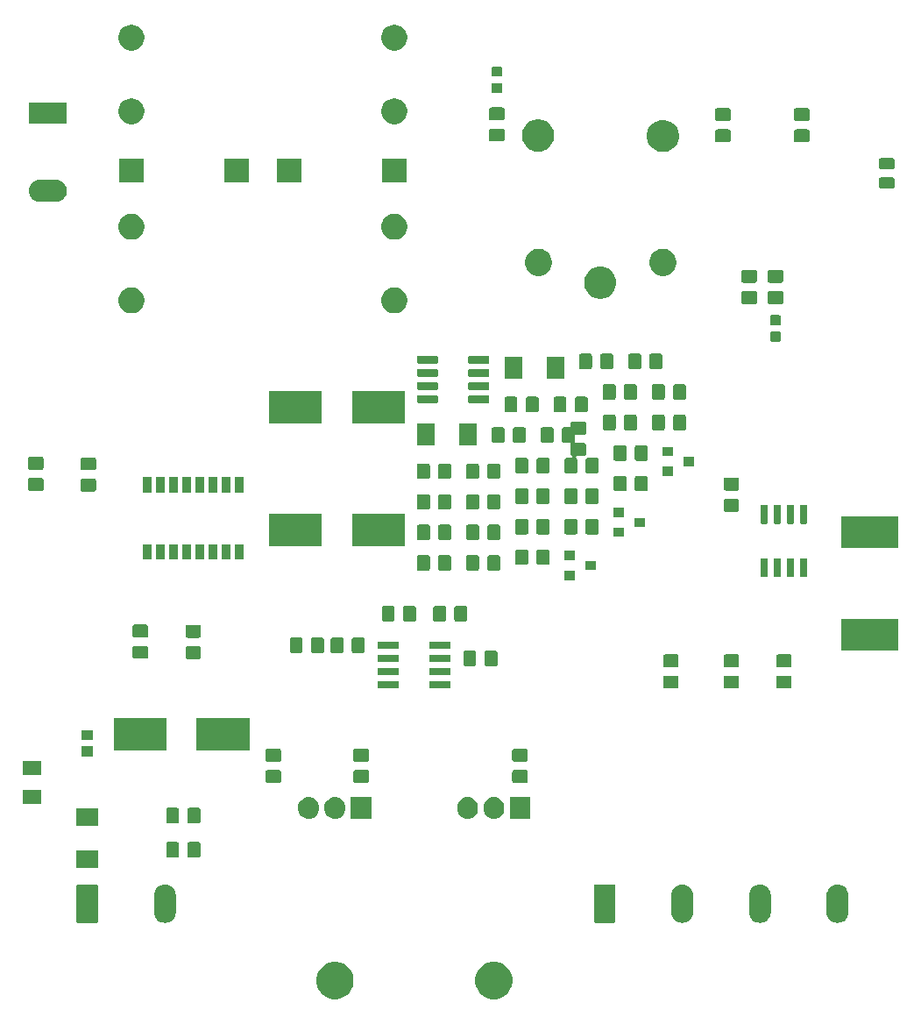
<source format=gbr>
G04 #@! TF.GenerationSoftware,KiCad,Pcbnew,(5.1.5)-3*
G04 #@! TF.CreationDate,2020-08-04T21:29:25-03:00*
G04 #@! TF.ProjectId,TSAL,5453414c-2e6b-4696-9361-645f70636258,rev?*
G04 #@! TF.SameCoordinates,Original*
G04 #@! TF.FileFunction,Soldermask,Top*
G04 #@! TF.FilePolarity,Negative*
%FSLAX46Y46*%
G04 Gerber Fmt 4.6, Leading zero omitted, Abs format (unit mm)*
G04 Created by KiCad (PCBNEW (5.1.5)-3) date 2020-08-04 21:29:25*
%MOMM*%
%LPD*%
G04 APERTURE LIST*
%ADD10C,0.100000*%
G04 APERTURE END LIST*
D10*
G36*
X182808431Y-145890611D02*
G01*
X183136192Y-146026374D01*
X183431170Y-146223472D01*
X183682028Y-146474330D01*
X183879126Y-146769308D01*
X184014889Y-147097069D01*
X184084100Y-147445016D01*
X184084100Y-147799784D01*
X184014889Y-148147731D01*
X183879126Y-148475492D01*
X183682028Y-148770470D01*
X183431170Y-149021328D01*
X183136192Y-149218426D01*
X182808431Y-149354189D01*
X182460484Y-149423400D01*
X182105716Y-149423400D01*
X181757769Y-149354189D01*
X181430008Y-149218426D01*
X181135030Y-149021328D01*
X180884172Y-148770470D01*
X180687074Y-148475492D01*
X180551311Y-148147731D01*
X180482100Y-147799784D01*
X180482100Y-147445016D01*
X180551311Y-147097069D01*
X180687074Y-146769308D01*
X180884172Y-146474330D01*
X181135030Y-146223472D01*
X181430008Y-146026374D01*
X181757769Y-145890611D01*
X182105716Y-145821400D01*
X182460484Y-145821400D01*
X182808431Y-145890611D01*
G37*
G36*
X167454131Y-145890611D02*
G01*
X167781892Y-146026374D01*
X168076870Y-146223472D01*
X168327728Y-146474330D01*
X168524826Y-146769308D01*
X168660589Y-147097069D01*
X168729800Y-147445016D01*
X168729800Y-147799784D01*
X168660589Y-148147731D01*
X168524826Y-148475492D01*
X168327728Y-148770470D01*
X168076870Y-149021328D01*
X167781892Y-149218426D01*
X167454131Y-149354189D01*
X167106184Y-149423400D01*
X166751416Y-149423400D01*
X166403469Y-149354189D01*
X166075708Y-149218426D01*
X165780730Y-149021328D01*
X165529872Y-148770470D01*
X165332774Y-148475492D01*
X165197011Y-148147731D01*
X165127800Y-147799784D01*
X165127800Y-147445016D01*
X165197011Y-147097069D01*
X165332774Y-146769308D01*
X165529872Y-146474330D01*
X165780730Y-146223472D01*
X166075708Y-146026374D01*
X166403469Y-145890611D01*
X166751416Y-145821400D01*
X167106184Y-145821400D01*
X167454131Y-145890611D01*
G37*
G36*
X150708031Y-138372207D02*
G01*
X150906145Y-138432305D01*
X150906148Y-138432306D01*
X150960872Y-138461557D01*
X151088729Y-138529897D01*
X151248765Y-138661235D01*
X151380103Y-138821271D01*
X151380104Y-138821273D01*
X151477694Y-139003851D01*
X151477694Y-139003852D01*
X151477695Y-139003854D01*
X151537793Y-139201968D01*
X151553000Y-139356370D01*
X151553000Y-141059630D01*
X151537793Y-141214032D01*
X151477695Y-141412146D01*
X151477694Y-141412149D01*
X151425939Y-141508975D01*
X151380103Y-141594729D01*
X151248765Y-141754765D01*
X151088729Y-141886103D01*
X151019976Y-141922852D01*
X150906149Y-141983694D01*
X150906146Y-141983695D01*
X150708032Y-142043793D01*
X150502000Y-142064085D01*
X150295969Y-142043793D01*
X150097855Y-141983695D01*
X150097852Y-141983694D01*
X149984025Y-141922852D01*
X149915272Y-141886103D01*
X149755236Y-141754765D01*
X149623898Y-141594729D01*
X149589904Y-141531130D01*
X149526305Y-141412146D01*
X149466207Y-141214033D01*
X149451000Y-141059631D01*
X149451000Y-139356370D01*
X149466207Y-139201971D01*
X149466207Y-139201969D01*
X149526305Y-139003855D01*
X149526306Y-139003852D01*
X149561521Y-138937970D01*
X149623897Y-138821271D01*
X149755235Y-138661235D01*
X149915271Y-138529897D01*
X150043127Y-138461557D01*
X150097851Y-138432306D01*
X150097854Y-138432305D01*
X150295968Y-138372207D01*
X150502000Y-138351915D01*
X150708031Y-138372207D01*
G37*
G36*
X215695231Y-138372207D02*
G01*
X215893345Y-138432305D01*
X215893348Y-138432306D01*
X215948072Y-138461557D01*
X216075929Y-138529897D01*
X216235965Y-138661235D01*
X216367303Y-138821271D01*
X216367304Y-138821273D01*
X216464894Y-139003851D01*
X216464894Y-139003852D01*
X216464895Y-139003854D01*
X216524993Y-139201968D01*
X216540200Y-139356370D01*
X216540200Y-141059630D01*
X216524993Y-141214032D01*
X216464895Y-141412146D01*
X216464894Y-141412149D01*
X216413139Y-141508975D01*
X216367303Y-141594729D01*
X216235965Y-141754765D01*
X216075929Y-141886103D01*
X216007176Y-141922852D01*
X215893349Y-141983694D01*
X215893346Y-141983695D01*
X215695232Y-142043793D01*
X215489200Y-142064085D01*
X215283169Y-142043793D01*
X215085055Y-141983695D01*
X215085052Y-141983694D01*
X214971225Y-141922852D01*
X214902472Y-141886103D01*
X214742436Y-141754765D01*
X214611098Y-141594729D01*
X214577104Y-141531130D01*
X214513505Y-141412146D01*
X214453407Y-141214033D01*
X214438200Y-141059631D01*
X214438200Y-139356370D01*
X214453407Y-139201971D01*
X214453407Y-139201969D01*
X214513505Y-139003855D01*
X214513506Y-139003852D01*
X214548721Y-138937970D01*
X214611097Y-138821271D01*
X214742435Y-138661235D01*
X214902471Y-138529897D01*
X215030327Y-138461557D01*
X215085051Y-138432306D01*
X215085054Y-138432305D01*
X215283168Y-138372207D01*
X215489200Y-138351915D01*
X215695231Y-138372207D01*
G37*
G36*
X208195231Y-138372207D02*
G01*
X208393345Y-138432305D01*
X208393348Y-138432306D01*
X208448072Y-138461557D01*
X208575929Y-138529897D01*
X208735965Y-138661235D01*
X208867303Y-138821271D01*
X208867304Y-138821273D01*
X208964894Y-139003851D01*
X208964894Y-139003852D01*
X208964895Y-139003854D01*
X209024993Y-139201968D01*
X209040200Y-139356370D01*
X209040200Y-141059630D01*
X209024993Y-141214032D01*
X208964895Y-141412146D01*
X208964894Y-141412149D01*
X208913139Y-141508975D01*
X208867303Y-141594729D01*
X208735965Y-141754765D01*
X208575929Y-141886103D01*
X208507176Y-141922852D01*
X208393349Y-141983694D01*
X208393346Y-141983695D01*
X208195232Y-142043793D01*
X207989200Y-142064085D01*
X207783169Y-142043793D01*
X207585055Y-141983695D01*
X207585052Y-141983694D01*
X207471225Y-141922852D01*
X207402472Y-141886103D01*
X207242436Y-141754765D01*
X207111098Y-141594729D01*
X207077104Y-141531130D01*
X207013505Y-141412146D01*
X206953407Y-141214033D01*
X206938200Y-141059631D01*
X206938200Y-139356370D01*
X206953407Y-139201971D01*
X206953407Y-139201969D01*
X207013505Y-139003855D01*
X207013506Y-139003852D01*
X207048721Y-138937970D01*
X207111097Y-138821271D01*
X207242435Y-138661235D01*
X207402471Y-138529897D01*
X207530327Y-138461557D01*
X207585051Y-138432306D01*
X207585054Y-138432305D01*
X207783168Y-138372207D01*
X207989200Y-138351915D01*
X208195231Y-138372207D01*
G37*
G36*
X200695231Y-138372207D02*
G01*
X200893345Y-138432305D01*
X200893348Y-138432306D01*
X200948072Y-138461557D01*
X201075929Y-138529897D01*
X201235965Y-138661235D01*
X201367303Y-138821271D01*
X201367304Y-138821273D01*
X201464894Y-139003851D01*
X201464894Y-139003852D01*
X201464895Y-139003854D01*
X201524993Y-139201968D01*
X201540200Y-139356370D01*
X201540200Y-141059630D01*
X201524993Y-141214032D01*
X201464895Y-141412146D01*
X201464894Y-141412149D01*
X201413139Y-141508975D01*
X201367303Y-141594729D01*
X201235965Y-141754765D01*
X201075929Y-141886103D01*
X201007176Y-141922852D01*
X200893349Y-141983694D01*
X200893346Y-141983695D01*
X200695232Y-142043793D01*
X200489200Y-142064085D01*
X200283169Y-142043793D01*
X200085055Y-141983695D01*
X200085052Y-141983694D01*
X199971225Y-141922852D01*
X199902472Y-141886103D01*
X199742436Y-141754765D01*
X199611098Y-141594729D01*
X199577104Y-141531130D01*
X199513505Y-141412146D01*
X199453407Y-141214033D01*
X199438200Y-141059631D01*
X199438200Y-139356370D01*
X199453407Y-139201971D01*
X199453407Y-139201969D01*
X199513505Y-139003855D01*
X199513506Y-139003852D01*
X199548721Y-138937970D01*
X199611097Y-138821271D01*
X199742435Y-138661235D01*
X199902471Y-138529897D01*
X200030327Y-138461557D01*
X200085051Y-138432306D01*
X200085054Y-138432305D01*
X200283168Y-138372207D01*
X200489200Y-138351915D01*
X200695231Y-138372207D01*
G37*
G36*
X193904052Y-138360840D02*
G01*
X193935643Y-138370423D01*
X193964757Y-138385985D01*
X193990274Y-138406926D01*
X194011215Y-138432443D01*
X194026777Y-138461557D01*
X194036360Y-138493148D01*
X194040200Y-138532140D01*
X194040200Y-141883860D01*
X194036360Y-141922852D01*
X194026777Y-141954443D01*
X194011215Y-141983557D01*
X193990274Y-142009074D01*
X193964757Y-142030015D01*
X193935643Y-142045577D01*
X193904052Y-142055160D01*
X193865060Y-142059000D01*
X192113340Y-142059000D01*
X192074348Y-142055160D01*
X192042757Y-142045577D01*
X192013643Y-142030015D01*
X191988126Y-142009074D01*
X191967185Y-141983557D01*
X191951623Y-141954443D01*
X191942040Y-141922852D01*
X191938200Y-141883860D01*
X191938200Y-138532140D01*
X191942040Y-138493148D01*
X191951623Y-138461557D01*
X191967185Y-138432443D01*
X191988126Y-138406926D01*
X192013643Y-138385985D01*
X192042757Y-138370423D01*
X192074348Y-138360840D01*
X192113340Y-138357000D01*
X193865060Y-138357000D01*
X193904052Y-138360840D01*
G37*
G36*
X143916852Y-138360840D02*
G01*
X143948443Y-138370423D01*
X143977557Y-138385985D01*
X144003074Y-138406926D01*
X144024015Y-138432443D01*
X144039577Y-138461557D01*
X144049160Y-138493148D01*
X144053000Y-138532140D01*
X144053000Y-141883860D01*
X144049160Y-141922852D01*
X144039577Y-141954443D01*
X144024015Y-141983557D01*
X144003074Y-142009074D01*
X143977557Y-142030015D01*
X143948443Y-142045577D01*
X143916852Y-142055160D01*
X143877860Y-142059000D01*
X142126140Y-142059000D01*
X142087148Y-142055160D01*
X142055557Y-142045577D01*
X142026443Y-142030015D01*
X142000926Y-142009074D01*
X141979985Y-141983557D01*
X141964423Y-141954443D01*
X141954840Y-141922852D01*
X141951000Y-141883860D01*
X141951000Y-138532140D01*
X141954840Y-138493148D01*
X141964423Y-138461557D01*
X141979985Y-138432443D01*
X142000926Y-138406926D01*
X142026443Y-138385985D01*
X142055557Y-138370423D01*
X142087148Y-138360840D01*
X142126140Y-138357000D01*
X143877860Y-138357000D01*
X143916852Y-138360840D01*
G37*
G36*
X144053000Y-136741000D02*
G01*
X141951000Y-136741000D01*
X141951000Y-135039000D01*
X144053000Y-135039000D01*
X144053000Y-136741000D01*
G37*
G36*
X153761674Y-134254465D02*
G01*
X153799367Y-134265899D01*
X153834103Y-134284466D01*
X153864548Y-134309452D01*
X153889534Y-134339897D01*
X153908101Y-134374633D01*
X153919535Y-134412326D01*
X153924000Y-134457661D01*
X153924000Y-135544339D01*
X153919535Y-135589674D01*
X153908101Y-135627367D01*
X153889534Y-135662103D01*
X153864548Y-135692548D01*
X153834103Y-135717534D01*
X153799367Y-135736101D01*
X153761674Y-135747535D01*
X153716339Y-135752000D01*
X152879661Y-135752000D01*
X152834326Y-135747535D01*
X152796633Y-135736101D01*
X152761897Y-135717534D01*
X152731452Y-135692548D01*
X152706466Y-135662103D01*
X152687899Y-135627367D01*
X152676465Y-135589674D01*
X152672000Y-135544339D01*
X152672000Y-134457661D01*
X152676465Y-134412326D01*
X152687899Y-134374633D01*
X152706466Y-134339897D01*
X152731452Y-134309452D01*
X152761897Y-134284466D01*
X152796633Y-134265899D01*
X152834326Y-134254465D01*
X152879661Y-134250000D01*
X153716339Y-134250000D01*
X153761674Y-134254465D01*
G37*
G36*
X151711674Y-134254465D02*
G01*
X151749367Y-134265899D01*
X151784103Y-134284466D01*
X151814548Y-134309452D01*
X151839534Y-134339897D01*
X151858101Y-134374633D01*
X151869535Y-134412326D01*
X151874000Y-134457661D01*
X151874000Y-135544339D01*
X151869535Y-135589674D01*
X151858101Y-135627367D01*
X151839534Y-135662103D01*
X151814548Y-135692548D01*
X151784103Y-135717534D01*
X151749367Y-135736101D01*
X151711674Y-135747535D01*
X151666339Y-135752000D01*
X150829661Y-135752000D01*
X150784326Y-135747535D01*
X150746633Y-135736101D01*
X150711897Y-135717534D01*
X150681452Y-135692548D01*
X150656466Y-135662103D01*
X150637899Y-135627367D01*
X150626465Y-135589674D01*
X150622000Y-135544339D01*
X150622000Y-134457661D01*
X150626465Y-134412326D01*
X150637899Y-134374633D01*
X150656466Y-134339897D01*
X150681452Y-134309452D01*
X150711897Y-134284466D01*
X150746633Y-134265899D01*
X150784326Y-134254465D01*
X150829661Y-134250000D01*
X151666339Y-134250000D01*
X151711674Y-134254465D01*
G37*
G36*
X144053000Y-132677000D02*
G01*
X141951000Y-132677000D01*
X141951000Y-130975000D01*
X144053000Y-130975000D01*
X144053000Y-132677000D01*
G37*
G36*
X151711674Y-130952465D02*
G01*
X151749367Y-130963899D01*
X151784103Y-130982466D01*
X151814548Y-131007452D01*
X151839534Y-131037897D01*
X151858101Y-131072633D01*
X151869535Y-131110326D01*
X151874000Y-131155661D01*
X151874000Y-132242339D01*
X151869535Y-132287674D01*
X151858101Y-132325367D01*
X151839534Y-132360103D01*
X151814548Y-132390548D01*
X151784103Y-132415534D01*
X151749367Y-132434101D01*
X151711674Y-132445535D01*
X151666339Y-132450000D01*
X150829661Y-132450000D01*
X150784326Y-132445535D01*
X150746633Y-132434101D01*
X150711897Y-132415534D01*
X150681452Y-132390548D01*
X150656466Y-132360103D01*
X150637899Y-132325367D01*
X150626465Y-132287674D01*
X150622000Y-132242339D01*
X150622000Y-131155661D01*
X150626465Y-131110326D01*
X150637899Y-131072633D01*
X150656466Y-131037897D01*
X150681452Y-131007452D01*
X150711897Y-130982466D01*
X150746633Y-130963899D01*
X150784326Y-130952465D01*
X150829661Y-130948000D01*
X151666339Y-130948000D01*
X151711674Y-130952465D01*
G37*
G36*
X153761674Y-130952465D02*
G01*
X153799367Y-130963899D01*
X153834103Y-130982466D01*
X153864548Y-131007452D01*
X153889534Y-131037897D01*
X153908101Y-131072633D01*
X153919535Y-131110326D01*
X153924000Y-131155661D01*
X153924000Y-132242339D01*
X153919535Y-132287674D01*
X153908101Y-132325367D01*
X153889534Y-132360103D01*
X153864548Y-132390548D01*
X153834103Y-132415534D01*
X153799367Y-132434101D01*
X153761674Y-132445535D01*
X153716339Y-132450000D01*
X152879661Y-132450000D01*
X152834326Y-132445535D01*
X152796633Y-132434101D01*
X152761897Y-132415534D01*
X152731452Y-132390548D01*
X152706466Y-132360103D01*
X152687899Y-132325367D01*
X152676465Y-132287674D01*
X152672000Y-132242339D01*
X152672000Y-131155661D01*
X152676465Y-131110326D01*
X152687899Y-131072633D01*
X152706466Y-131037897D01*
X152731452Y-131007452D01*
X152761897Y-130982466D01*
X152796633Y-130963899D01*
X152834326Y-130952465D01*
X152879661Y-130948000D01*
X153716339Y-130948000D01*
X153761674Y-130952465D01*
G37*
G36*
X164585520Y-129925920D02*
G01*
X164774681Y-129983301D01*
X164949012Y-130076483D01*
X165101815Y-130201885D01*
X165227217Y-130354688D01*
X165270982Y-130436567D01*
X165320398Y-130529017D01*
X165320399Y-130529020D01*
X165377780Y-130718181D01*
X165392300Y-130865607D01*
X165392300Y-131059194D01*
X165377780Y-131206620D01*
X165320399Y-131395781D01*
X165227217Y-131570112D01*
X165101815Y-131722915D01*
X164949012Y-131848317D01*
X164867133Y-131892082D01*
X164774683Y-131941498D01*
X164774680Y-131941499D01*
X164585519Y-131998880D01*
X164388800Y-132018255D01*
X164192080Y-131998880D01*
X164002919Y-131941499D01*
X163828588Y-131848317D01*
X163675785Y-131722915D01*
X163550383Y-131570112D01*
X163506618Y-131488233D01*
X163457202Y-131395783D01*
X163403932Y-131220173D01*
X163399820Y-131206619D01*
X163385300Y-131059193D01*
X163385300Y-130865606D01*
X163399820Y-130718180D01*
X163457201Y-130529019D01*
X163550383Y-130354688D01*
X163675785Y-130201885D01*
X163828588Y-130076483D01*
X164002920Y-129983301D01*
X164192081Y-129925920D01*
X164388800Y-129906545D01*
X164585520Y-129925920D01*
G37*
G36*
X182479820Y-129925920D02*
G01*
X182668981Y-129983301D01*
X182843312Y-130076483D01*
X182996115Y-130201885D01*
X183121517Y-130354688D01*
X183165282Y-130436567D01*
X183214698Y-130529017D01*
X183214699Y-130529020D01*
X183272080Y-130718181D01*
X183286600Y-130865607D01*
X183286600Y-131059194D01*
X183272080Y-131206620D01*
X183214699Y-131395781D01*
X183121517Y-131570112D01*
X182996115Y-131722915D01*
X182843312Y-131848317D01*
X182761433Y-131892082D01*
X182668983Y-131941498D01*
X182668980Y-131941499D01*
X182479819Y-131998880D01*
X182283100Y-132018255D01*
X182086380Y-131998880D01*
X181897219Y-131941499D01*
X181722888Y-131848317D01*
X181570085Y-131722915D01*
X181444683Y-131570112D01*
X181400918Y-131488233D01*
X181351502Y-131395783D01*
X181298232Y-131220173D01*
X181294120Y-131206619D01*
X181279600Y-131059193D01*
X181279600Y-130865606D01*
X181294120Y-130718180D01*
X181351501Y-130529019D01*
X181444683Y-130354688D01*
X181570085Y-130201885D01*
X181722888Y-130076483D01*
X181897220Y-129983301D01*
X182086381Y-129925920D01*
X182283100Y-129906545D01*
X182479820Y-129925920D01*
G37*
G36*
X179939820Y-129925920D02*
G01*
X180128981Y-129983301D01*
X180303312Y-130076483D01*
X180456115Y-130201885D01*
X180581517Y-130354688D01*
X180625282Y-130436567D01*
X180674698Y-130529017D01*
X180674699Y-130529020D01*
X180732080Y-130718181D01*
X180746600Y-130865607D01*
X180746600Y-131059194D01*
X180732080Y-131206620D01*
X180674699Y-131395781D01*
X180581517Y-131570112D01*
X180456115Y-131722915D01*
X180303312Y-131848317D01*
X180221433Y-131892082D01*
X180128983Y-131941498D01*
X180128980Y-131941499D01*
X179939819Y-131998880D01*
X179743100Y-132018255D01*
X179546380Y-131998880D01*
X179357219Y-131941499D01*
X179182888Y-131848317D01*
X179030085Y-131722915D01*
X178904683Y-131570112D01*
X178860918Y-131488233D01*
X178811502Y-131395783D01*
X178758232Y-131220173D01*
X178754120Y-131206619D01*
X178739600Y-131059193D01*
X178739600Y-130865606D01*
X178754120Y-130718180D01*
X178811501Y-130529019D01*
X178904683Y-130354688D01*
X179030085Y-130201885D01*
X179182888Y-130076483D01*
X179357220Y-129983301D01*
X179546381Y-129925920D01*
X179743100Y-129906545D01*
X179939820Y-129925920D01*
G37*
G36*
X167125520Y-129925920D02*
G01*
X167314681Y-129983301D01*
X167489012Y-130076483D01*
X167641815Y-130201885D01*
X167767217Y-130354688D01*
X167810982Y-130436567D01*
X167860398Y-130529017D01*
X167860399Y-130529020D01*
X167917780Y-130718181D01*
X167932300Y-130865607D01*
X167932300Y-131059194D01*
X167917780Y-131206620D01*
X167860399Y-131395781D01*
X167767217Y-131570112D01*
X167641815Y-131722915D01*
X167489012Y-131848317D01*
X167407133Y-131892082D01*
X167314683Y-131941498D01*
X167314680Y-131941499D01*
X167125519Y-131998880D01*
X166928800Y-132018255D01*
X166732080Y-131998880D01*
X166542919Y-131941499D01*
X166368588Y-131848317D01*
X166215785Y-131722915D01*
X166090383Y-131570112D01*
X166046618Y-131488233D01*
X165997202Y-131395783D01*
X165943932Y-131220173D01*
X165939820Y-131206619D01*
X165925300Y-131059193D01*
X165925300Y-130865606D01*
X165939820Y-130718180D01*
X165997201Y-130529019D01*
X166090383Y-130354688D01*
X166215785Y-130201885D01*
X166368588Y-130076483D01*
X166542920Y-129983301D01*
X166732081Y-129925920D01*
X166928800Y-129906545D01*
X167125520Y-129925920D01*
G37*
G36*
X170472300Y-132013400D02*
G01*
X168465300Y-132013400D01*
X168465300Y-129911400D01*
X170472300Y-129911400D01*
X170472300Y-132013400D01*
G37*
G36*
X185826600Y-132013400D02*
G01*
X183819600Y-132013400D01*
X183819600Y-129911400D01*
X185826600Y-129911400D01*
X185826600Y-132013400D01*
G37*
G36*
X138594000Y-130600000D02*
G01*
X136742000Y-130600000D01*
X136742000Y-129248000D01*
X138594000Y-129248000D01*
X138594000Y-130600000D01*
G37*
G36*
X161573874Y-127301865D02*
G01*
X161611567Y-127313299D01*
X161646303Y-127331866D01*
X161676748Y-127356852D01*
X161701734Y-127387297D01*
X161720301Y-127422033D01*
X161731735Y-127459726D01*
X161736200Y-127505061D01*
X161736200Y-128341739D01*
X161731735Y-128387074D01*
X161720301Y-128424767D01*
X161701734Y-128459503D01*
X161676748Y-128489948D01*
X161646303Y-128514934D01*
X161611567Y-128533501D01*
X161573874Y-128544935D01*
X161528539Y-128549400D01*
X160441861Y-128549400D01*
X160396526Y-128544935D01*
X160358833Y-128533501D01*
X160324097Y-128514934D01*
X160293652Y-128489948D01*
X160268666Y-128459503D01*
X160250099Y-128424767D01*
X160238665Y-128387074D01*
X160234200Y-128341739D01*
X160234200Y-127505061D01*
X160238665Y-127459726D01*
X160250099Y-127422033D01*
X160268666Y-127387297D01*
X160293652Y-127356852D01*
X160324097Y-127331866D01*
X160358833Y-127313299D01*
X160396526Y-127301865D01*
X160441861Y-127297400D01*
X161528539Y-127297400D01*
X161573874Y-127301865D01*
G37*
G36*
X170057474Y-127292865D02*
G01*
X170095167Y-127304299D01*
X170129903Y-127322866D01*
X170160348Y-127347852D01*
X170185334Y-127378297D01*
X170203901Y-127413033D01*
X170215335Y-127450726D01*
X170219800Y-127496061D01*
X170219800Y-128332739D01*
X170215335Y-128378074D01*
X170203901Y-128415767D01*
X170185334Y-128450503D01*
X170160348Y-128480948D01*
X170129903Y-128505934D01*
X170095167Y-128524501D01*
X170057474Y-128535935D01*
X170012139Y-128540400D01*
X168925461Y-128540400D01*
X168880126Y-128535935D01*
X168842433Y-128524501D01*
X168807697Y-128505934D01*
X168777252Y-128480948D01*
X168752266Y-128450503D01*
X168733699Y-128415767D01*
X168722265Y-128378074D01*
X168717800Y-128332739D01*
X168717800Y-127496061D01*
X168722265Y-127450726D01*
X168733699Y-127413033D01*
X168752266Y-127378297D01*
X168777252Y-127347852D01*
X168807697Y-127322866D01*
X168842433Y-127304299D01*
X168880126Y-127292865D01*
X168925461Y-127288400D01*
X170012139Y-127288400D01*
X170057474Y-127292865D01*
G37*
G36*
X185399074Y-127292865D02*
G01*
X185436767Y-127304299D01*
X185471503Y-127322866D01*
X185501948Y-127347852D01*
X185526934Y-127378297D01*
X185545501Y-127413033D01*
X185556935Y-127450726D01*
X185561400Y-127496061D01*
X185561400Y-128332739D01*
X185556935Y-128378074D01*
X185545501Y-128415767D01*
X185526934Y-128450503D01*
X185501948Y-128480948D01*
X185471503Y-128505934D01*
X185436767Y-128524501D01*
X185399074Y-128535935D01*
X185353739Y-128540400D01*
X184267061Y-128540400D01*
X184221726Y-128535935D01*
X184184033Y-128524501D01*
X184149297Y-128505934D01*
X184118852Y-128480948D01*
X184093866Y-128450503D01*
X184075299Y-128415767D01*
X184063865Y-128378074D01*
X184059400Y-128332739D01*
X184059400Y-127496061D01*
X184063865Y-127450726D01*
X184075299Y-127413033D01*
X184093866Y-127378297D01*
X184118852Y-127347852D01*
X184149297Y-127322866D01*
X184184033Y-127304299D01*
X184221726Y-127292865D01*
X184267061Y-127288400D01*
X185353739Y-127288400D01*
X185399074Y-127292865D01*
G37*
G36*
X138594000Y-127800000D02*
G01*
X136742000Y-127800000D01*
X136742000Y-126448000D01*
X138594000Y-126448000D01*
X138594000Y-127800000D01*
G37*
G36*
X161573874Y-125251865D02*
G01*
X161611567Y-125263299D01*
X161646303Y-125281866D01*
X161676748Y-125306852D01*
X161701734Y-125337297D01*
X161720301Y-125372033D01*
X161731735Y-125409726D01*
X161736200Y-125455061D01*
X161736200Y-126291739D01*
X161731735Y-126337074D01*
X161720301Y-126374767D01*
X161701734Y-126409503D01*
X161676748Y-126439948D01*
X161646303Y-126464934D01*
X161611567Y-126483501D01*
X161573874Y-126494935D01*
X161528539Y-126499400D01*
X160441861Y-126499400D01*
X160396526Y-126494935D01*
X160358833Y-126483501D01*
X160324097Y-126464934D01*
X160293652Y-126439948D01*
X160268666Y-126409503D01*
X160250099Y-126374767D01*
X160238665Y-126337074D01*
X160234200Y-126291739D01*
X160234200Y-125455061D01*
X160238665Y-125409726D01*
X160250099Y-125372033D01*
X160268666Y-125337297D01*
X160293652Y-125306852D01*
X160324097Y-125281866D01*
X160358833Y-125263299D01*
X160396526Y-125251865D01*
X160441861Y-125247400D01*
X161528539Y-125247400D01*
X161573874Y-125251865D01*
G37*
G36*
X170057474Y-125242865D02*
G01*
X170095167Y-125254299D01*
X170129903Y-125272866D01*
X170160348Y-125297852D01*
X170185334Y-125328297D01*
X170203901Y-125363033D01*
X170215335Y-125400726D01*
X170219800Y-125446061D01*
X170219800Y-126282739D01*
X170215335Y-126328074D01*
X170203901Y-126365767D01*
X170185334Y-126400503D01*
X170160348Y-126430948D01*
X170129903Y-126455934D01*
X170095167Y-126474501D01*
X170057474Y-126485935D01*
X170012139Y-126490400D01*
X168925461Y-126490400D01*
X168880126Y-126485935D01*
X168842433Y-126474501D01*
X168807697Y-126455934D01*
X168777252Y-126430948D01*
X168752266Y-126400503D01*
X168733699Y-126365767D01*
X168722265Y-126328074D01*
X168717800Y-126282739D01*
X168717800Y-125446061D01*
X168722265Y-125400726D01*
X168733699Y-125363033D01*
X168752266Y-125328297D01*
X168777252Y-125297852D01*
X168807697Y-125272866D01*
X168842433Y-125254299D01*
X168880126Y-125242865D01*
X168925461Y-125238400D01*
X170012139Y-125238400D01*
X170057474Y-125242865D01*
G37*
G36*
X185399074Y-125242865D02*
G01*
X185436767Y-125254299D01*
X185471503Y-125272866D01*
X185501948Y-125297852D01*
X185526934Y-125328297D01*
X185545501Y-125363033D01*
X185556935Y-125400726D01*
X185561400Y-125446061D01*
X185561400Y-126282739D01*
X185556935Y-126328074D01*
X185545501Y-126365767D01*
X185526934Y-126400503D01*
X185501948Y-126430948D01*
X185471503Y-126455934D01*
X185436767Y-126474501D01*
X185399074Y-126485935D01*
X185353739Y-126490400D01*
X184267061Y-126490400D01*
X184221726Y-126485935D01*
X184184033Y-126474501D01*
X184149297Y-126455934D01*
X184118852Y-126430948D01*
X184093866Y-126400503D01*
X184075299Y-126365767D01*
X184063865Y-126328074D01*
X184059400Y-126282739D01*
X184059400Y-125446061D01*
X184063865Y-125400726D01*
X184075299Y-125363033D01*
X184093866Y-125328297D01*
X184118852Y-125297852D01*
X184149297Y-125272866D01*
X184184033Y-125254299D01*
X184221726Y-125242865D01*
X184267061Y-125238400D01*
X185353739Y-125238400D01*
X185399074Y-125242865D01*
G37*
G36*
X143528000Y-125990000D02*
G01*
X142476000Y-125990000D01*
X142476000Y-125013000D01*
X143528000Y-125013000D01*
X143528000Y-125990000D01*
G37*
G36*
X158669200Y-125406400D02*
G01*
X153567200Y-125406400D01*
X153567200Y-122304400D01*
X158669200Y-122304400D01*
X158669200Y-125406400D01*
G37*
G36*
X150669200Y-125406400D02*
G01*
X145567200Y-125406400D01*
X145567200Y-122304400D01*
X150669200Y-122304400D01*
X150669200Y-125406400D01*
G37*
G36*
X143528000Y-124415000D02*
G01*
X142476000Y-124415000D01*
X142476000Y-123438000D01*
X143528000Y-123438000D01*
X143528000Y-124415000D01*
G37*
G36*
X210900674Y-118183265D02*
G01*
X210938367Y-118194699D01*
X210973103Y-118213266D01*
X211003548Y-118238252D01*
X211028534Y-118268697D01*
X211047101Y-118303433D01*
X211058535Y-118341126D01*
X211063000Y-118386461D01*
X211063000Y-119223139D01*
X211058535Y-119268474D01*
X211047101Y-119306167D01*
X211028534Y-119340903D01*
X211003548Y-119371348D01*
X210973103Y-119396334D01*
X210938367Y-119414901D01*
X210900674Y-119426335D01*
X210855339Y-119430800D01*
X209768661Y-119430800D01*
X209723326Y-119426335D01*
X209685633Y-119414901D01*
X209650897Y-119396334D01*
X209620452Y-119371348D01*
X209595466Y-119340903D01*
X209576899Y-119306167D01*
X209565465Y-119268474D01*
X209561000Y-119223139D01*
X209561000Y-118386461D01*
X209565465Y-118341126D01*
X209576899Y-118303433D01*
X209595466Y-118268697D01*
X209620452Y-118238252D01*
X209650897Y-118213266D01*
X209685633Y-118194699D01*
X209723326Y-118183265D01*
X209768661Y-118178800D01*
X210855339Y-118178800D01*
X210900674Y-118183265D01*
G37*
G36*
X205820674Y-118183265D02*
G01*
X205858367Y-118194699D01*
X205893103Y-118213266D01*
X205923548Y-118238252D01*
X205948534Y-118268697D01*
X205967101Y-118303433D01*
X205978535Y-118341126D01*
X205983000Y-118386461D01*
X205983000Y-119223139D01*
X205978535Y-119268474D01*
X205967101Y-119306167D01*
X205948534Y-119340903D01*
X205923548Y-119371348D01*
X205893103Y-119396334D01*
X205858367Y-119414901D01*
X205820674Y-119426335D01*
X205775339Y-119430800D01*
X204688661Y-119430800D01*
X204643326Y-119426335D01*
X204605633Y-119414901D01*
X204570897Y-119396334D01*
X204540452Y-119371348D01*
X204515466Y-119340903D01*
X204496899Y-119306167D01*
X204485465Y-119268474D01*
X204481000Y-119223139D01*
X204481000Y-118386461D01*
X204485465Y-118341126D01*
X204496899Y-118303433D01*
X204515466Y-118268697D01*
X204540452Y-118238252D01*
X204570897Y-118213266D01*
X204605633Y-118194699D01*
X204643326Y-118183265D01*
X204688661Y-118178800D01*
X205775339Y-118178800D01*
X205820674Y-118183265D01*
G37*
G36*
X199978674Y-118183265D02*
G01*
X200016367Y-118194699D01*
X200051103Y-118213266D01*
X200081548Y-118238252D01*
X200106534Y-118268697D01*
X200125101Y-118303433D01*
X200136535Y-118341126D01*
X200141000Y-118386461D01*
X200141000Y-119223139D01*
X200136535Y-119268474D01*
X200125101Y-119306167D01*
X200106534Y-119340903D01*
X200081548Y-119371348D01*
X200051103Y-119396334D01*
X200016367Y-119414901D01*
X199978674Y-119426335D01*
X199933339Y-119430800D01*
X198846661Y-119430800D01*
X198801326Y-119426335D01*
X198763633Y-119414901D01*
X198728897Y-119396334D01*
X198698452Y-119371348D01*
X198673466Y-119340903D01*
X198654899Y-119306167D01*
X198643465Y-119268474D01*
X198639000Y-119223139D01*
X198639000Y-118386461D01*
X198643465Y-118341126D01*
X198654899Y-118303433D01*
X198673466Y-118268697D01*
X198698452Y-118238252D01*
X198728897Y-118213266D01*
X198763633Y-118194699D01*
X198801326Y-118183265D01*
X198846661Y-118178800D01*
X199933339Y-118178800D01*
X199978674Y-118183265D01*
G37*
G36*
X177984128Y-118714264D02*
G01*
X178005209Y-118720660D01*
X178024645Y-118731048D01*
X178041676Y-118745024D01*
X178055652Y-118762055D01*
X178066040Y-118781491D01*
X178072436Y-118802572D01*
X178075200Y-118830640D01*
X178075200Y-119294360D01*
X178072436Y-119322428D01*
X178066040Y-119343509D01*
X178055652Y-119362945D01*
X178041676Y-119379976D01*
X178024645Y-119393952D01*
X178005209Y-119404340D01*
X177984128Y-119410736D01*
X177956060Y-119413500D01*
X176142340Y-119413500D01*
X176114272Y-119410736D01*
X176093191Y-119404340D01*
X176073755Y-119393952D01*
X176056724Y-119379976D01*
X176042748Y-119362945D01*
X176032360Y-119343509D01*
X176025964Y-119322428D01*
X176023200Y-119294360D01*
X176023200Y-118830640D01*
X176025964Y-118802572D01*
X176032360Y-118781491D01*
X176042748Y-118762055D01*
X176056724Y-118745024D01*
X176073755Y-118731048D01*
X176093191Y-118720660D01*
X176114272Y-118714264D01*
X176142340Y-118711500D01*
X177956060Y-118711500D01*
X177984128Y-118714264D01*
G37*
G36*
X173034128Y-118714264D02*
G01*
X173055209Y-118720660D01*
X173074645Y-118731048D01*
X173091676Y-118745024D01*
X173105652Y-118762055D01*
X173116040Y-118781491D01*
X173122436Y-118802572D01*
X173125200Y-118830640D01*
X173125200Y-119294360D01*
X173122436Y-119322428D01*
X173116040Y-119343509D01*
X173105652Y-119362945D01*
X173091676Y-119379976D01*
X173074645Y-119393952D01*
X173055209Y-119404340D01*
X173034128Y-119410736D01*
X173006060Y-119413500D01*
X171192340Y-119413500D01*
X171164272Y-119410736D01*
X171143191Y-119404340D01*
X171123755Y-119393952D01*
X171106724Y-119379976D01*
X171092748Y-119362945D01*
X171082360Y-119343509D01*
X171075964Y-119322428D01*
X171073200Y-119294360D01*
X171073200Y-118830640D01*
X171075964Y-118802572D01*
X171082360Y-118781491D01*
X171092748Y-118762055D01*
X171106724Y-118745024D01*
X171123755Y-118731048D01*
X171143191Y-118720660D01*
X171164272Y-118714264D01*
X171192340Y-118711500D01*
X173006060Y-118711500D01*
X173034128Y-118714264D01*
G37*
G36*
X177984128Y-117444264D02*
G01*
X178005209Y-117450660D01*
X178024645Y-117461048D01*
X178041676Y-117475024D01*
X178055652Y-117492055D01*
X178066040Y-117511491D01*
X178072436Y-117532572D01*
X178075200Y-117560640D01*
X178075200Y-118024360D01*
X178072436Y-118052428D01*
X178066040Y-118073509D01*
X178055652Y-118092945D01*
X178041676Y-118109976D01*
X178024645Y-118123952D01*
X178005209Y-118134340D01*
X177984128Y-118140736D01*
X177956060Y-118143500D01*
X176142340Y-118143500D01*
X176114272Y-118140736D01*
X176093191Y-118134340D01*
X176073755Y-118123952D01*
X176056724Y-118109976D01*
X176042748Y-118092945D01*
X176032360Y-118073509D01*
X176025964Y-118052428D01*
X176023200Y-118024360D01*
X176023200Y-117560640D01*
X176025964Y-117532572D01*
X176032360Y-117511491D01*
X176042748Y-117492055D01*
X176056724Y-117475024D01*
X176073755Y-117461048D01*
X176093191Y-117450660D01*
X176114272Y-117444264D01*
X176142340Y-117441500D01*
X177956060Y-117441500D01*
X177984128Y-117444264D01*
G37*
G36*
X173034128Y-117444264D02*
G01*
X173055209Y-117450660D01*
X173074645Y-117461048D01*
X173091676Y-117475024D01*
X173105652Y-117492055D01*
X173116040Y-117511491D01*
X173122436Y-117532572D01*
X173125200Y-117560640D01*
X173125200Y-118024360D01*
X173122436Y-118052428D01*
X173116040Y-118073509D01*
X173105652Y-118092945D01*
X173091676Y-118109976D01*
X173074645Y-118123952D01*
X173055209Y-118134340D01*
X173034128Y-118140736D01*
X173006060Y-118143500D01*
X171192340Y-118143500D01*
X171164272Y-118140736D01*
X171143191Y-118134340D01*
X171123755Y-118123952D01*
X171106724Y-118109976D01*
X171092748Y-118092945D01*
X171082360Y-118073509D01*
X171075964Y-118052428D01*
X171073200Y-118024360D01*
X171073200Y-117560640D01*
X171075964Y-117532572D01*
X171082360Y-117511491D01*
X171092748Y-117492055D01*
X171106724Y-117475024D01*
X171123755Y-117461048D01*
X171143191Y-117450660D01*
X171164272Y-117444264D01*
X171192340Y-117441500D01*
X173006060Y-117441500D01*
X173034128Y-117444264D01*
G37*
G36*
X205820674Y-116133265D02*
G01*
X205858367Y-116144699D01*
X205893103Y-116163266D01*
X205923548Y-116188252D01*
X205948534Y-116218697D01*
X205967101Y-116253433D01*
X205978535Y-116291126D01*
X205983000Y-116336461D01*
X205983000Y-117173139D01*
X205978535Y-117218474D01*
X205967101Y-117256167D01*
X205948534Y-117290903D01*
X205923548Y-117321348D01*
X205893103Y-117346334D01*
X205858367Y-117364901D01*
X205820674Y-117376335D01*
X205775339Y-117380800D01*
X204688661Y-117380800D01*
X204643326Y-117376335D01*
X204605633Y-117364901D01*
X204570897Y-117346334D01*
X204540452Y-117321348D01*
X204515466Y-117290903D01*
X204496899Y-117256167D01*
X204485465Y-117218474D01*
X204481000Y-117173139D01*
X204481000Y-116336461D01*
X204485465Y-116291126D01*
X204496899Y-116253433D01*
X204515466Y-116218697D01*
X204540452Y-116188252D01*
X204570897Y-116163266D01*
X204605633Y-116144699D01*
X204643326Y-116133265D01*
X204688661Y-116128800D01*
X205775339Y-116128800D01*
X205820674Y-116133265D01*
G37*
G36*
X210900674Y-116133265D02*
G01*
X210938367Y-116144699D01*
X210973103Y-116163266D01*
X211003548Y-116188252D01*
X211028534Y-116218697D01*
X211047101Y-116253433D01*
X211058535Y-116291126D01*
X211063000Y-116336461D01*
X211063000Y-117173139D01*
X211058535Y-117218474D01*
X211047101Y-117256167D01*
X211028534Y-117290903D01*
X211003548Y-117321348D01*
X210973103Y-117346334D01*
X210938367Y-117364901D01*
X210900674Y-117376335D01*
X210855339Y-117380800D01*
X209768661Y-117380800D01*
X209723326Y-117376335D01*
X209685633Y-117364901D01*
X209650897Y-117346334D01*
X209620452Y-117321348D01*
X209595466Y-117290903D01*
X209576899Y-117256167D01*
X209565465Y-117218474D01*
X209561000Y-117173139D01*
X209561000Y-116336461D01*
X209565465Y-116291126D01*
X209576899Y-116253433D01*
X209595466Y-116218697D01*
X209620452Y-116188252D01*
X209650897Y-116163266D01*
X209685633Y-116144699D01*
X209723326Y-116133265D01*
X209768661Y-116128800D01*
X210855339Y-116128800D01*
X210900674Y-116133265D01*
G37*
G36*
X199978674Y-116133265D02*
G01*
X200016367Y-116144699D01*
X200051103Y-116163266D01*
X200081548Y-116188252D01*
X200106534Y-116218697D01*
X200125101Y-116253433D01*
X200136535Y-116291126D01*
X200141000Y-116336461D01*
X200141000Y-117173139D01*
X200136535Y-117218474D01*
X200125101Y-117256167D01*
X200106534Y-117290903D01*
X200081548Y-117321348D01*
X200051103Y-117346334D01*
X200016367Y-117364901D01*
X199978674Y-117376335D01*
X199933339Y-117380800D01*
X198846661Y-117380800D01*
X198801326Y-117376335D01*
X198763633Y-117364901D01*
X198728897Y-117346334D01*
X198698452Y-117321348D01*
X198673466Y-117290903D01*
X198654899Y-117256167D01*
X198643465Y-117218474D01*
X198639000Y-117173139D01*
X198639000Y-116336461D01*
X198643465Y-116291126D01*
X198654899Y-116253433D01*
X198673466Y-116218697D01*
X198698452Y-116188252D01*
X198728897Y-116163266D01*
X198763633Y-116144699D01*
X198801326Y-116133265D01*
X198846661Y-116128800D01*
X199933339Y-116128800D01*
X199978674Y-116133265D01*
G37*
G36*
X182476374Y-115775965D02*
G01*
X182514067Y-115787399D01*
X182548803Y-115805966D01*
X182579248Y-115830952D01*
X182604234Y-115861397D01*
X182622801Y-115896133D01*
X182634235Y-115933826D01*
X182638700Y-115979161D01*
X182638700Y-117065839D01*
X182634235Y-117111174D01*
X182622801Y-117148867D01*
X182604234Y-117183603D01*
X182579248Y-117214048D01*
X182548803Y-117239034D01*
X182514067Y-117257601D01*
X182476374Y-117269035D01*
X182431039Y-117273500D01*
X181594361Y-117273500D01*
X181549026Y-117269035D01*
X181511333Y-117257601D01*
X181476597Y-117239034D01*
X181446152Y-117214048D01*
X181421166Y-117183603D01*
X181402599Y-117148867D01*
X181391165Y-117111174D01*
X181386700Y-117065839D01*
X181386700Y-115979161D01*
X181391165Y-115933826D01*
X181402599Y-115896133D01*
X181421166Y-115861397D01*
X181446152Y-115830952D01*
X181476597Y-115805966D01*
X181511333Y-115787399D01*
X181549026Y-115775965D01*
X181594361Y-115771500D01*
X182431039Y-115771500D01*
X182476374Y-115775965D01*
G37*
G36*
X180426374Y-115775965D02*
G01*
X180464067Y-115787399D01*
X180498803Y-115805966D01*
X180529248Y-115830952D01*
X180554234Y-115861397D01*
X180572801Y-115896133D01*
X180584235Y-115933826D01*
X180588700Y-115979161D01*
X180588700Y-117065839D01*
X180584235Y-117111174D01*
X180572801Y-117148867D01*
X180554234Y-117183603D01*
X180529248Y-117214048D01*
X180498803Y-117239034D01*
X180464067Y-117257601D01*
X180426374Y-117269035D01*
X180381039Y-117273500D01*
X179544361Y-117273500D01*
X179499026Y-117269035D01*
X179461333Y-117257601D01*
X179426597Y-117239034D01*
X179396152Y-117214048D01*
X179371166Y-117183603D01*
X179352599Y-117148867D01*
X179341165Y-117111174D01*
X179336700Y-117065839D01*
X179336700Y-115979161D01*
X179341165Y-115933826D01*
X179352599Y-115896133D01*
X179371166Y-115861397D01*
X179396152Y-115830952D01*
X179426597Y-115805966D01*
X179461333Y-115787399D01*
X179499026Y-115775965D01*
X179544361Y-115771500D01*
X180381039Y-115771500D01*
X180426374Y-115775965D01*
G37*
G36*
X177984128Y-116174264D02*
G01*
X178005209Y-116180660D01*
X178024645Y-116191048D01*
X178041676Y-116205024D01*
X178055652Y-116222055D01*
X178066040Y-116241491D01*
X178072436Y-116262572D01*
X178075200Y-116290640D01*
X178075200Y-116754360D01*
X178072436Y-116782428D01*
X178066040Y-116803509D01*
X178055652Y-116822945D01*
X178041676Y-116839976D01*
X178024645Y-116853952D01*
X178005209Y-116864340D01*
X177984128Y-116870736D01*
X177956060Y-116873500D01*
X176142340Y-116873500D01*
X176114272Y-116870736D01*
X176093191Y-116864340D01*
X176073755Y-116853952D01*
X176056724Y-116839976D01*
X176042748Y-116822945D01*
X176032360Y-116803509D01*
X176025964Y-116782428D01*
X176023200Y-116754360D01*
X176023200Y-116290640D01*
X176025964Y-116262572D01*
X176032360Y-116241491D01*
X176042748Y-116222055D01*
X176056724Y-116205024D01*
X176073755Y-116191048D01*
X176093191Y-116180660D01*
X176114272Y-116174264D01*
X176142340Y-116171500D01*
X177956060Y-116171500D01*
X177984128Y-116174264D01*
G37*
G36*
X173034128Y-116174264D02*
G01*
X173055209Y-116180660D01*
X173074645Y-116191048D01*
X173091676Y-116205024D01*
X173105652Y-116222055D01*
X173116040Y-116241491D01*
X173122436Y-116262572D01*
X173125200Y-116290640D01*
X173125200Y-116754360D01*
X173122436Y-116782428D01*
X173116040Y-116803509D01*
X173105652Y-116822945D01*
X173091676Y-116839976D01*
X173074645Y-116853952D01*
X173055209Y-116864340D01*
X173034128Y-116870736D01*
X173006060Y-116873500D01*
X171192340Y-116873500D01*
X171164272Y-116870736D01*
X171143191Y-116864340D01*
X171123755Y-116853952D01*
X171106724Y-116839976D01*
X171092748Y-116822945D01*
X171082360Y-116803509D01*
X171075964Y-116782428D01*
X171073200Y-116754360D01*
X171073200Y-116290640D01*
X171075964Y-116262572D01*
X171082360Y-116241491D01*
X171092748Y-116222055D01*
X171106724Y-116205024D01*
X171123755Y-116191048D01*
X171143191Y-116180660D01*
X171164272Y-116174264D01*
X171192340Y-116171500D01*
X173006060Y-116171500D01*
X173034128Y-116174264D01*
G37*
G36*
X153826874Y-115338465D02*
G01*
X153864567Y-115349899D01*
X153899303Y-115368466D01*
X153929748Y-115393452D01*
X153954734Y-115423897D01*
X153973301Y-115458633D01*
X153984735Y-115496326D01*
X153989200Y-115541661D01*
X153989200Y-116378339D01*
X153984735Y-116423674D01*
X153973301Y-116461367D01*
X153954734Y-116496103D01*
X153929748Y-116526548D01*
X153899303Y-116551534D01*
X153864567Y-116570101D01*
X153826874Y-116581535D01*
X153781539Y-116586000D01*
X152694861Y-116586000D01*
X152649526Y-116581535D01*
X152611833Y-116570101D01*
X152577097Y-116551534D01*
X152546652Y-116526548D01*
X152521666Y-116496103D01*
X152503099Y-116461367D01*
X152491665Y-116423674D01*
X152487200Y-116378339D01*
X152487200Y-115541661D01*
X152491665Y-115496326D01*
X152503099Y-115458633D01*
X152521666Y-115423897D01*
X152546652Y-115393452D01*
X152577097Y-115368466D01*
X152611833Y-115349899D01*
X152649526Y-115338465D01*
X152694861Y-115334000D01*
X153781539Y-115334000D01*
X153826874Y-115338465D01*
G37*
G36*
X148721474Y-115313065D02*
G01*
X148759167Y-115324499D01*
X148793903Y-115343066D01*
X148824348Y-115368052D01*
X148849334Y-115398497D01*
X148867901Y-115433233D01*
X148879335Y-115470926D01*
X148883800Y-115516261D01*
X148883800Y-116352939D01*
X148879335Y-116398274D01*
X148867901Y-116435967D01*
X148849334Y-116470703D01*
X148824348Y-116501148D01*
X148793903Y-116526134D01*
X148759167Y-116544701D01*
X148721474Y-116556135D01*
X148676139Y-116560600D01*
X147589461Y-116560600D01*
X147544126Y-116556135D01*
X147506433Y-116544701D01*
X147471697Y-116526134D01*
X147441252Y-116501148D01*
X147416266Y-116470703D01*
X147397699Y-116435967D01*
X147386265Y-116398274D01*
X147381800Y-116352939D01*
X147381800Y-115516261D01*
X147386265Y-115470926D01*
X147397699Y-115433233D01*
X147416266Y-115398497D01*
X147441252Y-115368052D01*
X147471697Y-115343066D01*
X147506433Y-115324499D01*
X147544126Y-115313065D01*
X147589461Y-115308600D01*
X148676139Y-115308600D01*
X148721474Y-115313065D01*
G37*
G36*
X169649374Y-114505965D02*
G01*
X169687067Y-114517399D01*
X169721803Y-114535966D01*
X169752248Y-114560952D01*
X169777234Y-114591397D01*
X169795801Y-114626133D01*
X169807235Y-114663826D01*
X169811700Y-114709161D01*
X169811700Y-115795839D01*
X169807235Y-115841174D01*
X169795801Y-115878867D01*
X169777234Y-115913603D01*
X169752248Y-115944048D01*
X169721803Y-115969034D01*
X169687067Y-115987601D01*
X169649374Y-115999035D01*
X169604039Y-116003500D01*
X168767361Y-116003500D01*
X168722026Y-115999035D01*
X168684333Y-115987601D01*
X168649597Y-115969034D01*
X168619152Y-115944048D01*
X168594166Y-115913603D01*
X168575599Y-115878867D01*
X168564165Y-115841174D01*
X168559700Y-115795839D01*
X168559700Y-114709161D01*
X168564165Y-114663826D01*
X168575599Y-114626133D01*
X168594166Y-114591397D01*
X168619152Y-114560952D01*
X168649597Y-114535966D01*
X168684333Y-114517399D01*
X168722026Y-114505965D01*
X168767361Y-114501500D01*
X169604039Y-114501500D01*
X169649374Y-114505965D01*
G37*
G36*
X163662374Y-114505965D02*
G01*
X163700067Y-114517399D01*
X163734803Y-114535966D01*
X163765248Y-114560952D01*
X163790234Y-114591397D01*
X163808801Y-114626133D01*
X163820235Y-114663826D01*
X163824700Y-114709161D01*
X163824700Y-115795839D01*
X163820235Y-115841174D01*
X163808801Y-115878867D01*
X163790234Y-115913603D01*
X163765248Y-115944048D01*
X163734803Y-115969034D01*
X163700067Y-115987601D01*
X163662374Y-115999035D01*
X163617039Y-116003500D01*
X162780361Y-116003500D01*
X162735026Y-115999035D01*
X162697333Y-115987601D01*
X162662597Y-115969034D01*
X162632152Y-115944048D01*
X162607166Y-115913603D01*
X162588599Y-115878867D01*
X162577165Y-115841174D01*
X162572700Y-115795839D01*
X162572700Y-114709161D01*
X162577165Y-114663826D01*
X162588599Y-114626133D01*
X162607166Y-114591397D01*
X162632152Y-114560952D01*
X162662597Y-114535966D01*
X162697333Y-114517399D01*
X162735026Y-114505965D01*
X162780361Y-114501500D01*
X163617039Y-114501500D01*
X163662374Y-114505965D01*
G37*
G36*
X165712374Y-114505965D02*
G01*
X165750067Y-114517399D01*
X165784803Y-114535966D01*
X165815248Y-114560952D01*
X165840234Y-114591397D01*
X165858801Y-114626133D01*
X165870235Y-114663826D01*
X165874700Y-114709161D01*
X165874700Y-115795839D01*
X165870235Y-115841174D01*
X165858801Y-115878867D01*
X165840234Y-115913603D01*
X165815248Y-115944048D01*
X165784803Y-115969034D01*
X165750067Y-115987601D01*
X165712374Y-115999035D01*
X165667039Y-116003500D01*
X164830361Y-116003500D01*
X164785026Y-115999035D01*
X164747333Y-115987601D01*
X164712597Y-115969034D01*
X164682152Y-115944048D01*
X164657166Y-115913603D01*
X164638599Y-115878867D01*
X164627165Y-115841174D01*
X164622700Y-115795839D01*
X164622700Y-114709161D01*
X164627165Y-114663826D01*
X164638599Y-114626133D01*
X164657166Y-114591397D01*
X164682152Y-114560952D01*
X164712597Y-114535966D01*
X164747333Y-114517399D01*
X164785026Y-114505965D01*
X164830361Y-114501500D01*
X165667039Y-114501500D01*
X165712374Y-114505965D01*
G37*
G36*
X167599374Y-114505965D02*
G01*
X167637067Y-114517399D01*
X167671803Y-114535966D01*
X167702248Y-114560952D01*
X167727234Y-114591397D01*
X167745801Y-114626133D01*
X167757235Y-114663826D01*
X167761700Y-114709161D01*
X167761700Y-115795839D01*
X167757235Y-115841174D01*
X167745801Y-115878867D01*
X167727234Y-115913603D01*
X167702248Y-115944048D01*
X167671803Y-115969034D01*
X167637067Y-115987601D01*
X167599374Y-115999035D01*
X167554039Y-116003500D01*
X166717361Y-116003500D01*
X166672026Y-115999035D01*
X166634333Y-115987601D01*
X166599597Y-115969034D01*
X166569152Y-115944048D01*
X166544166Y-115913603D01*
X166525599Y-115878867D01*
X166514165Y-115841174D01*
X166509700Y-115795839D01*
X166509700Y-114709161D01*
X166514165Y-114663826D01*
X166525599Y-114626133D01*
X166544166Y-114591397D01*
X166569152Y-114560952D01*
X166599597Y-114535966D01*
X166634333Y-114517399D01*
X166672026Y-114505965D01*
X166717361Y-114501500D01*
X167554039Y-114501500D01*
X167599374Y-114505965D01*
G37*
G36*
X221394200Y-115747200D02*
G01*
X215892200Y-115747200D01*
X215892200Y-112745200D01*
X221394200Y-112745200D01*
X221394200Y-115747200D01*
G37*
G36*
X177984128Y-114904264D02*
G01*
X178005209Y-114910660D01*
X178024645Y-114921048D01*
X178041676Y-114935024D01*
X178055652Y-114952055D01*
X178066040Y-114971491D01*
X178072436Y-114992572D01*
X178075200Y-115020640D01*
X178075200Y-115484360D01*
X178072436Y-115512428D01*
X178066040Y-115533509D01*
X178055652Y-115552945D01*
X178041676Y-115569976D01*
X178024645Y-115583952D01*
X178005209Y-115594340D01*
X177984128Y-115600736D01*
X177956060Y-115603500D01*
X176142340Y-115603500D01*
X176114272Y-115600736D01*
X176093191Y-115594340D01*
X176073755Y-115583952D01*
X176056724Y-115569976D01*
X176042748Y-115552945D01*
X176032360Y-115533509D01*
X176025964Y-115512428D01*
X176023200Y-115484360D01*
X176023200Y-115020640D01*
X176025964Y-114992572D01*
X176032360Y-114971491D01*
X176042748Y-114952055D01*
X176056724Y-114935024D01*
X176073755Y-114921048D01*
X176093191Y-114910660D01*
X176114272Y-114904264D01*
X176142340Y-114901500D01*
X177956060Y-114901500D01*
X177984128Y-114904264D01*
G37*
G36*
X173034128Y-114904264D02*
G01*
X173055209Y-114910660D01*
X173074645Y-114921048D01*
X173091676Y-114935024D01*
X173105652Y-114952055D01*
X173116040Y-114971491D01*
X173122436Y-114992572D01*
X173125200Y-115020640D01*
X173125200Y-115484360D01*
X173122436Y-115512428D01*
X173116040Y-115533509D01*
X173105652Y-115552945D01*
X173091676Y-115569976D01*
X173074645Y-115583952D01*
X173055209Y-115594340D01*
X173034128Y-115600736D01*
X173006060Y-115603500D01*
X171192340Y-115603500D01*
X171164272Y-115600736D01*
X171143191Y-115594340D01*
X171123755Y-115583952D01*
X171106724Y-115569976D01*
X171092748Y-115552945D01*
X171082360Y-115533509D01*
X171075964Y-115512428D01*
X171073200Y-115484360D01*
X171073200Y-115020640D01*
X171075964Y-114992572D01*
X171082360Y-114971491D01*
X171092748Y-114952055D01*
X171106724Y-114935024D01*
X171123755Y-114921048D01*
X171143191Y-114910660D01*
X171164272Y-114904264D01*
X171192340Y-114901500D01*
X173006060Y-114901500D01*
X173034128Y-114904264D01*
G37*
G36*
X153826874Y-113288465D02*
G01*
X153864567Y-113299899D01*
X153899303Y-113318466D01*
X153929748Y-113343452D01*
X153954734Y-113373897D01*
X153973301Y-113408633D01*
X153984735Y-113446326D01*
X153989200Y-113491661D01*
X153989200Y-114328339D01*
X153984735Y-114373674D01*
X153973301Y-114411367D01*
X153954734Y-114446103D01*
X153929748Y-114476548D01*
X153899303Y-114501534D01*
X153864567Y-114520101D01*
X153826874Y-114531535D01*
X153781539Y-114536000D01*
X152694861Y-114536000D01*
X152649526Y-114531535D01*
X152611833Y-114520101D01*
X152577097Y-114501534D01*
X152546652Y-114476548D01*
X152521666Y-114446103D01*
X152503099Y-114411367D01*
X152491665Y-114373674D01*
X152487200Y-114328339D01*
X152487200Y-113491661D01*
X152491665Y-113446326D01*
X152503099Y-113408633D01*
X152521666Y-113373897D01*
X152546652Y-113343452D01*
X152577097Y-113318466D01*
X152611833Y-113299899D01*
X152649526Y-113288465D01*
X152694861Y-113284000D01*
X153781539Y-113284000D01*
X153826874Y-113288465D01*
G37*
G36*
X148721474Y-113263065D02*
G01*
X148759167Y-113274499D01*
X148793903Y-113293066D01*
X148824348Y-113318052D01*
X148849334Y-113348497D01*
X148867901Y-113383233D01*
X148879335Y-113420926D01*
X148883800Y-113466261D01*
X148883800Y-114302939D01*
X148879335Y-114348274D01*
X148867901Y-114385967D01*
X148849334Y-114420703D01*
X148824348Y-114451148D01*
X148793903Y-114476134D01*
X148759167Y-114494701D01*
X148721474Y-114506135D01*
X148676139Y-114510600D01*
X147589461Y-114510600D01*
X147544126Y-114506135D01*
X147506433Y-114494701D01*
X147471697Y-114476134D01*
X147441252Y-114451148D01*
X147416266Y-114420703D01*
X147397699Y-114385967D01*
X147386265Y-114348274D01*
X147381800Y-114302939D01*
X147381800Y-113466261D01*
X147386265Y-113420926D01*
X147397699Y-113383233D01*
X147416266Y-113348497D01*
X147441252Y-113318052D01*
X147471697Y-113293066D01*
X147506433Y-113274499D01*
X147544126Y-113263065D01*
X147589461Y-113258600D01*
X148676139Y-113258600D01*
X148721474Y-113263065D01*
G37*
G36*
X179555374Y-111457965D02*
G01*
X179593067Y-111469399D01*
X179627803Y-111487966D01*
X179658248Y-111512952D01*
X179683234Y-111543397D01*
X179701801Y-111578133D01*
X179713235Y-111615826D01*
X179717700Y-111661161D01*
X179717700Y-112747839D01*
X179713235Y-112793174D01*
X179701801Y-112830867D01*
X179683234Y-112865603D01*
X179658248Y-112896048D01*
X179627803Y-112921034D01*
X179593067Y-112939601D01*
X179555374Y-112951035D01*
X179510039Y-112955500D01*
X178673361Y-112955500D01*
X178628026Y-112951035D01*
X178590333Y-112939601D01*
X178555597Y-112921034D01*
X178525152Y-112896048D01*
X178500166Y-112865603D01*
X178481599Y-112830867D01*
X178470165Y-112793174D01*
X178465700Y-112747839D01*
X178465700Y-111661161D01*
X178470165Y-111615826D01*
X178481599Y-111578133D01*
X178500166Y-111543397D01*
X178525152Y-111512952D01*
X178555597Y-111487966D01*
X178590333Y-111469399D01*
X178628026Y-111457965D01*
X178673361Y-111453500D01*
X179510039Y-111453500D01*
X179555374Y-111457965D01*
G37*
G36*
X172552374Y-111457965D02*
G01*
X172590067Y-111469399D01*
X172624803Y-111487966D01*
X172655248Y-111512952D01*
X172680234Y-111543397D01*
X172698801Y-111578133D01*
X172710235Y-111615826D01*
X172714700Y-111661161D01*
X172714700Y-112747839D01*
X172710235Y-112793174D01*
X172698801Y-112830867D01*
X172680234Y-112865603D01*
X172655248Y-112896048D01*
X172624803Y-112921034D01*
X172590067Y-112939601D01*
X172552374Y-112951035D01*
X172507039Y-112955500D01*
X171670361Y-112955500D01*
X171625026Y-112951035D01*
X171587333Y-112939601D01*
X171552597Y-112921034D01*
X171522152Y-112896048D01*
X171497166Y-112865603D01*
X171478599Y-112830867D01*
X171467165Y-112793174D01*
X171462700Y-112747839D01*
X171462700Y-111661161D01*
X171467165Y-111615826D01*
X171478599Y-111578133D01*
X171497166Y-111543397D01*
X171522152Y-111512952D01*
X171552597Y-111487966D01*
X171587333Y-111469399D01*
X171625026Y-111457965D01*
X171670361Y-111453500D01*
X172507039Y-111453500D01*
X172552374Y-111457965D01*
G37*
G36*
X174602374Y-111457965D02*
G01*
X174640067Y-111469399D01*
X174674803Y-111487966D01*
X174705248Y-111512952D01*
X174730234Y-111543397D01*
X174748801Y-111578133D01*
X174760235Y-111615826D01*
X174764700Y-111661161D01*
X174764700Y-112747839D01*
X174760235Y-112793174D01*
X174748801Y-112830867D01*
X174730234Y-112865603D01*
X174705248Y-112896048D01*
X174674803Y-112921034D01*
X174640067Y-112939601D01*
X174602374Y-112951035D01*
X174557039Y-112955500D01*
X173720361Y-112955500D01*
X173675026Y-112951035D01*
X173637333Y-112939601D01*
X173602597Y-112921034D01*
X173572152Y-112896048D01*
X173547166Y-112865603D01*
X173528599Y-112830867D01*
X173517165Y-112793174D01*
X173512700Y-112747839D01*
X173512700Y-111661161D01*
X173517165Y-111615826D01*
X173528599Y-111578133D01*
X173547166Y-111543397D01*
X173572152Y-111512952D01*
X173602597Y-111487966D01*
X173637333Y-111469399D01*
X173675026Y-111457965D01*
X173720361Y-111453500D01*
X174557039Y-111453500D01*
X174602374Y-111457965D01*
G37*
G36*
X177505374Y-111457965D02*
G01*
X177543067Y-111469399D01*
X177577803Y-111487966D01*
X177608248Y-111512952D01*
X177633234Y-111543397D01*
X177651801Y-111578133D01*
X177663235Y-111615826D01*
X177667700Y-111661161D01*
X177667700Y-112747839D01*
X177663235Y-112793174D01*
X177651801Y-112830867D01*
X177633234Y-112865603D01*
X177608248Y-112896048D01*
X177577803Y-112921034D01*
X177543067Y-112939601D01*
X177505374Y-112951035D01*
X177460039Y-112955500D01*
X176623361Y-112955500D01*
X176578026Y-112951035D01*
X176540333Y-112939601D01*
X176505597Y-112921034D01*
X176475152Y-112896048D01*
X176450166Y-112865603D01*
X176431599Y-112830867D01*
X176420165Y-112793174D01*
X176415700Y-112747839D01*
X176415700Y-111661161D01*
X176420165Y-111615826D01*
X176431599Y-111578133D01*
X176450166Y-111543397D01*
X176475152Y-111512952D01*
X176505597Y-111487966D01*
X176540333Y-111469399D01*
X176578026Y-111457965D01*
X176623361Y-111453500D01*
X177460039Y-111453500D01*
X177505374Y-111457965D01*
G37*
G36*
X190108000Y-108951000D02*
G01*
X189106000Y-108951000D01*
X189106000Y-108049000D01*
X190108000Y-108049000D01*
X190108000Y-108951000D01*
G37*
G36*
X208666928Y-106833164D02*
G01*
X208688009Y-106839560D01*
X208707445Y-106849948D01*
X208724476Y-106863924D01*
X208738452Y-106880955D01*
X208748840Y-106900391D01*
X208755236Y-106921472D01*
X208758000Y-106949540D01*
X208758000Y-108563260D01*
X208755236Y-108591328D01*
X208748840Y-108612409D01*
X208738452Y-108631845D01*
X208724476Y-108648876D01*
X208707445Y-108662852D01*
X208688009Y-108673240D01*
X208666928Y-108679636D01*
X208638860Y-108682400D01*
X208175140Y-108682400D01*
X208147072Y-108679636D01*
X208125991Y-108673240D01*
X208106555Y-108662852D01*
X208089524Y-108648876D01*
X208075548Y-108631845D01*
X208065160Y-108612409D01*
X208058764Y-108591328D01*
X208056000Y-108563260D01*
X208056000Y-106949540D01*
X208058764Y-106921472D01*
X208065160Y-106900391D01*
X208075548Y-106880955D01*
X208089524Y-106863924D01*
X208106555Y-106849948D01*
X208125991Y-106839560D01*
X208147072Y-106833164D01*
X208175140Y-106830400D01*
X208638860Y-106830400D01*
X208666928Y-106833164D01*
G37*
G36*
X212476928Y-106833164D02*
G01*
X212498009Y-106839560D01*
X212517445Y-106849948D01*
X212534476Y-106863924D01*
X212548452Y-106880955D01*
X212558840Y-106900391D01*
X212565236Y-106921472D01*
X212568000Y-106949540D01*
X212568000Y-108563260D01*
X212565236Y-108591328D01*
X212558840Y-108612409D01*
X212548452Y-108631845D01*
X212534476Y-108648876D01*
X212517445Y-108662852D01*
X212498009Y-108673240D01*
X212476928Y-108679636D01*
X212448860Y-108682400D01*
X211985140Y-108682400D01*
X211957072Y-108679636D01*
X211935991Y-108673240D01*
X211916555Y-108662852D01*
X211899524Y-108648876D01*
X211885548Y-108631845D01*
X211875160Y-108612409D01*
X211868764Y-108591328D01*
X211866000Y-108563260D01*
X211866000Y-106949540D01*
X211868764Y-106921472D01*
X211875160Y-106900391D01*
X211885548Y-106880955D01*
X211899524Y-106863924D01*
X211916555Y-106849948D01*
X211935991Y-106839560D01*
X211957072Y-106833164D01*
X211985140Y-106830400D01*
X212448860Y-106830400D01*
X212476928Y-106833164D01*
G37*
G36*
X211206928Y-106833164D02*
G01*
X211228009Y-106839560D01*
X211247445Y-106849948D01*
X211264476Y-106863924D01*
X211278452Y-106880955D01*
X211288840Y-106900391D01*
X211295236Y-106921472D01*
X211298000Y-106949540D01*
X211298000Y-108563260D01*
X211295236Y-108591328D01*
X211288840Y-108612409D01*
X211278452Y-108631845D01*
X211264476Y-108648876D01*
X211247445Y-108662852D01*
X211228009Y-108673240D01*
X211206928Y-108679636D01*
X211178860Y-108682400D01*
X210715140Y-108682400D01*
X210687072Y-108679636D01*
X210665991Y-108673240D01*
X210646555Y-108662852D01*
X210629524Y-108648876D01*
X210615548Y-108631845D01*
X210605160Y-108612409D01*
X210598764Y-108591328D01*
X210596000Y-108563260D01*
X210596000Y-106949540D01*
X210598764Y-106921472D01*
X210605160Y-106900391D01*
X210615548Y-106880955D01*
X210629524Y-106863924D01*
X210646555Y-106849948D01*
X210665991Y-106839560D01*
X210687072Y-106833164D01*
X210715140Y-106830400D01*
X211178860Y-106830400D01*
X211206928Y-106833164D01*
G37*
G36*
X209936928Y-106833164D02*
G01*
X209958009Y-106839560D01*
X209977445Y-106849948D01*
X209994476Y-106863924D01*
X210008452Y-106880955D01*
X210018840Y-106900391D01*
X210025236Y-106921472D01*
X210028000Y-106949540D01*
X210028000Y-108563260D01*
X210025236Y-108591328D01*
X210018840Y-108612409D01*
X210008452Y-108631845D01*
X209994476Y-108648876D01*
X209977445Y-108662852D01*
X209958009Y-108673240D01*
X209936928Y-108679636D01*
X209908860Y-108682400D01*
X209445140Y-108682400D01*
X209417072Y-108679636D01*
X209395991Y-108673240D01*
X209376555Y-108662852D01*
X209359524Y-108648876D01*
X209345548Y-108631845D01*
X209335160Y-108612409D01*
X209328764Y-108591328D01*
X209326000Y-108563260D01*
X209326000Y-106949540D01*
X209328764Y-106921472D01*
X209335160Y-106900391D01*
X209345548Y-106880955D01*
X209359524Y-106863924D01*
X209376555Y-106849948D01*
X209395991Y-106839560D01*
X209417072Y-106833164D01*
X209445140Y-106830400D01*
X209908860Y-106830400D01*
X209936928Y-106833164D01*
G37*
G36*
X180695674Y-106553465D02*
G01*
X180733367Y-106564899D01*
X180768103Y-106583466D01*
X180798548Y-106608452D01*
X180823534Y-106638897D01*
X180842101Y-106673633D01*
X180853535Y-106711326D01*
X180858000Y-106756661D01*
X180858000Y-107843339D01*
X180853535Y-107888674D01*
X180842101Y-107926367D01*
X180823534Y-107961103D01*
X180798548Y-107991548D01*
X180768103Y-108016534D01*
X180733367Y-108035101D01*
X180695674Y-108046535D01*
X180650339Y-108051000D01*
X179813661Y-108051000D01*
X179768326Y-108046535D01*
X179730633Y-108035101D01*
X179695897Y-108016534D01*
X179665452Y-107991548D01*
X179640466Y-107961103D01*
X179621899Y-107926367D01*
X179610465Y-107888674D01*
X179606000Y-107843339D01*
X179606000Y-106756661D01*
X179610465Y-106711326D01*
X179621899Y-106673633D01*
X179640466Y-106638897D01*
X179665452Y-106608452D01*
X179695897Y-106583466D01*
X179730633Y-106564899D01*
X179768326Y-106553465D01*
X179813661Y-106549000D01*
X180650339Y-106549000D01*
X180695674Y-106553465D01*
G37*
G36*
X182745674Y-106553465D02*
G01*
X182783367Y-106564899D01*
X182818103Y-106583466D01*
X182848548Y-106608452D01*
X182873534Y-106638897D01*
X182892101Y-106673633D01*
X182903535Y-106711326D01*
X182908000Y-106756661D01*
X182908000Y-107843339D01*
X182903535Y-107888674D01*
X182892101Y-107926367D01*
X182873534Y-107961103D01*
X182848548Y-107991548D01*
X182818103Y-108016534D01*
X182783367Y-108035101D01*
X182745674Y-108046535D01*
X182700339Y-108051000D01*
X181863661Y-108051000D01*
X181818326Y-108046535D01*
X181780633Y-108035101D01*
X181745897Y-108016534D01*
X181715452Y-107991548D01*
X181690466Y-107961103D01*
X181671899Y-107926367D01*
X181660465Y-107888674D01*
X181656000Y-107843339D01*
X181656000Y-106756661D01*
X181660465Y-106711326D01*
X181671899Y-106673633D01*
X181690466Y-106638897D01*
X181715452Y-106608452D01*
X181745897Y-106583466D01*
X181780633Y-106564899D01*
X181818326Y-106553465D01*
X181863661Y-106549000D01*
X182700339Y-106549000D01*
X182745674Y-106553465D01*
G37*
G36*
X177995674Y-106553465D02*
G01*
X178033367Y-106564899D01*
X178068103Y-106583466D01*
X178098548Y-106608452D01*
X178123534Y-106638897D01*
X178142101Y-106673633D01*
X178153535Y-106711326D01*
X178158000Y-106756661D01*
X178158000Y-107843339D01*
X178153535Y-107888674D01*
X178142101Y-107926367D01*
X178123534Y-107961103D01*
X178098548Y-107991548D01*
X178068103Y-108016534D01*
X178033367Y-108035101D01*
X177995674Y-108046535D01*
X177950339Y-108051000D01*
X177113661Y-108051000D01*
X177068326Y-108046535D01*
X177030633Y-108035101D01*
X176995897Y-108016534D01*
X176965452Y-107991548D01*
X176940466Y-107961103D01*
X176921899Y-107926367D01*
X176910465Y-107888674D01*
X176906000Y-107843339D01*
X176906000Y-106756661D01*
X176910465Y-106711326D01*
X176921899Y-106673633D01*
X176940466Y-106638897D01*
X176965452Y-106608452D01*
X176995897Y-106583466D01*
X177030633Y-106564899D01*
X177068326Y-106553465D01*
X177113661Y-106549000D01*
X177950339Y-106549000D01*
X177995674Y-106553465D01*
G37*
G36*
X175945674Y-106553465D02*
G01*
X175983367Y-106564899D01*
X176018103Y-106583466D01*
X176048548Y-106608452D01*
X176073534Y-106638897D01*
X176092101Y-106673633D01*
X176103535Y-106711326D01*
X176108000Y-106756661D01*
X176108000Y-107843339D01*
X176103535Y-107888674D01*
X176092101Y-107926367D01*
X176073534Y-107961103D01*
X176048548Y-107991548D01*
X176018103Y-108016534D01*
X175983367Y-108035101D01*
X175945674Y-108046535D01*
X175900339Y-108051000D01*
X175063661Y-108051000D01*
X175018326Y-108046535D01*
X174980633Y-108035101D01*
X174945897Y-108016534D01*
X174915452Y-107991548D01*
X174890466Y-107961103D01*
X174871899Y-107926367D01*
X174860465Y-107888674D01*
X174856000Y-107843339D01*
X174856000Y-106756661D01*
X174860465Y-106711326D01*
X174871899Y-106673633D01*
X174890466Y-106638897D01*
X174915452Y-106608452D01*
X174945897Y-106583466D01*
X174980633Y-106564899D01*
X175018326Y-106553465D01*
X175063661Y-106549000D01*
X175900339Y-106549000D01*
X175945674Y-106553465D01*
G37*
G36*
X192108000Y-108001000D02*
G01*
X191106000Y-108001000D01*
X191106000Y-107099000D01*
X192108000Y-107099000D01*
X192108000Y-108001000D01*
G37*
G36*
X187495674Y-106003465D02*
G01*
X187533367Y-106014899D01*
X187568103Y-106033466D01*
X187598548Y-106058452D01*
X187623534Y-106088897D01*
X187642101Y-106123633D01*
X187653535Y-106161326D01*
X187658000Y-106206661D01*
X187658000Y-107293339D01*
X187653535Y-107338674D01*
X187642101Y-107376367D01*
X187623534Y-107411103D01*
X187598548Y-107441548D01*
X187568103Y-107466534D01*
X187533367Y-107485101D01*
X187495674Y-107496535D01*
X187450339Y-107501000D01*
X186613661Y-107501000D01*
X186568326Y-107496535D01*
X186530633Y-107485101D01*
X186495897Y-107466534D01*
X186465452Y-107441548D01*
X186440466Y-107411103D01*
X186421899Y-107376367D01*
X186410465Y-107338674D01*
X186406000Y-107293339D01*
X186406000Y-106206661D01*
X186410465Y-106161326D01*
X186421899Y-106123633D01*
X186440466Y-106088897D01*
X186465452Y-106058452D01*
X186495897Y-106033466D01*
X186530633Y-106014899D01*
X186568326Y-106003465D01*
X186613661Y-105999000D01*
X187450339Y-105999000D01*
X187495674Y-106003465D01*
G37*
G36*
X185445674Y-106003465D02*
G01*
X185483367Y-106014899D01*
X185518103Y-106033466D01*
X185548548Y-106058452D01*
X185573534Y-106088897D01*
X185592101Y-106123633D01*
X185603535Y-106161326D01*
X185608000Y-106206661D01*
X185608000Y-107293339D01*
X185603535Y-107338674D01*
X185592101Y-107376367D01*
X185573534Y-107411103D01*
X185548548Y-107441548D01*
X185518103Y-107466534D01*
X185483367Y-107485101D01*
X185445674Y-107496535D01*
X185400339Y-107501000D01*
X184563661Y-107501000D01*
X184518326Y-107496535D01*
X184480633Y-107485101D01*
X184445897Y-107466534D01*
X184415452Y-107441548D01*
X184390466Y-107411103D01*
X184371899Y-107376367D01*
X184360465Y-107338674D01*
X184356000Y-107293339D01*
X184356000Y-106206661D01*
X184360465Y-106161326D01*
X184371899Y-106123633D01*
X184390466Y-106088897D01*
X184415452Y-106058452D01*
X184445897Y-106033466D01*
X184480633Y-106014899D01*
X184518326Y-106003465D01*
X184563661Y-105999000D01*
X185400339Y-105999000D01*
X185445674Y-106003465D01*
G37*
G36*
X190108000Y-107051000D02*
G01*
X189106000Y-107051000D01*
X189106000Y-106149000D01*
X190108000Y-106149000D01*
X190108000Y-107051000D01*
G37*
G36*
X149244200Y-106998000D02*
G01*
X148342200Y-106998000D01*
X148342200Y-105496000D01*
X149244200Y-105496000D01*
X149244200Y-106998000D01*
G37*
G36*
X158134200Y-106998000D02*
G01*
X157232200Y-106998000D01*
X157232200Y-105496000D01*
X158134200Y-105496000D01*
X158134200Y-106998000D01*
G37*
G36*
X156864200Y-106998000D02*
G01*
X155962200Y-106998000D01*
X155962200Y-105496000D01*
X156864200Y-105496000D01*
X156864200Y-106998000D01*
G37*
G36*
X155594200Y-106998000D02*
G01*
X154692200Y-106998000D01*
X154692200Y-105496000D01*
X155594200Y-105496000D01*
X155594200Y-106998000D01*
G37*
G36*
X153054200Y-106998000D02*
G01*
X152152200Y-106998000D01*
X152152200Y-105496000D01*
X153054200Y-105496000D01*
X153054200Y-106998000D01*
G37*
G36*
X151784200Y-106998000D02*
G01*
X150882200Y-106998000D01*
X150882200Y-105496000D01*
X151784200Y-105496000D01*
X151784200Y-106998000D01*
G37*
G36*
X150514200Y-106998000D02*
G01*
X149612200Y-106998000D01*
X149612200Y-105496000D01*
X150514200Y-105496000D01*
X150514200Y-106998000D01*
G37*
G36*
X154324200Y-106998000D02*
G01*
X153422200Y-106998000D01*
X153422200Y-105496000D01*
X154324200Y-105496000D01*
X154324200Y-106998000D01*
G37*
G36*
X221394200Y-105847200D02*
G01*
X215892200Y-105847200D01*
X215892200Y-102845200D01*
X221394200Y-102845200D01*
X221394200Y-105847200D01*
G37*
G36*
X165683000Y-105691000D02*
G01*
X160581000Y-105691000D01*
X160581000Y-102589000D01*
X165683000Y-102589000D01*
X165683000Y-105691000D01*
G37*
G36*
X173683000Y-105691000D02*
G01*
X168581000Y-105691000D01*
X168581000Y-102589000D01*
X173683000Y-102589000D01*
X173683000Y-105691000D01*
G37*
G36*
X175945674Y-103603465D02*
G01*
X175983367Y-103614899D01*
X176018103Y-103633466D01*
X176048548Y-103658452D01*
X176073534Y-103688897D01*
X176092101Y-103723633D01*
X176103535Y-103761326D01*
X176108000Y-103806661D01*
X176108000Y-104893339D01*
X176103535Y-104938674D01*
X176092101Y-104976367D01*
X176073534Y-105011103D01*
X176048548Y-105041548D01*
X176018103Y-105066534D01*
X175983367Y-105085101D01*
X175945674Y-105096535D01*
X175900339Y-105101000D01*
X175063661Y-105101000D01*
X175018326Y-105096535D01*
X174980633Y-105085101D01*
X174945897Y-105066534D01*
X174915452Y-105041548D01*
X174890466Y-105011103D01*
X174871899Y-104976367D01*
X174860465Y-104938674D01*
X174856000Y-104893339D01*
X174856000Y-103806661D01*
X174860465Y-103761326D01*
X174871899Y-103723633D01*
X174890466Y-103688897D01*
X174915452Y-103658452D01*
X174945897Y-103633466D01*
X174980633Y-103614899D01*
X175018326Y-103603465D01*
X175063661Y-103599000D01*
X175900339Y-103599000D01*
X175945674Y-103603465D01*
G37*
G36*
X180695674Y-103603465D02*
G01*
X180733367Y-103614899D01*
X180768103Y-103633466D01*
X180798548Y-103658452D01*
X180823534Y-103688897D01*
X180842101Y-103723633D01*
X180853535Y-103761326D01*
X180858000Y-103806661D01*
X180858000Y-104893339D01*
X180853535Y-104938674D01*
X180842101Y-104976367D01*
X180823534Y-105011103D01*
X180798548Y-105041548D01*
X180768103Y-105066534D01*
X180733367Y-105085101D01*
X180695674Y-105096535D01*
X180650339Y-105101000D01*
X179813661Y-105101000D01*
X179768326Y-105096535D01*
X179730633Y-105085101D01*
X179695897Y-105066534D01*
X179665452Y-105041548D01*
X179640466Y-105011103D01*
X179621899Y-104976367D01*
X179610465Y-104938674D01*
X179606000Y-104893339D01*
X179606000Y-103806661D01*
X179610465Y-103761326D01*
X179621899Y-103723633D01*
X179640466Y-103688897D01*
X179665452Y-103658452D01*
X179695897Y-103633466D01*
X179730633Y-103614899D01*
X179768326Y-103603465D01*
X179813661Y-103599000D01*
X180650339Y-103599000D01*
X180695674Y-103603465D01*
G37*
G36*
X182745674Y-103603465D02*
G01*
X182783367Y-103614899D01*
X182818103Y-103633466D01*
X182848548Y-103658452D01*
X182873534Y-103688897D01*
X182892101Y-103723633D01*
X182903535Y-103761326D01*
X182908000Y-103806661D01*
X182908000Y-104893339D01*
X182903535Y-104938674D01*
X182892101Y-104976367D01*
X182873534Y-105011103D01*
X182848548Y-105041548D01*
X182818103Y-105066534D01*
X182783367Y-105085101D01*
X182745674Y-105096535D01*
X182700339Y-105101000D01*
X181863661Y-105101000D01*
X181818326Y-105096535D01*
X181780633Y-105085101D01*
X181745897Y-105066534D01*
X181715452Y-105041548D01*
X181690466Y-105011103D01*
X181671899Y-104976367D01*
X181660465Y-104938674D01*
X181656000Y-104893339D01*
X181656000Y-103806661D01*
X181660465Y-103761326D01*
X181671899Y-103723633D01*
X181690466Y-103688897D01*
X181715452Y-103658452D01*
X181745897Y-103633466D01*
X181780633Y-103614899D01*
X181818326Y-103603465D01*
X181863661Y-103599000D01*
X182700339Y-103599000D01*
X182745674Y-103603465D01*
G37*
G36*
X177995674Y-103603465D02*
G01*
X178033367Y-103614899D01*
X178068103Y-103633466D01*
X178098548Y-103658452D01*
X178123534Y-103688897D01*
X178142101Y-103723633D01*
X178153535Y-103761326D01*
X178158000Y-103806661D01*
X178158000Y-104893339D01*
X178153535Y-104938674D01*
X178142101Y-104976367D01*
X178123534Y-105011103D01*
X178098548Y-105041548D01*
X178068103Y-105066534D01*
X178033367Y-105085101D01*
X177995674Y-105096535D01*
X177950339Y-105101000D01*
X177113661Y-105101000D01*
X177068326Y-105096535D01*
X177030633Y-105085101D01*
X176995897Y-105066534D01*
X176965452Y-105041548D01*
X176940466Y-105011103D01*
X176921899Y-104976367D01*
X176910465Y-104938674D01*
X176906000Y-104893339D01*
X176906000Y-103806661D01*
X176910465Y-103761326D01*
X176921899Y-103723633D01*
X176940466Y-103688897D01*
X176965452Y-103658452D01*
X176995897Y-103633466D01*
X177030633Y-103614899D01*
X177068326Y-103603465D01*
X177113661Y-103599000D01*
X177950339Y-103599000D01*
X177995674Y-103603465D01*
G37*
G36*
X194858000Y-104791000D02*
G01*
X193856000Y-104791000D01*
X193856000Y-103889000D01*
X194858000Y-103889000D01*
X194858000Y-104791000D01*
G37*
G36*
X187495674Y-103053465D02*
G01*
X187533367Y-103064899D01*
X187568103Y-103083466D01*
X187598548Y-103108452D01*
X187623534Y-103138897D01*
X187642101Y-103173633D01*
X187653535Y-103211326D01*
X187658000Y-103256661D01*
X187658000Y-104343339D01*
X187653535Y-104388674D01*
X187642101Y-104426367D01*
X187623534Y-104461103D01*
X187598548Y-104491548D01*
X187568103Y-104516534D01*
X187533367Y-104535101D01*
X187495674Y-104546535D01*
X187450339Y-104551000D01*
X186613661Y-104551000D01*
X186568326Y-104546535D01*
X186530633Y-104535101D01*
X186495897Y-104516534D01*
X186465452Y-104491548D01*
X186440466Y-104461103D01*
X186421899Y-104426367D01*
X186410465Y-104388674D01*
X186406000Y-104343339D01*
X186406000Y-103256661D01*
X186410465Y-103211326D01*
X186421899Y-103173633D01*
X186440466Y-103138897D01*
X186465452Y-103108452D01*
X186495897Y-103083466D01*
X186530633Y-103064899D01*
X186568326Y-103053465D01*
X186613661Y-103049000D01*
X187450339Y-103049000D01*
X187495674Y-103053465D01*
G37*
G36*
X192245674Y-103053465D02*
G01*
X192283367Y-103064899D01*
X192318103Y-103083466D01*
X192348548Y-103108452D01*
X192373534Y-103138897D01*
X192392101Y-103173633D01*
X192403535Y-103211326D01*
X192408000Y-103256661D01*
X192408000Y-104343339D01*
X192403535Y-104388674D01*
X192392101Y-104426367D01*
X192373534Y-104461103D01*
X192348548Y-104491548D01*
X192318103Y-104516534D01*
X192283367Y-104535101D01*
X192245674Y-104546535D01*
X192200339Y-104551000D01*
X191363661Y-104551000D01*
X191318326Y-104546535D01*
X191280633Y-104535101D01*
X191245897Y-104516534D01*
X191215452Y-104491548D01*
X191190466Y-104461103D01*
X191171899Y-104426367D01*
X191160465Y-104388674D01*
X191156000Y-104343339D01*
X191156000Y-103256661D01*
X191160465Y-103211326D01*
X191171899Y-103173633D01*
X191190466Y-103138897D01*
X191215452Y-103108452D01*
X191245897Y-103083466D01*
X191280633Y-103064899D01*
X191318326Y-103053465D01*
X191363661Y-103049000D01*
X192200339Y-103049000D01*
X192245674Y-103053465D01*
G37*
G36*
X190195674Y-103053465D02*
G01*
X190233367Y-103064899D01*
X190268103Y-103083466D01*
X190298548Y-103108452D01*
X190323534Y-103138897D01*
X190342101Y-103173633D01*
X190353535Y-103211326D01*
X190358000Y-103256661D01*
X190358000Y-104343339D01*
X190353535Y-104388674D01*
X190342101Y-104426367D01*
X190323534Y-104461103D01*
X190298548Y-104491548D01*
X190268103Y-104516534D01*
X190233367Y-104535101D01*
X190195674Y-104546535D01*
X190150339Y-104551000D01*
X189313661Y-104551000D01*
X189268326Y-104546535D01*
X189230633Y-104535101D01*
X189195897Y-104516534D01*
X189165452Y-104491548D01*
X189140466Y-104461103D01*
X189121899Y-104426367D01*
X189110465Y-104388674D01*
X189106000Y-104343339D01*
X189106000Y-103256661D01*
X189110465Y-103211326D01*
X189121899Y-103173633D01*
X189140466Y-103138897D01*
X189165452Y-103108452D01*
X189195897Y-103083466D01*
X189230633Y-103064899D01*
X189268326Y-103053465D01*
X189313661Y-103049000D01*
X190150339Y-103049000D01*
X190195674Y-103053465D01*
G37*
G36*
X185445674Y-103053465D02*
G01*
X185483367Y-103064899D01*
X185518103Y-103083466D01*
X185548548Y-103108452D01*
X185573534Y-103138897D01*
X185592101Y-103173633D01*
X185603535Y-103211326D01*
X185608000Y-103256661D01*
X185608000Y-104343339D01*
X185603535Y-104388674D01*
X185592101Y-104426367D01*
X185573534Y-104461103D01*
X185548548Y-104491548D01*
X185518103Y-104516534D01*
X185483367Y-104535101D01*
X185445674Y-104546535D01*
X185400339Y-104551000D01*
X184563661Y-104551000D01*
X184518326Y-104546535D01*
X184480633Y-104535101D01*
X184445897Y-104516534D01*
X184415452Y-104491548D01*
X184390466Y-104461103D01*
X184371899Y-104426367D01*
X184360465Y-104388674D01*
X184356000Y-104343339D01*
X184356000Y-103256661D01*
X184360465Y-103211326D01*
X184371899Y-103173633D01*
X184390466Y-103138897D01*
X184415452Y-103108452D01*
X184445897Y-103083466D01*
X184480633Y-103064899D01*
X184518326Y-103053465D01*
X184563661Y-103049000D01*
X185400339Y-103049000D01*
X185445674Y-103053465D01*
G37*
G36*
X196858000Y-103841000D02*
G01*
X195856000Y-103841000D01*
X195856000Y-102939000D01*
X196858000Y-102939000D01*
X196858000Y-103841000D01*
G37*
G36*
X209936928Y-101683164D02*
G01*
X209958009Y-101689560D01*
X209977445Y-101699948D01*
X209994476Y-101713924D01*
X210008452Y-101730955D01*
X210018840Y-101750391D01*
X210025236Y-101771472D01*
X210028000Y-101799540D01*
X210028000Y-103413260D01*
X210025236Y-103441328D01*
X210018840Y-103462409D01*
X210008452Y-103481845D01*
X209994476Y-103498876D01*
X209977445Y-103512852D01*
X209958009Y-103523240D01*
X209936928Y-103529636D01*
X209908860Y-103532400D01*
X209445140Y-103532400D01*
X209417072Y-103529636D01*
X209395991Y-103523240D01*
X209376555Y-103512852D01*
X209359524Y-103498876D01*
X209345548Y-103481845D01*
X209335160Y-103462409D01*
X209328764Y-103441328D01*
X209326000Y-103413260D01*
X209326000Y-101799540D01*
X209328764Y-101771472D01*
X209335160Y-101750391D01*
X209345548Y-101730955D01*
X209359524Y-101713924D01*
X209376555Y-101699948D01*
X209395991Y-101689560D01*
X209417072Y-101683164D01*
X209445140Y-101680400D01*
X209908860Y-101680400D01*
X209936928Y-101683164D01*
G37*
G36*
X212476928Y-101683164D02*
G01*
X212498009Y-101689560D01*
X212517445Y-101699948D01*
X212534476Y-101713924D01*
X212548452Y-101730955D01*
X212558840Y-101750391D01*
X212565236Y-101771472D01*
X212568000Y-101799540D01*
X212568000Y-103413260D01*
X212565236Y-103441328D01*
X212558840Y-103462409D01*
X212548452Y-103481845D01*
X212534476Y-103498876D01*
X212517445Y-103512852D01*
X212498009Y-103523240D01*
X212476928Y-103529636D01*
X212448860Y-103532400D01*
X211985140Y-103532400D01*
X211957072Y-103529636D01*
X211935991Y-103523240D01*
X211916555Y-103512852D01*
X211899524Y-103498876D01*
X211885548Y-103481845D01*
X211875160Y-103462409D01*
X211868764Y-103441328D01*
X211866000Y-103413260D01*
X211866000Y-101799540D01*
X211868764Y-101771472D01*
X211875160Y-101750391D01*
X211885548Y-101730955D01*
X211899524Y-101713924D01*
X211916555Y-101699948D01*
X211935991Y-101689560D01*
X211957072Y-101683164D01*
X211985140Y-101680400D01*
X212448860Y-101680400D01*
X212476928Y-101683164D01*
G37*
G36*
X211206928Y-101683164D02*
G01*
X211228009Y-101689560D01*
X211247445Y-101699948D01*
X211264476Y-101713924D01*
X211278452Y-101730955D01*
X211288840Y-101750391D01*
X211295236Y-101771472D01*
X211298000Y-101799540D01*
X211298000Y-103413260D01*
X211295236Y-103441328D01*
X211288840Y-103462409D01*
X211278452Y-103481845D01*
X211264476Y-103498876D01*
X211247445Y-103512852D01*
X211228009Y-103523240D01*
X211206928Y-103529636D01*
X211178860Y-103532400D01*
X210715140Y-103532400D01*
X210687072Y-103529636D01*
X210665991Y-103523240D01*
X210646555Y-103512852D01*
X210629524Y-103498876D01*
X210615548Y-103481845D01*
X210605160Y-103462409D01*
X210598764Y-103441328D01*
X210596000Y-103413260D01*
X210596000Y-101799540D01*
X210598764Y-101771472D01*
X210605160Y-101750391D01*
X210615548Y-101730955D01*
X210629524Y-101713924D01*
X210646555Y-101699948D01*
X210665991Y-101689560D01*
X210687072Y-101683164D01*
X210715140Y-101680400D01*
X211178860Y-101680400D01*
X211206928Y-101683164D01*
G37*
G36*
X208666928Y-101683164D02*
G01*
X208688009Y-101689560D01*
X208707445Y-101699948D01*
X208724476Y-101713924D01*
X208738452Y-101730955D01*
X208748840Y-101750391D01*
X208755236Y-101771472D01*
X208758000Y-101799540D01*
X208758000Y-103413260D01*
X208755236Y-103441328D01*
X208748840Y-103462409D01*
X208738452Y-103481845D01*
X208724476Y-103498876D01*
X208707445Y-103512852D01*
X208688009Y-103523240D01*
X208666928Y-103529636D01*
X208638860Y-103532400D01*
X208175140Y-103532400D01*
X208147072Y-103529636D01*
X208125991Y-103523240D01*
X208106555Y-103512852D01*
X208089524Y-103498876D01*
X208075548Y-103481845D01*
X208065160Y-103462409D01*
X208058764Y-103441328D01*
X208056000Y-103413260D01*
X208056000Y-101799540D01*
X208058764Y-101771472D01*
X208065160Y-101750391D01*
X208075548Y-101730955D01*
X208089524Y-101713924D01*
X208106555Y-101699948D01*
X208125991Y-101689560D01*
X208147072Y-101683164D01*
X208175140Y-101680400D01*
X208638860Y-101680400D01*
X208666928Y-101683164D01*
G37*
G36*
X194858000Y-102891000D02*
G01*
X193856000Y-102891000D01*
X193856000Y-101989000D01*
X194858000Y-101989000D01*
X194858000Y-102891000D01*
G37*
G36*
X205820674Y-101114465D02*
G01*
X205858367Y-101125899D01*
X205893103Y-101144466D01*
X205923548Y-101169452D01*
X205948534Y-101199897D01*
X205967101Y-101234633D01*
X205978535Y-101272326D01*
X205983000Y-101317661D01*
X205983000Y-102154339D01*
X205978535Y-102199674D01*
X205967101Y-102237367D01*
X205948534Y-102272103D01*
X205923548Y-102302548D01*
X205893103Y-102327534D01*
X205858367Y-102346101D01*
X205820674Y-102357535D01*
X205775339Y-102362000D01*
X204688661Y-102362000D01*
X204643326Y-102357535D01*
X204605633Y-102346101D01*
X204570897Y-102327534D01*
X204540452Y-102302548D01*
X204515466Y-102272103D01*
X204496899Y-102237367D01*
X204485465Y-102199674D01*
X204481000Y-102154339D01*
X204481000Y-101317661D01*
X204485465Y-101272326D01*
X204496899Y-101234633D01*
X204515466Y-101199897D01*
X204540452Y-101169452D01*
X204570897Y-101144466D01*
X204605633Y-101125899D01*
X204643326Y-101114465D01*
X204688661Y-101110000D01*
X205775339Y-101110000D01*
X205820674Y-101114465D01*
G37*
G36*
X180695674Y-100653465D02*
G01*
X180733367Y-100664899D01*
X180768103Y-100683466D01*
X180798548Y-100708452D01*
X180823534Y-100738897D01*
X180842101Y-100773633D01*
X180853535Y-100811326D01*
X180858000Y-100856661D01*
X180858000Y-101943339D01*
X180853535Y-101988674D01*
X180842101Y-102026367D01*
X180823534Y-102061103D01*
X180798548Y-102091548D01*
X180768103Y-102116534D01*
X180733367Y-102135101D01*
X180695674Y-102146535D01*
X180650339Y-102151000D01*
X179813661Y-102151000D01*
X179768326Y-102146535D01*
X179730633Y-102135101D01*
X179695897Y-102116534D01*
X179665452Y-102091548D01*
X179640466Y-102061103D01*
X179621899Y-102026367D01*
X179610465Y-101988674D01*
X179606000Y-101943339D01*
X179606000Y-100856661D01*
X179610465Y-100811326D01*
X179621899Y-100773633D01*
X179640466Y-100738897D01*
X179665452Y-100708452D01*
X179695897Y-100683466D01*
X179730633Y-100664899D01*
X179768326Y-100653465D01*
X179813661Y-100649000D01*
X180650339Y-100649000D01*
X180695674Y-100653465D01*
G37*
G36*
X175945674Y-100653465D02*
G01*
X175983367Y-100664899D01*
X176018103Y-100683466D01*
X176048548Y-100708452D01*
X176073534Y-100738897D01*
X176092101Y-100773633D01*
X176103535Y-100811326D01*
X176108000Y-100856661D01*
X176108000Y-101943339D01*
X176103535Y-101988674D01*
X176092101Y-102026367D01*
X176073534Y-102061103D01*
X176048548Y-102091548D01*
X176018103Y-102116534D01*
X175983367Y-102135101D01*
X175945674Y-102146535D01*
X175900339Y-102151000D01*
X175063661Y-102151000D01*
X175018326Y-102146535D01*
X174980633Y-102135101D01*
X174945897Y-102116534D01*
X174915452Y-102091548D01*
X174890466Y-102061103D01*
X174871899Y-102026367D01*
X174860465Y-101988674D01*
X174856000Y-101943339D01*
X174856000Y-100856661D01*
X174860465Y-100811326D01*
X174871899Y-100773633D01*
X174890466Y-100738897D01*
X174915452Y-100708452D01*
X174945897Y-100683466D01*
X174980633Y-100664899D01*
X175018326Y-100653465D01*
X175063661Y-100649000D01*
X175900339Y-100649000D01*
X175945674Y-100653465D01*
G37*
G36*
X177995674Y-100653465D02*
G01*
X178033367Y-100664899D01*
X178068103Y-100683466D01*
X178098548Y-100708452D01*
X178123534Y-100738897D01*
X178142101Y-100773633D01*
X178153535Y-100811326D01*
X178158000Y-100856661D01*
X178158000Y-101943339D01*
X178153535Y-101988674D01*
X178142101Y-102026367D01*
X178123534Y-102061103D01*
X178098548Y-102091548D01*
X178068103Y-102116534D01*
X178033367Y-102135101D01*
X177995674Y-102146535D01*
X177950339Y-102151000D01*
X177113661Y-102151000D01*
X177068326Y-102146535D01*
X177030633Y-102135101D01*
X176995897Y-102116534D01*
X176965452Y-102091548D01*
X176940466Y-102061103D01*
X176921899Y-102026367D01*
X176910465Y-101988674D01*
X176906000Y-101943339D01*
X176906000Y-100856661D01*
X176910465Y-100811326D01*
X176921899Y-100773633D01*
X176940466Y-100738897D01*
X176965452Y-100708452D01*
X176995897Y-100683466D01*
X177030633Y-100664899D01*
X177068326Y-100653465D01*
X177113661Y-100649000D01*
X177950339Y-100649000D01*
X177995674Y-100653465D01*
G37*
G36*
X182745674Y-100653465D02*
G01*
X182783367Y-100664899D01*
X182818103Y-100683466D01*
X182848548Y-100708452D01*
X182873534Y-100738897D01*
X182892101Y-100773633D01*
X182903535Y-100811326D01*
X182908000Y-100856661D01*
X182908000Y-101943339D01*
X182903535Y-101988674D01*
X182892101Y-102026367D01*
X182873534Y-102061103D01*
X182848548Y-102091548D01*
X182818103Y-102116534D01*
X182783367Y-102135101D01*
X182745674Y-102146535D01*
X182700339Y-102151000D01*
X181863661Y-102151000D01*
X181818326Y-102146535D01*
X181780633Y-102135101D01*
X181745897Y-102116534D01*
X181715452Y-102091548D01*
X181690466Y-102061103D01*
X181671899Y-102026367D01*
X181660465Y-101988674D01*
X181656000Y-101943339D01*
X181656000Y-100856661D01*
X181660465Y-100811326D01*
X181671899Y-100773633D01*
X181690466Y-100738897D01*
X181715452Y-100708452D01*
X181745897Y-100683466D01*
X181780633Y-100664899D01*
X181818326Y-100653465D01*
X181863661Y-100649000D01*
X182700339Y-100649000D01*
X182745674Y-100653465D01*
G37*
G36*
X185445674Y-100103465D02*
G01*
X185483367Y-100114899D01*
X185518103Y-100133466D01*
X185548548Y-100158452D01*
X185573534Y-100188897D01*
X185592101Y-100223633D01*
X185603535Y-100261326D01*
X185608000Y-100306661D01*
X185608000Y-101393339D01*
X185603535Y-101438674D01*
X185592101Y-101476367D01*
X185573534Y-101511103D01*
X185548548Y-101541548D01*
X185518103Y-101566534D01*
X185483367Y-101585101D01*
X185445674Y-101596535D01*
X185400339Y-101601000D01*
X184563661Y-101601000D01*
X184518326Y-101596535D01*
X184480633Y-101585101D01*
X184445897Y-101566534D01*
X184415452Y-101541548D01*
X184390466Y-101511103D01*
X184371899Y-101476367D01*
X184360465Y-101438674D01*
X184356000Y-101393339D01*
X184356000Y-100306661D01*
X184360465Y-100261326D01*
X184371899Y-100223633D01*
X184390466Y-100188897D01*
X184415452Y-100158452D01*
X184445897Y-100133466D01*
X184480633Y-100114899D01*
X184518326Y-100103465D01*
X184563661Y-100099000D01*
X185400339Y-100099000D01*
X185445674Y-100103465D01*
G37*
G36*
X187495674Y-100103465D02*
G01*
X187533367Y-100114899D01*
X187568103Y-100133466D01*
X187598548Y-100158452D01*
X187623534Y-100188897D01*
X187642101Y-100223633D01*
X187653535Y-100261326D01*
X187658000Y-100306661D01*
X187658000Y-101393339D01*
X187653535Y-101438674D01*
X187642101Y-101476367D01*
X187623534Y-101511103D01*
X187598548Y-101541548D01*
X187568103Y-101566534D01*
X187533367Y-101585101D01*
X187495674Y-101596535D01*
X187450339Y-101601000D01*
X186613661Y-101601000D01*
X186568326Y-101596535D01*
X186530633Y-101585101D01*
X186495897Y-101566534D01*
X186465452Y-101541548D01*
X186440466Y-101511103D01*
X186421899Y-101476367D01*
X186410465Y-101438674D01*
X186406000Y-101393339D01*
X186406000Y-100306661D01*
X186410465Y-100261326D01*
X186421899Y-100223633D01*
X186440466Y-100188897D01*
X186465452Y-100158452D01*
X186495897Y-100133466D01*
X186530633Y-100114899D01*
X186568326Y-100103465D01*
X186613661Y-100099000D01*
X187450339Y-100099000D01*
X187495674Y-100103465D01*
G37*
G36*
X192245674Y-100103465D02*
G01*
X192283367Y-100114899D01*
X192318103Y-100133466D01*
X192348548Y-100158452D01*
X192373534Y-100188897D01*
X192392101Y-100223633D01*
X192403535Y-100261326D01*
X192408000Y-100306661D01*
X192408000Y-101393339D01*
X192403535Y-101438674D01*
X192392101Y-101476367D01*
X192373534Y-101511103D01*
X192348548Y-101541548D01*
X192318103Y-101566534D01*
X192283367Y-101585101D01*
X192245674Y-101596535D01*
X192200339Y-101601000D01*
X191363661Y-101601000D01*
X191318326Y-101596535D01*
X191280633Y-101585101D01*
X191245897Y-101566534D01*
X191215452Y-101541548D01*
X191190466Y-101511103D01*
X191171899Y-101476367D01*
X191160465Y-101438674D01*
X191156000Y-101393339D01*
X191156000Y-100306661D01*
X191160465Y-100261326D01*
X191171899Y-100223633D01*
X191190466Y-100188897D01*
X191215452Y-100158452D01*
X191245897Y-100133466D01*
X191280633Y-100114899D01*
X191318326Y-100103465D01*
X191363661Y-100099000D01*
X192200339Y-100099000D01*
X192245674Y-100103465D01*
G37*
G36*
X190195674Y-100103465D02*
G01*
X190233367Y-100114899D01*
X190268103Y-100133466D01*
X190298548Y-100158452D01*
X190323534Y-100188897D01*
X190342101Y-100223633D01*
X190353535Y-100261326D01*
X190358000Y-100306661D01*
X190358000Y-101393339D01*
X190353535Y-101438674D01*
X190342101Y-101476367D01*
X190323534Y-101511103D01*
X190298548Y-101541548D01*
X190268103Y-101566534D01*
X190233367Y-101585101D01*
X190195674Y-101596535D01*
X190150339Y-101601000D01*
X189313661Y-101601000D01*
X189268326Y-101596535D01*
X189230633Y-101585101D01*
X189195897Y-101566534D01*
X189165452Y-101541548D01*
X189140466Y-101511103D01*
X189121899Y-101476367D01*
X189110465Y-101438674D01*
X189106000Y-101393339D01*
X189106000Y-100306661D01*
X189110465Y-100261326D01*
X189121899Y-100223633D01*
X189140466Y-100188897D01*
X189165452Y-100158452D01*
X189195897Y-100133466D01*
X189230633Y-100114899D01*
X189268326Y-100103465D01*
X189313661Y-100099000D01*
X190150339Y-100099000D01*
X190195674Y-100103465D01*
G37*
G36*
X150514200Y-100498000D02*
G01*
X149612200Y-100498000D01*
X149612200Y-98996000D01*
X150514200Y-98996000D01*
X150514200Y-100498000D01*
G37*
G36*
X151784200Y-100498000D02*
G01*
X150882200Y-100498000D01*
X150882200Y-98996000D01*
X151784200Y-98996000D01*
X151784200Y-100498000D01*
G37*
G36*
X153054200Y-100498000D02*
G01*
X152152200Y-100498000D01*
X152152200Y-98996000D01*
X153054200Y-98996000D01*
X153054200Y-100498000D01*
G37*
G36*
X154324200Y-100498000D02*
G01*
X153422200Y-100498000D01*
X153422200Y-98996000D01*
X154324200Y-98996000D01*
X154324200Y-100498000D01*
G37*
G36*
X155594200Y-100498000D02*
G01*
X154692200Y-100498000D01*
X154692200Y-98996000D01*
X155594200Y-98996000D01*
X155594200Y-100498000D01*
G37*
G36*
X158134200Y-100498000D02*
G01*
X157232200Y-100498000D01*
X157232200Y-98996000D01*
X158134200Y-98996000D01*
X158134200Y-100498000D01*
G37*
G36*
X156864200Y-100498000D02*
G01*
X155962200Y-100498000D01*
X155962200Y-98996000D01*
X156864200Y-98996000D01*
X156864200Y-100498000D01*
G37*
G36*
X149244200Y-100498000D02*
G01*
X148342200Y-100498000D01*
X148342200Y-98996000D01*
X149244200Y-98996000D01*
X149244200Y-100498000D01*
G37*
G36*
X143692274Y-99158665D02*
G01*
X143729967Y-99170099D01*
X143764703Y-99188666D01*
X143795148Y-99213652D01*
X143820134Y-99244097D01*
X143838701Y-99278833D01*
X143850135Y-99316526D01*
X143854600Y-99361861D01*
X143854600Y-100198539D01*
X143850135Y-100243874D01*
X143838701Y-100281567D01*
X143820134Y-100316303D01*
X143795148Y-100346748D01*
X143764703Y-100371734D01*
X143729967Y-100390301D01*
X143692274Y-100401735D01*
X143646939Y-100406200D01*
X142560261Y-100406200D01*
X142514926Y-100401735D01*
X142477233Y-100390301D01*
X142442497Y-100371734D01*
X142412052Y-100346748D01*
X142387066Y-100316303D01*
X142368499Y-100281567D01*
X142357065Y-100243874D01*
X142352600Y-100198539D01*
X142352600Y-99361861D01*
X142357065Y-99316526D01*
X142368499Y-99278833D01*
X142387066Y-99244097D01*
X142412052Y-99213652D01*
X142442497Y-99188666D01*
X142477233Y-99170099D01*
X142514926Y-99158665D01*
X142560261Y-99154200D01*
X143646939Y-99154200D01*
X143692274Y-99158665D01*
G37*
G36*
X194945674Y-98893465D02*
G01*
X194983367Y-98904899D01*
X195018103Y-98923466D01*
X195048548Y-98948452D01*
X195073534Y-98978897D01*
X195092101Y-99013633D01*
X195103535Y-99051326D01*
X195108000Y-99096661D01*
X195108000Y-100183339D01*
X195103535Y-100228674D01*
X195092101Y-100266367D01*
X195073534Y-100301103D01*
X195048548Y-100331548D01*
X195018103Y-100356534D01*
X194983367Y-100375101D01*
X194945674Y-100386535D01*
X194900339Y-100391000D01*
X194063661Y-100391000D01*
X194018326Y-100386535D01*
X193980633Y-100375101D01*
X193945897Y-100356534D01*
X193915452Y-100331548D01*
X193890466Y-100301103D01*
X193871899Y-100266367D01*
X193860465Y-100228674D01*
X193856000Y-100183339D01*
X193856000Y-99096661D01*
X193860465Y-99051326D01*
X193871899Y-99013633D01*
X193890466Y-98978897D01*
X193915452Y-98948452D01*
X193945897Y-98923466D01*
X193980633Y-98904899D01*
X194018326Y-98893465D01*
X194063661Y-98889000D01*
X194900339Y-98889000D01*
X194945674Y-98893465D01*
G37*
G36*
X196995674Y-98893465D02*
G01*
X197033367Y-98904899D01*
X197068103Y-98923466D01*
X197098548Y-98948452D01*
X197123534Y-98978897D01*
X197142101Y-99013633D01*
X197153535Y-99051326D01*
X197158000Y-99096661D01*
X197158000Y-100183339D01*
X197153535Y-100228674D01*
X197142101Y-100266367D01*
X197123534Y-100301103D01*
X197098548Y-100331548D01*
X197068103Y-100356534D01*
X197033367Y-100375101D01*
X196995674Y-100386535D01*
X196950339Y-100391000D01*
X196113661Y-100391000D01*
X196068326Y-100386535D01*
X196030633Y-100375101D01*
X195995897Y-100356534D01*
X195965452Y-100331548D01*
X195940466Y-100301103D01*
X195921899Y-100266367D01*
X195910465Y-100228674D01*
X195906000Y-100183339D01*
X195906000Y-99096661D01*
X195910465Y-99051326D01*
X195921899Y-99013633D01*
X195940466Y-98978897D01*
X195965452Y-98948452D01*
X195995897Y-98923466D01*
X196030633Y-98904899D01*
X196068326Y-98893465D01*
X196113661Y-98889000D01*
X196950339Y-98889000D01*
X196995674Y-98893465D01*
G37*
G36*
X138612274Y-99107865D02*
G01*
X138649967Y-99119299D01*
X138684703Y-99137866D01*
X138715148Y-99162852D01*
X138740134Y-99193297D01*
X138758701Y-99228033D01*
X138770135Y-99265726D01*
X138774600Y-99311061D01*
X138774600Y-100147739D01*
X138770135Y-100193074D01*
X138758701Y-100230767D01*
X138740134Y-100265503D01*
X138715148Y-100295948D01*
X138684703Y-100320934D01*
X138649967Y-100339501D01*
X138612274Y-100350935D01*
X138566939Y-100355400D01*
X137480261Y-100355400D01*
X137434926Y-100350935D01*
X137397233Y-100339501D01*
X137362497Y-100320934D01*
X137332052Y-100295948D01*
X137307066Y-100265503D01*
X137288499Y-100230767D01*
X137277065Y-100193074D01*
X137272600Y-100147739D01*
X137272600Y-99311061D01*
X137277065Y-99265726D01*
X137288499Y-99228033D01*
X137307066Y-99193297D01*
X137332052Y-99162852D01*
X137362497Y-99137866D01*
X137397233Y-99119299D01*
X137434926Y-99107865D01*
X137480261Y-99103400D01*
X138566939Y-99103400D01*
X138612274Y-99107865D01*
G37*
G36*
X205820674Y-99064465D02*
G01*
X205858367Y-99075899D01*
X205893103Y-99094466D01*
X205923548Y-99119452D01*
X205948534Y-99149897D01*
X205967101Y-99184633D01*
X205978535Y-99222326D01*
X205983000Y-99267661D01*
X205983000Y-100104339D01*
X205978535Y-100149674D01*
X205967101Y-100187367D01*
X205948534Y-100222103D01*
X205923548Y-100252548D01*
X205893103Y-100277534D01*
X205858367Y-100296101D01*
X205820674Y-100307535D01*
X205775339Y-100312000D01*
X204688661Y-100312000D01*
X204643326Y-100307535D01*
X204605633Y-100296101D01*
X204570897Y-100277534D01*
X204540452Y-100252548D01*
X204515466Y-100222103D01*
X204496899Y-100187367D01*
X204485465Y-100149674D01*
X204481000Y-100104339D01*
X204481000Y-99267661D01*
X204485465Y-99222326D01*
X204496899Y-99184633D01*
X204515466Y-99149897D01*
X204540452Y-99119452D01*
X204570897Y-99094466D01*
X204605633Y-99075899D01*
X204643326Y-99064465D01*
X204688661Y-99060000D01*
X205775339Y-99060000D01*
X205820674Y-99064465D01*
G37*
G36*
X180695674Y-97703465D02*
G01*
X180733367Y-97714899D01*
X180768103Y-97733466D01*
X180798548Y-97758452D01*
X180823534Y-97788897D01*
X180842101Y-97823633D01*
X180853535Y-97861326D01*
X180858000Y-97906661D01*
X180858000Y-98993339D01*
X180853535Y-99038674D01*
X180842101Y-99076367D01*
X180823534Y-99111103D01*
X180798548Y-99141548D01*
X180768103Y-99166534D01*
X180733367Y-99185101D01*
X180695674Y-99196535D01*
X180650339Y-99201000D01*
X179813661Y-99201000D01*
X179768326Y-99196535D01*
X179730633Y-99185101D01*
X179695897Y-99166534D01*
X179665452Y-99141548D01*
X179640466Y-99111103D01*
X179621899Y-99076367D01*
X179610465Y-99038674D01*
X179606000Y-98993339D01*
X179606000Y-97906661D01*
X179610465Y-97861326D01*
X179621899Y-97823633D01*
X179640466Y-97788897D01*
X179665452Y-97758452D01*
X179695897Y-97733466D01*
X179730633Y-97714899D01*
X179768326Y-97703465D01*
X179813661Y-97699000D01*
X180650339Y-97699000D01*
X180695674Y-97703465D01*
G37*
G36*
X182745674Y-97703465D02*
G01*
X182783367Y-97714899D01*
X182818103Y-97733466D01*
X182848548Y-97758452D01*
X182873534Y-97788897D01*
X182892101Y-97823633D01*
X182903535Y-97861326D01*
X182908000Y-97906661D01*
X182908000Y-98993339D01*
X182903535Y-99038674D01*
X182892101Y-99076367D01*
X182873534Y-99111103D01*
X182848548Y-99141548D01*
X182818103Y-99166534D01*
X182783367Y-99185101D01*
X182745674Y-99196535D01*
X182700339Y-99201000D01*
X181863661Y-99201000D01*
X181818326Y-99196535D01*
X181780633Y-99185101D01*
X181745897Y-99166534D01*
X181715452Y-99141548D01*
X181690466Y-99111103D01*
X181671899Y-99076367D01*
X181660465Y-99038674D01*
X181656000Y-98993339D01*
X181656000Y-97906661D01*
X181660465Y-97861326D01*
X181671899Y-97823633D01*
X181690466Y-97788897D01*
X181715452Y-97758452D01*
X181745897Y-97733466D01*
X181780633Y-97714899D01*
X181818326Y-97703465D01*
X181863661Y-97699000D01*
X182700339Y-97699000D01*
X182745674Y-97703465D01*
G37*
G36*
X175945674Y-97703465D02*
G01*
X175983367Y-97714899D01*
X176018103Y-97733466D01*
X176048548Y-97758452D01*
X176073534Y-97788897D01*
X176092101Y-97823633D01*
X176103535Y-97861326D01*
X176108000Y-97906661D01*
X176108000Y-98993339D01*
X176103535Y-99038674D01*
X176092101Y-99076367D01*
X176073534Y-99111103D01*
X176048548Y-99141548D01*
X176018103Y-99166534D01*
X175983367Y-99185101D01*
X175945674Y-99196535D01*
X175900339Y-99201000D01*
X175063661Y-99201000D01*
X175018326Y-99196535D01*
X174980633Y-99185101D01*
X174945897Y-99166534D01*
X174915452Y-99141548D01*
X174890466Y-99111103D01*
X174871899Y-99076367D01*
X174860465Y-99038674D01*
X174856000Y-98993339D01*
X174856000Y-97906661D01*
X174860465Y-97861326D01*
X174871899Y-97823633D01*
X174890466Y-97788897D01*
X174915452Y-97758452D01*
X174945897Y-97733466D01*
X174980633Y-97714899D01*
X175018326Y-97703465D01*
X175063661Y-97699000D01*
X175900339Y-97699000D01*
X175945674Y-97703465D01*
G37*
G36*
X177995674Y-97703465D02*
G01*
X178033367Y-97714899D01*
X178068103Y-97733466D01*
X178098548Y-97758452D01*
X178123534Y-97788897D01*
X178142101Y-97823633D01*
X178153535Y-97861326D01*
X178158000Y-97906661D01*
X178158000Y-98993339D01*
X178153535Y-99038674D01*
X178142101Y-99076367D01*
X178123534Y-99111103D01*
X178098548Y-99141548D01*
X178068103Y-99166534D01*
X178033367Y-99185101D01*
X177995674Y-99196535D01*
X177950339Y-99201000D01*
X177113661Y-99201000D01*
X177068326Y-99196535D01*
X177030633Y-99185101D01*
X176995897Y-99166534D01*
X176965452Y-99141548D01*
X176940466Y-99111103D01*
X176921899Y-99076367D01*
X176910465Y-99038674D01*
X176906000Y-98993339D01*
X176906000Y-97906661D01*
X176910465Y-97861326D01*
X176921899Y-97823633D01*
X176940466Y-97788897D01*
X176965452Y-97758452D01*
X176995897Y-97733466D01*
X177030633Y-97714899D01*
X177068326Y-97703465D01*
X177113661Y-97699000D01*
X177950339Y-97699000D01*
X177995674Y-97703465D01*
G37*
G36*
X199608000Y-98891000D02*
G01*
X198606000Y-98891000D01*
X198606000Y-97989000D01*
X199608000Y-97989000D01*
X199608000Y-98891000D01*
G37*
G36*
X191037874Y-93666965D02*
G01*
X191075567Y-93678399D01*
X191110303Y-93696966D01*
X191140748Y-93721952D01*
X191165734Y-93752397D01*
X191184301Y-93787133D01*
X191195735Y-93824826D01*
X191200200Y-93870161D01*
X191200200Y-94706839D01*
X191195735Y-94752174D01*
X191184301Y-94789867D01*
X191165734Y-94824603D01*
X191140748Y-94855048D01*
X191110303Y-94880034D01*
X191075567Y-94898601D01*
X191037874Y-94910035D01*
X190992539Y-94914500D01*
X190242999Y-94914500D01*
X190218613Y-94916902D01*
X190195164Y-94924015D01*
X190173553Y-94935566D01*
X190154611Y-94951111D01*
X190139066Y-94970053D01*
X190127515Y-94991664D01*
X190120402Y-95015113D01*
X190118000Y-95039499D01*
X190118000Y-95493339D01*
X190113535Y-95538675D01*
X190109731Y-95551214D01*
X190104950Y-95575248D01*
X190104950Y-95599752D01*
X190109730Y-95623785D01*
X190119107Y-95646424D01*
X190132721Y-95666798D01*
X190150047Y-95684126D01*
X190170422Y-95697740D01*
X190193060Y-95707117D01*
X190217094Y-95711898D01*
X190229347Y-95712500D01*
X190992539Y-95712500D01*
X191037874Y-95716965D01*
X191075567Y-95728399D01*
X191110303Y-95746966D01*
X191140748Y-95771952D01*
X191165734Y-95802397D01*
X191184301Y-95837133D01*
X191195735Y-95874826D01*
X191200200Y-95920161D01*
X191200200Y-96756839D01*
X191195735Y-96802174D01*
X191184301Y-96839867D01*
X191165734Y-96874603D01*
X191140748Y-96905048D01*
X191110303Y-96930034D01*
X191075567Y-96948601D01*
X191037874Y-96960035D01*
X190992539Y-96964500D01*
X190350641Y-96964500D01*
X190326255Y-96966902D01*
X190302806Y-96974015D01*
X190281195Y-96985566D01*
X190262253Y-97001111D01*
X190246708Y-97020053D01*
X190235157Y-97041664D01*
X190228044Y-97065113D01*
X190225642Y-97089499D01*
X190228044Y-97113885D01*
X190235157Y-97137334D01*
X190246708Y-97158945D01*
X190262253Y-97177887D01*
X190271344Y-97186126D01*
X190298548Y-97208451D01*
X190323534Y-97238897D01*
X190342101Y-97273633D01*
X190353535Y-97311326D01*
X190358000Y-97356661D01*
X190358000Y-98443339D01*
X190353535Y-98488674D01*
X190342101Y-98526367D01*
X190323534Y-98561103D01*
X190298548Y-98591548D01*
X190268103Y-98616534D01*
X190233367Y-98635101D01*
X190195674Y-98646535D01*
X190150339Y-98651000D01*
X189313661Y-98651000D01*
X189268326Y-98646535D01*
X189230633Y-98635101D01*
X189195897Y-98616534D01*
X189165452Y-98591548D01*
X189140466Y-98561103D01*
X189121899Y-98526367D01*
X189110465Y-98488674D01*
X189106000Y-98443339D01*
X189106000Y-97356661D01*
X189110465Y-97311326D01*
X189121899Y-97273633D01*
X189140466Y-97238897D01*
X189165452Y-97208452D01*
X189195897Y-97183466D01*
X189230633Y-97164899D01*
X189268326Y-97153465D01*
X189313661Y-97149000D01*
X189705559Y-97149000D01*
X189729945Y-97146598D01*
X189753394Y-97139485D01*
X189775005Y-97127934D01*
X189793947Y-97112389D01*
X189809492Y-97093447D01*
X189821043Y-97071836D01*
X189828156Y-97048387D01*
X189830558Y-97024001D01*
X189828156Y-96999615D01*
X189821043Y-96976166D01*
X189809492Y-96954555D01*
X189793947Y-96935613D01*
X189784856Y-96927374D01*
X189757652Y-96905049D01*
X189732666Y-96874603D01*
X189714099Y-96839867D01*
X189702665Y-96802174D01*
X189698200Y-96756839D01*
X189698200Y-95920161D01*
X189702665Y-95874825D01*
X189706469Y-95862286D01*
X189711250Y-95838252D01*
X189711250Y-95813748D01*
X189706470Y-95789715D01*
X189697093Y-95767076D01*
X189683479Y-95746702D01*
X189666153Y-95729374D01*
X189645778Y-95715760D01*
X189623140Y-95706383D01*
X189599106Y-95701602D01*
X189586853Y-95701000D01*
X189073661Y-95701000D01*
X189028326Y-95696535D01*
X188990633Y-95685101D01*
X188955897Y-95666534D01*
X188925452Y-95641548D01*
X188900466Y-95611103D01*
X188881899Y-95576367D01*
X188870465Y-95538674D01*
X188866000Y-95493339D01*
X188866000Y-94406661D01*
X188870465Y-94361326D01*
X188881899Y-94323633D01*
X188900466Y-94288897D01*
X188925452Y-94258452D01*
X188955897Y-94233466D01*
X188990633Y-94214899D01*
X189028326Y-94203465D01*
X189073661Y-94199000D01*
X189573201Y-94199000D01*
X189597587Y-94196598D01*
X189621036Y-94189485D01*
X189642647Y-94177934D01*
X189661589Y-94162389D01*
X189677134Y-94143447D01*
X189688685Y-94121836D01*
X189695798Y-94098387D01*
X189698200Y-94074001D01*
X189698200Y-93870161D01*
X189702665Y-93824826D01*
X189714099Y-93787133D01*
X189732666Y-93752397D01*
X189757652Y-93721952D01*
X189788097Y-93696966D01*
X189822833Y-93678399D01*
X189860526Y-93666965D01*
X189905861Y-93662500D01*
X190992539Y-93662500D01*
X191037874Y-93666965D01*
G37*
G36*
X187495674Y-97153465D02*
G01*
X187533367Y-97164899D01*
X187568103Y-97183466D01*
X187598548Y-97208452D01*
X187623534Y-97238897D01*
X187642101Y-97273633D01*
X187653535Y-97311326D01*
X187658000Y-97356661D01*
X187658000Y-98443339D01*
X187653535Y-98488674D01*
X187642101Y-98526367D01*
X187623534Y-98561103D01*
X187598548Y-98591548D01*
X187568103Y-98616534D01*
X187533367Y-98635101D01*
X187495674Y-98646535D01*
X187450339Y-98651000D01*
X186613661Y-98651000D01*
X186568326Y-98646535D01*
X186530633Y-98635101D01*
X186495897Y-98616534D01*
X186465452Y-98591548D01*
X186440466Y-98561103D01*
X186421899Y-98526367D01*
X186410465Y-98488674D01*
X186406000Y-98443339D01*
X186406000Y-97356661D01*
X186410465Y-97311326D01*
X186421899Y-97273633D01*
X186440466Y-97238897D01*
X186465452Y-97208452D01*
X186495897Y-97183466D01*
X186530633Y-97164899D01*
X186568326Y-97153465D01*
X186613661Y-97149000D01*
X187450339Y-97149000D01*
X187495674Y-97153465D01*
G37*
G36*
X185445674Y-97153465D02*
G01*
X185483367Y-97164899D01*
X185518103Y-97183466D01*
X185548548Y-97208452D01*
X185573534Y-97238897D01*
X185592101Y-97273633D01*
X185603535Y-97311326D01*
X185608000Y-97356661D01*
X185608000Y-98443339D01*
X185603535Y-98488674D01*
X185592101Y-98526367D01*
X185573534Y-98561103D01*
X185548548Y-98591548D01*
X185518103Y-98616534D01*
X185483367Y-98635101D01*
X185445674Y-98646535D01*
X185400339Y-98651000D01*
X184563661Y-98651000D01*
X184518326Y-98646535D01*
X184480633Y-98635101D01*
X184445897Y-98616534D01*
X184415452Y-98591548D01*
X184390466Y-98561103D01*
X184371899Y-98526367D01*
X184360465Y-98488674D01*
X184356000Y-98443339D01*
X184356000Y-97356661D01*
X184360465Y-97311326D01*
X184371899Y-97273633D01*
X184390466Y-97238897D01*
X184415452Y-97208452D01*
X184445897Y-97183466D01*
X184480633Y-97164899D01*
X184518326Y-97153465D01*
X184563661Y-97149000D01*
X185400339Y-97149000D01*
X185445674Y-97153465D01*
G37*
G36*
X192245674Y-97153465D02*
G01*
X192283367Y-97164899D01*
X192318103Y-97183466D01*
X192348548Y-97208452D01*
X192373534Y-97238897D01*
X192392101Y-97273633D01*
X192403535Y-97311326D01*
X192408000Y-97356661D01*
X192408000Y-98443339D01*
X192403535Y-98488674D01*
X192392101Y-98526367D01*
X192373534Y-98561103D01*
X192348548Y-98591548D01*
X192318103Y-98616534D01*
X192283367Y-98635101D01*
X192245674Y-98646535D01*
X192200339Y-98651000D01*
X191363661Y-98651000D01*
X191318326Y-98646535D01*
X191280633Y-98635101D01*
X191245897Y-98616534D01*
X191215452Y-98591548D01*
X191190466Y-98561103D01*
X191171899Y-98526367D01*
X191160465Y-98488674D01*
X191156000Y-98443339D01*
X191156000Y-97356661D01*
X191160465Y-97311326D01*
X191171899Y-97273633D01*
X191190466Y-97238897D01*
X191215452Y-97208452D01*
X191245897Y-97183466D01*
X191280633Y-97164899D01*
X191318326Y-97153465D01*
X191363661Y-97149000D01*
X192200339Y-97149000D01*
X192245674Y-97153465D01*
G37*
G36*
X143692274Y-97108665D02*
G01*
X143729967Y-97120099D01*
X143764703Y-97138666D01*
X143795148Y-97163652D01*
X143820134Y-97194097D01*
X143838701Y-97228833D01*
X143850135Y-97266526D01*
X143854600Y-97311861D01*
X143854600Y-98148539D01*
X143850135Y-98193874D01*
X143838701Y-98231567D01*
X143820134Y-98266303D01*
X143795148Y-98296748D01*
X143764703Y-98321734D01*
X143729967Y-98340301D01*
X143692274Y-98351735D01*
X143646939Y-98356200D01*
X142560261Y-98356200D01*
X142514926Y-98351735D01*
X142477233Y-98340301D01*
X142442497Y-98321734D01*
X142412052Y-98296748D01*
X142387066Y-98266303D01*
X142368499Y-98231567D01*
X142357065Y-98193874D01*
X142352600Y-98148539D01*
X142352600Y-97311861D01*
X142357065Y-97266526D01*
X142368499Y-97228833D01*
X142387066Y-97194097D01*
X142412052Y-97163652D01*
X142442497Y-97138666D01*
X142477233Y-97120099D01*
X142514926Y-97108665D01*
X142560261Y-97104200D01*
X143646939Y-97104200D01*
X143692274Y-97108665D01*
G37*
G36*
X138612274Y-97057865D02*
G01*
X138649967Y-97069299D01*
X138684703Y-97087866D01*
X138715148Y-97112852D01*
X138740134Y-97143297D01*
X138758701Y-97178033D01*
X138770135Y-97215726D01*
X138774600Y-97261061D01*
X138774600Y-98097739D01*
X138770135Y-98143074D01*
X138758701Y-98180767D01*
X138740134Y-98215503D01*
X138715148Y-98245948D01*
X138684703Y-98270934D01*
X138649967Y-98289501D01*
X138612274Y-98300935D01*
X138566939Y-98305400D01*
X137480261Y-98305400D01*
X137434926Y-98300935D01*
X137397233Y-98289501D01*
X137362497Y-98270934D01*
X137332052Y-98245948D01*
X137307066Y-98215503D01*
X137288499Y-98180767D01*
X137277065Y-98143074D01*
X137272600Y-98097739D01*
X137272600Y-97261061D01*
X137277065Y-97215726D01*
X137288499Y-97178033D01*
X137307066Y-97143297D01*
X137332052Y-97112852D01*
X137362497Y-97087866D01*
X137397233Y-97069299D01*
X137434926Y-97057865D01*
X137480261Y-97053400D01*
X138566939Y-97053400D01*
X138612274Y-97057865D01*
G37*
G36*
X201608000Y-97941000D02*
G01*
X200606000Y-97941000D01*
X200606000Y-97039000D01*
X201608000Y-97039000D01*
X201608000Y-97941000D01*
G37*
G36*
X196995674Y-95943465D02*
G01*
X197033367Y-95954899D01*
X197068103Y-95973466D01*
X197098548Y-95998452D01*
X197123534Y-96028897D01*
X197142101Y-96063633D01*
X197153535Y-96101326D01*
X197158000Y-96146661D01*
X197158000Y-97233339D01*
X197153535Y-97278674D01*
X197142101Y-97316367D01*
X197123534Y-97351103D01*
X197098548Y-97381548D01*
X197068103Y-97406534D01*
X197033367Y-97425101D01*
X196995674Y-97436535D01*
X196950339Y-97441000D01*
X196113661Y-97441000D01*
X196068326Y-97436535D01*
X196030633Y-97425101D01*
X195995897Y-97406534D01*
X195965452Y-97381548D01*
X195940466Y-97351103D01*
X195921899Y-97316367D01*
X195910465Y-97278674D01*
X195906000Y-97233339D01*
X195906000Y-96146661D01*
X195910465Y-96101326D01*
X195921899Y-96063633D01*
X195940466Y-96028897D01*
X195965452Y-95998452D01*
X195995897Y-95973466D01*
X196030633Y-95954899D01*
X196068326Y-95943465D01*
X196113661Y-95939000D01*
X196950339Y-95939000D01*
X196995674Y-95943465D01*
G37*
G36*
X194945674Y-95943465D02*
G01*
X194983367Y-95954899D01*
X195018103Y-95973466D01*
X195048548Y-95998452D01*
X195073534Y-96028897D01*
X195092101Y-96063633D01*
X195103535Y-96101326D01*
X195108000Y-96146661D01*
X195108000Y-97233339D01*
X195103535Y-97278674D01*
X195092101Y-97316367D01*
X195073534Y-97351103D01*
X195048548Y-97381548D01*
X195018103Y-97406534D01*
X194983367Y-97425101D01*
X194945674Y-97436535D01*
X194900339Y-97441000D01*
X194063661Y-97441000D01*
X194018326Y-97436535D01*
X193980633Y-97425101D01*
X193945897Y-97406534D01*
X193915452Y-97381548D01*
X193890466Y-97351103D01*
X193871899Y-97316367D01*
X193860465Y-97278674D01*
X193856000Y-97233339D01*
X193856000Y-96146661D01*
X193860465Y-96101326D01*
X193871899Y-96063633D01*
X193890466Y-96028897D01*
X193915452Y-95998452D01*
X193945897Y-95973466D01*
X193980633Y-95954899D01*
X194018326Y-95943465D01*
X194063661Y-95939000D01*
X194900339Y-95939000D01*
X194945674Y-95943465D01*
G37*
G36*
X199608000Y-96991000D02*
G01*
X198606000Y-96991000D01*
X198606000Y-96089000D01*
X199608000Y-96089000D01*
X199608000Y-96991000D01*
G37*
G36*
X180623000Y-95950000D02*
G01*
X178921000Y-95950000D01*
X178921000Y-93848000D01*
X180623000Y-93848000D01*
X180623000Y-95950000D01*
G37*
G36*
X176559000Y-95950000D02*
G01*
X174857000Y-95950000D01*
X174857000Y-93848000D01*
X176559000Y-93848000D01*
X176559000Y-95950000D01*
G37*
G36*
X187905674Y-94203465D02*
G01*
X187943367Y-94214899D01*
X187978103Y-94233466D01*
X188008548Y-94258452D01*
X188033534Y-94288897D01*
X188052101Y-94323633D01*
X188063535Y-94361326D01*
X188068000Y-94406661D01*
X188068000Y-95493339D01*
X188063535Y-95538674D01*
X188052101Y-95576367D01*
X188033534Y-95611103D01*
X188008548Y-95641548D01*
X187978103Y-95666534D01*
X187943367Y-95685101D01*
X187905674Y-95696535D01*
X187860339Y-95701000D01*
X187023661Y-95701000D01*
X186978326Y-95696535D01*
X186940633Y-95685101D01*
X186905897Y-95666534D01*
X186875452Y-95641548D01*
X186850466Y-95611103D01*
X186831899Y-95576367D01*
X186820465Y-95538674D01*
X186816000Y-95493339D01*
X186816000Y-94406661D01*
X186820465Y-94361326D01*
X186831899Y-94323633D01*
X186850466Y-94288897D01*
X186875452Y-94258452D01*
X186905897Y-94233466D01*
X186940633Y-94214899D01*
X186978326Y-94203465D01*
X187023661Y-94199000D01*
X187860339Y-94199000D01*
X187905674Y-94203465D01*
G37*
G36*
X185205674Y-94203465D02*
G01*
X185243367Y-94214899D01*
X185278103Y-94233466D01*
X185308548Y-94258452D01*
X185333534Y-94288897D01*
X185352101Y-94323633D01*
X185363535Y-94361326D01*
X185368000Y-94406661D01*
X185368000Y-95493339D01*
X185363535Y-95538674D01*
X185352101Y-95576367D01*
X185333534Y-95611103D01*
X185308548Y-95641548D01*
X185278103Y-95666534D01*
X185243367Y-95685101D01*
X185205674Y-95696535D01*
X185160339Y-95701000D01*
X184323661Y-95701000D01*
X184278326Y-95696535D01*
X184240633Y-95685101D01*
X184205897Y-95666534D01*
X184175452Y-95641548D01*
X184150466Y-95611103D01*
X184131899Y-95576367D01*
X184120465Y-95538674D01*
X184116000Y-95493339D01*
X184116000Y-94406661D01*
X184120465Y-94361326D01*
X184131899Y-94323633D01*
X184150466Y-94288897D01*
X184175452Y-94258452D01*
X184205897Y-94233466D01*
X184240633Y-94214899D01*
X184278326Y-94203465D01*
X184323661Y-94199000D01*
X185160339Y-94199000D01*
X185205674Y-94203465D01*
G37*
G36*
X183155674Y-94203465D02*
G01*
X183193367Y-94214899D01*
X183228103Y-94233466D01*
X183258548Y-94258452D01*
X183283534Y-94288897D01*
X183302101Y-94323633D01*
X183313535Y-94361326D01*
X183318000Y-94406661D01*
X183318000Y-95493339D01*
X183313535Y-95538674D01*
X183302101Y-95576367D01*
X183283534Y-95611103D01*
X183258548Y-95641548D01*
X183228103Y-95666534D01*
X183193367Y-95685101D01*
X183155674Y-95696535D01*
X183110339Y-95701000D01*
X182273661Y-95701000D01*
X182228326Y-95696535D01*
X182190633Y-95685101D01*
X182155897Y-95666534D01*
X182125452Y-95641548D01*
X182100466Y-95611103D01*
X182081899Y-95576367D01*
X182070465Y-95538674D01*
X182066000Y-95493339D01*
X182066000Y-94406661D01*
X182070465Y-94361326D01*
X182081899Y-94323633D01*
X182100466Y-94288897D01*
X182125452Y-94258452D01*
X182155897Y-94233466D01*
X182190633Y-94214899D01*
X182228326Y-94203465D01*
X182273661Y-94199000D01*
X183110339Y-94199000D01*
X183155674Y-94203465D01*
G37*
G36*
X198645674Y-92993465D02*
G01*
X198683367Y-93004899D01*
X198718103Y-93023466D01*
X198748548Y-93048452D01*
X198773534Y-93078897D01*
X198792101Y-93113633D01*
X198803535Y-93151326D01*
X198808000Y-93196661D01*
X198808000Y-94283339D01*
X198803535Y-94328674D01*
X198792101Y-94366367D01*
X198773534Y-94401103D01*
X198748548Y-94431548D01*
X198718103Y-94456534D01*
X198683367Y-94475101D01*
X198645674Y-94486535D01*
X198600339Y-94491000D01*
X197763661Y-94491000D01*
X197718326Y-94486535D01*
X197680633Y-94475101D01*
X197645897Y-94456534D01*
X197615452Y-94431548D01*
X197590466Y-94401103D01*
X197571899Y-94366367D01*
X197560465Y-94328674D01*
X197556000Y-94283339D01*
X197556000Y-93196661D01*
X197560465Y-93151326D01*
X197571899Y-93113633D01*
X197590466Y-93078897D01*
X197615452Y-93048452D01*
X197645897Y-93023466D01*
X197680633Y-93004899D01*
X197718326Y-92993465D01*
X197763661Y-92989000D01*
X198600339Y-92989000D01*
X198645674Y-92993465D01*
G37*
G36*
X195945674Y-92993465D02*
G01*
X195983367Y-93004899D01*
X196018103Y-93023466D01*
X196048548Y-93048452D01*
X196073534Y-93078897D01*
X196092101Y-93113633D01*
X196103535Y-93151326D01*
X196108000Y-93196661D01*
X196108000Y-94283339D01*
X196103535Y-94328674D01*
X196092101Y-94366367D01*
X196073534Y-94401103D01*
X196048548Y-94431548D01*
X196018103Y-94456534D01*
X195983367Y-94475101D01*
X195945674Y-94486535D01*
X195900339Y-94491000D01*
X195063661Y-94491000D01*
X195018326Y-94486535D01*
X194980633Y-94475101D01*
X194945897Y-94456534D01*
X194915452Y-94431548D01*
X194890466Y-94401103D01*
X194871899Y-94366367D01*
X194860465Y-94328674D01*
X194856000Y-94283339D01*
X194856000Y-93196661D01*
X194860465Y-93151326D01*
X194871899Y-93113633D01*
X194890466Y-93078897D01*
X194915452Y-93048452D01*
X194945897Y-93023466D01*
X194980633Y-93004899D01*
X195018326Y-92993465D01*
X195063661Y-92989000D01*
X195900339Y-92989000D01*
X195945674Y-92993465D01*
G37*
G36*
X193895674Y-92993465D02*
G01*
X193933367Y-93004899D01*
X193968103Y-93023466D01*
X193998548Y-93048452D01*
X194023534Y-93078897D01*
X194042101Y-93113633D01*
X194053535Y-93151326D01*
X194058000Y-93196661D01*
X194058000Y-94283339D01*
X194053535Y-94328674D01*
X194042101Y-94366367D01*
X194023534Y-94401103D01*
X193998548Y-94431548D01*
X193968103Y-94456534D01*
X193933367Y-94475101D01*
X193895674Y-94486535D01*
X193850339Y-94491000D01*
X193013661Y-94491000D01*
X192968326Y-94486535D01*
X192930633Y-94475101D01*
X192895897Y-94456534D01*
X192865452Y-94431548D01*
X192840466Y-94401103D01*
X192821899Y-94366367D01*
X192810465Y-94328674D01*
X192806000Y-94283339D01*
X192806000Y-93196661D01*
X192810465Y-93151326D01*
X192821899Y-93113633D01*
X192840466Y-93078897D01*
X192865452Y-93048452D01*
X192895897Y-93023466D01*
X192930633Y-93004899D01*
X192968326Y-92993465D01*
X193013661Y-92989000D01*
X193850339Y-92989000D01*
X193895674Y-92993465D01*
G37*
G36*
X200695674Y-92993465D02*
G01*
X200733367Y-93004899D01*
X200768103Y-93023466D01*
X200798548Y-93048452D01*
X200823534Y-93078897D01*
X200842101Y-93113633D01*
X200853535Y-93151326D01*
X200858000Y-93196661D01*
X200858000Y-94283339D01*
X200853535Y-94328674D01*
X200842101Y-94366367D01*
X200823534Y-94401103D01*
X200798548Y-94431548D01*
X200768103Y-94456534D01*
X200733367Y-94475101D01*
X200695674Y-94486535D01*
X200650339Y-94491000D01*
X199813661Y-94491000D01*
X199768326Y-94486535D01*
X199730633Y-94475101D01*
X199695897Y-94456534D01*
X199665452Y-94431548D01*
X199640466Y-94401103D01*
X199621899Y-94366367D01*
X199610465Y-94328674D01*
X199606000Y-94283339D01*
X199606000Y-93196661D01*
X199610465Y-93151326D01*
X199621899Y-93113633D01*
X199640466Y-93078897D01*
X199665452Y-93048452D01*
X199695897Y-93023466D01*
X199730633Y-93004899D01*
X199768326Y-92993465D01*
X199813661Y-92989000D01*
X200650339Y-92989000D01*
X200695674Y-92993465D01*
G37*
G36*
X165683000Y-93841000D02*
G01*
X160581000Y-93841000D01*
X160581000Y-90739000D01*
X165683000Y-90739000D01*
X165683000Y-93841000D01*
G37*
G36*
X173683000Y-93841000D02*
G01*
X168581000Y-93841000D01*
X168581000Y-90739000D01*
X173683000Y-90739000D01*
X173683000Y-93841000D01*
G37*
G36*
X191195674Y-91253465D02*
G01*
X191233367Y-91264899D01*
X191268103Y-91283466D01*
X191298548Y-91308452D01*
X191323534Y-91338897D01*
X191342101Y-91373633D01*
X191353535Y-91411326D01*
X191358000Y-91456661D01*
X191358000Y-92543339D01*
X191353535Y-92588674D01*
X191342101Y-92626367D01*
X191323534Y-92661103D01*
X191298548Y-92691548D01*
X191268103Y-92716534D01*
X191233367Y-92735101D01*
X191195674Y-92746535D01*
X191150339Y-92751000D01*
X190313661Y-92751000D01*
X190268326Y-92746535D01*
X190230633Y-92735101D01*
X190195897Y-92716534D01*
X190165452Y-92691548D01*
X190140466Y-92661103D01*
X190121899Y-92626367D01*
X190110465Y-92588674D01*
X190106000Y-92543339D01*
X190106000Y-91456661D01*
X190110465Y-91411326D01*
X190121899Y-91373633D01*
X190140466Y-91338897D01*
X190165452Y-91308452D01*
X190195897Y-91283466D01*
X190230633Y-91264899D01*
X190268326Y-91253465D01*
X190313661Y-91249000D01*
X191150339Y-91249000D01*
X191195674Y-91253465D01*
G37*
G36*
X189145674Y-91253465D02*
G01*
X189183367Y-91264899D01*
X189218103Y-91283466D01*
X189248548Y-91308452D01*
X189273534Y-91338897D01*
X189292101Y-91373633D01*
X189303535Y-91411326D01*
X189308000Y-91456661D01*
X189308000Y-92543339D01*
X189303535Y-92588674D01*
X189292101Y-92626367D01*
X189273534Y-92661103D01*
X189248548Y-92691548D01*
X189218103Y-92716534D01*
X189183367Y-92735101D01*
X189145674Y-92746535D01*
X189100339Y-92751000D01*
X188263661Y-92751000D01*
X188218326Y-92746535D01*
X188180633Y-92735101D01*
X188145897Y-92716534D01*
X188115452Y-92691548D01*
X188090466Y-92661103D01*
X188071899Y-92626367D01*
X188060465Y-92588674D01*
X188056000Y-92543339D01*
X188056000Y-91456661D01*
X188060465Y-91411326D01*
X188071899Y-91373633D01*
X188090466Y-91338897D01*
X188115452Y-91308452D01*
X188145897Y-91283466D01*
X188180633Y-91264899D01*
X188218326Y-91253465D01*
X188263661Y-91249000D01*
X189100339Y-91249000D01*
X189145674Y-91253465D01*
G37*
G36*
X186445674Y-91253465D02*
G01*
X186483367Y-91264899D01*
X186518103Y-91283466D01*
X186548548Y-91308452D01*
X186573534Y-91338897D01*
X186592101Y-91373633D01*
X186603535Y-91411326D01*
X186608000Y-91456661D01*
X186608000Y-92543339D01*
X186603535Y-92588674D01*
X186592101Y-92626367D01*
X186573534Y-92661103D01*
X186548548Y-92691548D01*
X186518103Y-92716534D01*
X186483367Y-92735101D01*
X186445674Y-92746535D01*
X186400339Y-92751000D01*
X185563661Y-92751000D01*
X185518326Y-92746535D01*
X185480633Y-92735101D01*
X185445897Y-92716534D01*
X185415452Y-92691548D01*
X185390466Y-92661103D01*
X185371899Y-92626367D01*
X185360465Y-92588674D01*
X185356000Y-92543339D01*
X185356000Y-91456661D01*
X185360465Y-91411326D01*
X185371899Y-91373633D01*
X185390466Y-91338897D01*
X185415452Y-91308452D01*
X185445897Y-91283466D01*
X185480633Y-91264899D01*
X185518326Y-91253465D01*
X185563661Y-91249000D01*
X186400339Y-91249000D01*
X186445674Y-91253465D01*
G37*
G36*
X184395674Y-91253465D02*
G01*
X184433367Y-91264899D01*
X184468103Y-91283466D01*
X184498548Y-91308452D01*
X184523534Y-91338897D01*
X184542101Y-91373633D01*
X184553535Y-91411326D01*
X184558000Y-91456661D01*
X184558000Y-92543339D01*
X184553535Y-92588674D01*
X184542101Y-92626367D01*
X184523534Y-92661103D01*
X184498548Y-92691548D01*
X184468103Y-92716534D01*
X184433367Y-92735101D01*
X184395674Y-92746535D01*
X184350339Y-92751000D01*
X183513661Y-92751000D01*
X183468326Y-92746535D01*
X183430633Y-92735101D01*
X183395897Y-92716534D01*
X183365452Y-92691548D01*
X183340466Y-92661103D01*
X183321899Y-92626367D01*
X183310465Y-92588674D01*
X183306000Y-92543339D01*
X183306000Y-91456661D01*
X183310465Y-91411326D01*
X183321899Y-91373633D01*
X183340466Y-91338897D01*
X183365452Y-91308452D01*
X183395897Y-91283466D01*
X183430633Y-91264899D01*
X183468326Y-91253465D01*
X183513661Y-91249000D01*
X184350339Y-91249000D01*
X184395674Y-91253465D01*
G37*
G36*
X181766928Y-91146764D02*
G01*
X181788009Y-91153160D01*
X181807445Y-91163548D01*
X181824476Y-91177524D01*
X181838452Y-91194555D01*
X181848840Y-91213991D01*
X181855236Y-91235072D01*
X181858000Y-91263140D01*
X181858000Y-91726860D01*
X181855236Y-91754928D01*
X181848840Y-91776009D01*
X181838452Y-91795445D01*
X181824476Y-91812476D01*
X181807445Y-91826452D01*
X181788009Y-91836840D01*
X181766928Y-91843236D01*
X181738860Y-91846000D01*
X179925140Y-91846000D01*
X179897072Y-91843236D01*
X179875991Y-91836840D01*
X179856555Y-91826452D01*
X179839524Y-91812476D01*
X179825548Y-91795445D01*
X179815160Y-91776009D01*
X179808764Y-91754928D01*
X179806000Y-91726860D01*
X179806000Y-91263140D01*
X179808764Y-91235072D01*
X179815160Y-91213991D01*
X179825548Y-91194555D01*
X179839524Y-91177524D01*
X179856555Y-91163548D01*
X179875991Y-91153160D01*
X179897072Y-91146764D01*
X179925140Y-91144000D01*
X181738860Y-91144000D01*
X181766928Y-91146764D01*
G37*
G36*
X176816928Y-91146764D02*
G01*
X176838009Y-91153160D01*
X176857445Y-91163548D01*
X176874476Y-91177524D01*
X176888452Y-91194555D01*
X176898840Y-91213991D01*
X176905236Y-91235072D01*
X176908000Y-91263140D01*
X176908000Y-91726860D01*
X176905236Y-91754928D01*
X176898840Y-91776009D01*
X176888452Y-91795445D01*
X176874476Y-91812476D01*
X176857445Y-91826452D01*
X176838009Y-91836840D01*
X176816928Y-91843236D01*
X176788860Y-91846000D01*
X174975140Y-91846000D01*
X174947072Y-91843236D01*
X174925991Y-91836840D01*
X174906555Y-91826452D01*
X174889524Y-91812476D01*
X174875548Y-91795445D01*
X174865160Y-91776009D01*
X174858764Y-91754928D01*
X174856000Y-91726860D01*
X174856000Y-91263140D01*
X174858764Y-91235072D01*
X174865160Y-91213991D01*
X174875548Y-91194555D01*
X174889524Y-91177524D01*
X174906555Y-91163548D01*
X174925991Y-91153160D01*
X174947072Y-91146764D01*
X174975140Y-91144000D01*
X176788860Y-91144000D01*
X176816928Y-91146764D01*
G37*
G36*
X198645674Y-90043465D02*
G01*
X198683367Y-90054899D01*
X198718103Y-90073466D01*
X198748548Y-90098452D01*
X198773534Y-90128897D01*
X198792101Y-90163633D01*
X198803535Y-90201326D01*
X198808000Y-90246661D01*
X198808000Y-91333339D01*
X198803535Y-91378674D01*
X198792101Y-91416367D01*
X198773534Y-91451103D01*
X198748548Y-91481548D01*
X198718103Y-91506534D01*
X198683367Y-91525101D01*
X198645674Y-91536535D01*
X198600339Y-91541000D01*
X197763661Y-91541000D01*
X197718326Y-91536535D01*
X197680633Y-91525101D01*
X197645897Y-91506534D01*
X197615452Y-91481548D01*
X197590466Y-91451103D01*
X197571899Y-91416367D01*
X197560465Y-91378674D01*
X197556000Y-91333339D01*
X197556000Y-90246661D01*
X197560465Y-90201326D01*
X197571899Y-90163633D01*
X197590466Y-90128897D01*
X197615452Y-90098452D01*
X197645897Y-90073466D01*
X197680633Y-90054899D01*
X197718326Y-90043465D01*
X197763661Y-90039000D01*
X198600339Y-90039000D01*
X198645674Y-90043465D01*
G37*
G36*
X200695674Y-90043465D02*
G01*
X200733367Y-90054899D01*
X200768103Y-90073466D01*
X200798548Y-90098452D01*
X200823534Y-90128897D01*
X200842101Y-90163633D01*
X200853535Y-90201326D01*
X200858000Y-90246661D01*
X200858000Y-91333339D01*
X200853535Y-91378674D01*
X200842101Y-91416367D01*
X200823534Y-91451103D01*
X200798548Y-91481548D01*
X200768103Y-91506534D01*
X200733367Y-91525101D01*
X200695674Y-91536535D01*
X200650339Y-91541000D01*
X199813661Y-91541000D01*
X199768326Y-91536535D01*
X199730633Y-91525101D01*
X199695897Y-91506534D01*
X199665452Y-91481548D01*
X199640466Y-91451103D01*
X199621899Y-91416367D01*
X199610465Y-91378674D01*
X199606000Y-91333339D01*
X199606000Y-90246661D01*
X199610465Y-90201326D01*
X199621899Y-90163633D01*
X199640466Y-90128897D01*
X199665452Y-90098452D01*
X199695897Y-90073466D01*
X199730633Y-90054899D01*
X199768326Y-90043465D01*
X199813661Y-90039000D01*
X200650339Y-90039000D01*
X200695674Y-90043465D01*
G37*
G36*
X193895674Y-90043465D02*
G01*
X193933367Y-90054899D01*
X193968103Y-90073466D01*
X193998548Y-90098452D01*
X194023534Y-90128897D01*
X194042101Y-90163633D01*
X194053535Y-90201326D01*
X194058000Y-90246661D01*
X194058000Y-91333339D01*
X194053535Y-91378674D01*
X194042101Y-91416367D01*
X194023534Y-91451103D01*
X193998548Y-91481548D01*
X193968103Y-91506534D01*
X193933367Y-91525101D01*
X193895674Y-91536535D01*
X193850339Y-91541000D01*
X193013661Y-91541000D01*
X192968326Y-91536535D01*
X192930633Y-91525101D01*
X192895897Y-91506534D01*
X192865452Y-91481548D01*
X192840466Y-91451103D01*
X192821899Y-91416367D01*
X192810465Y-91378674D01*
X192806000Y-91333339D01*
X192806000Y-90246661D01*
X192810465Y-90201326D01*
X192821899Y-90163633D01*
X192840466Y-90128897D01*
X192865452Y-90098452D01*
X192895897Y-90073466D01*
X192930633Y-90054899D01*
X192968326Y-90043465D01*
X193013661Y-90039000D01*
X193850339Y-90039000D01*
X193895674Y-90043465D01*
G37*
G36*
X195945674Y-90043465D02*
G01*
X195983367Y-90054899D01*
X196018103Y-90073466D01*
X196048548Y-90098452D01*
X196073534Y-90128897D01*
X196092101Y-90163633D01*
X196103535Y-90201326D01*
X196108000Y-90246661D01*
X196108000Y-91333339D01*
X196103535Y-91378674D01*
X196092101Y-91416367D01*
X196073534Y-91451103D01*
X196048548Y-91481548D01*
X196018103Y-91506534D01*
X195983367Y-91525101D01*
X195945674Y-91536535D01*
X195900339Y-91541000D01*
X195063661Y-91541000D01*
X195018326Y-91536535D01*
X194980633Y-91525101D01*
X194945897Y-91506534D01*
X194915452Y-91481548D01*
X194890466Y-91451103D01*
X194871899Y-91416367D01*
X194860465Y-91378674D01*
X194856000Y-91333339D01*
X194856000Y-90246661D01*
X194860465Y-90201326D01*
X194871899Y-90163633D01*
X194890466Y-90128897D01*
X194915452Y-90098452D01*
X194945897Y-90073466D01*
X194980633Y-90054899D01*
X195018326Y-90043465D01*
X195063661Y-90039000D01*
X195900339Y-90039000D01*
X195945674Y-90043465D01*
G37*
G36*
X176816928Y-89876764D02*
G01*
X176838009Y-89883160D01*
X176857445Y-89893548D01*
X176874476Y-89907524D01*
X176888452Y-89924555D01*
X176898840Y-89943991D01*
X176905236Y-89965072D01*
X176908000Y-89993140D01*
X176908000Y-90456860D01*
X176905236Y-90484928D01*
X176898840Y-90506009D01*
X176888452Y-90525445D01*
X176874476Y-90542476D01*
X176857445Y-90556452D01*
X176838009Y-90566840D01*
X176816928Y-90573236D01*
X176788860Y-90576000D01*
X174975140Y-90576000D01*
X174947072Y-90573236D01*
X174925991Y-90566840D01*
X174906555Y-90556452D01*
X174889524Y-90542476D01*
X174875548Y-90525445D01*
X174865160Y-90506009D01*
X174858764Y-90484928D01*
X174856000Y-90456860D01*
X174856000Y-89993140D01*
X174858764Y-89965072D01*
X174865160Y-89943991D01*
X174875548Y-89924555D01*
X174889524Y-89907524D01*
X174906555Y-89893548D01*
X174925991Y-89883160D01*
X174947072Y-89876764D01*
X174975140Y-89874000D01*
X176788860Y-89874000D01*
X176816928Y-89876764D01*
G37*
G36*
X181766928Y-89876764D02*
G01*
X181788009Y-89883160D01*
X181807445Y-89893548D01*
X181824476Y-89907524D01*
X181838452Y-89924555D01*
X181848840Y-89943991D01*
X181855236Y-89965072D01*
X181858000Y-89993140D01*
X181858000Y-90456860D01*
X181855236Y-90484928D01*
X181848840Y-90506009D01*
X181838452Y-90525445D01*
X181824476Y-90542476D01*
X181807445Y-90556452D01*
X181788009Y-90566840D01*
X181766928Y-90573236D01*
X181738860Y-90576000D01*
X179925140Y-90576000D01*
X179897072Y-90573236D01*
X179875991Y-90566840D01*
X179856555Y-90556452D01*
X179839524Y-90542476D01*
X179825548Y-90525445D01*
X179815160Y-90506009D01*
X179808764Y-90484928D01*
X179806000Y-90456860D01*
X179806000Y-89993140D01*
X179808764Y-89965072D01*
X179815160Y-89943991D01*
X179825548Y-89924555D01*
X179839524Y-89907524D01*
X179856555Y-89893548D01*
X179875991Y-89883160D01*
X179897072Y-89876764D01*
X179925140Y-89874000D01*
X181738860Y-89874000D01*
X181766928Y-89876764D01*
G37*
G36*
X189073000Y-89500000D02*
G01*
X187371000Y-89500000D01*
X187371000Y-87398000D01*
X189073000Y-87398000D01*
X189073000Y-89500000D01*
G37*
G36*
X185009000Y-89500000D02*
G01*
X183307000Y-89500000D01*
X183307000Y-87398000D01*
X185009000Y-87398000D01*
X185009000Y-89500000D01*
G37*
G36*
X176816928Y-88606764D02*
G01*
X176838009Y-88613160D01*
X176857445Y-88623548D01*
X176874476Y-88637524D01*
X176888452Y-88654555D01*
X176898840Y-88673991D01*
X176905236Y-88695072D01*
X176908000Y-88723140D01*
X176908000Y-89186860D01*
X176905236Y-89214928D01*
X176898840Y-89236009D01*
X176888452Y-89255445D01*
X176874476Y-89272476D01*
X176857445Y-89286452D01*
X176838009Y-89296840D01*
X176816928Y-89303236D01*
X176788860Y-89306000D01*
X174975140Y-89306000D01*
X174947072Y-89303236D01*
X174925991Y-89296840D01*
X174906555Y-89286452D01*
X174889524Y-89272476D01*
X174875548Y-89255445D01*
X174865160Y-89236009D01*
X174858764Y-89214928D01*
X174856000Y-89186860D01*
X174856000Y-88723140D01*
X174858764Y-88695072D01*
X174865160Y-88673991D01*
X174875548Y-88654555D01*
X174889524Y-88637524D01*
X174906555Y-88623548D01*
X174925991Y-88613160D01*
X174947072Y-88606764D01*
X174975140Y-88604000D01*
X176788860Y-88604000D01*
X176816928Y-88606764D01*
G37*
G36*
X181766928Y-88606764D02*
G01*
X181788009Y-88613160D01*
X181807445Y-88623548D01*
X181824476Y-88637524D01*
X181838452Y-88654555D01*
X181848840Y-88673991D01*
X181855236Y-88695072D01*
X181858000Y-88723140D01*
X181858000Y-89186860D01*
X181855236Y-89214928D01*
X181848840Y-89236009D01*
X181838452Y-89255445D01*
X181824476Y-89272476D01*
X181807445Y-89286452D01*
X181788009Y-89296840D01*
X181766928Y-89303236D01*
X181738860Y-89306000D01*
X179925140Y-89306000D01*
X179897072Y-89303236D01*
X179875991Y-89296840D01*
X179856555Y-89286452D01*
X179839524Y-89272476D01*
X179825548Y-89255445D01*
X179815160Y-89236009D01*
X179808764Y-89214928D01*
X179806000Y-89186860D01*
X179806000Y-88723140D01*
X179808764Y-88695072D01*
X179815160Y-88673991D01*
X179825548Y-88654555D01*
X179839524Y-88637524D01*
X179856555Y-88623548D01*
X179875991Y-88613160D01*
X179897072Y-88606764D01*
X179925140Y-88604000D01*
X181738860Y-88604000D01*
X181766928Y-88606764D01*
G37*
G36*
X191605674Y-87093465D02*
G01*
X191643367Y-87104899D01*
X191678103Y-87123466D01*
X191708548Y-87148452D01*
X191733534Y-87178897D01*
X191752101Y-87213633D01*
X191763535Y-87251326D01*
X191768000Y-87296661D01*
X191768000Y-88383339D01*
X191763535Y-88428674D01*
X191752101Y-88466367D01*
X191733534Y-88501103D01*
X191708548Y-88531548D01*
X191678103Y-88556534D01*
X191643367Y-88575101D01*
X191605674Y-88586535D01*
X191560339Y-88591000D01*
X190723661Y-88591000D01*
X190678326Y-88586535D01*
X190640633Y-88575101D01*
X190605897Y-88556534D01*
X190575452Y-88531548D01*
X190550466Y-88501103D01*
X190531899Y-88466367D01*
X190520465Y-88428674D01*
X190516000Y-88383339D01*
X190516000Y-87296661D01*
X190520465Y-87251326D01*
X190531899Y-87213633D01*
X190550466Y-87178897D01*
X190575452Y-87148452D01*
X190605897Y-87123466D01*
X190640633Y-87104899D01*
X190678326Y-87093465D01*
X190723661Y-87089000D01*
X191560339Y-87089000D01*
X191605674Y-87093465D01*
G37*
G36*
X193655674Y-87093465D02*
G01*
X193693367Y-87104899D01*
X193728103Y-87123466D01*
X193758548Y-87148452D01*
X193783534Y-87178897D01*
X193802101Y-87213633D01*
X193813535Y-87251326D01*
X193818000Y-87296661D01*
X193818000Y-88383339D01*
X193813535Y-88428674D01*
X193802101Y-88466367D01*
X193783534Y-88501103D01*
X193758548Y-88531548D01*
X193728103Y-88556534D01*
X193693367Y-88575101D01*
X193655674Y-88586535D01*
X193610339Y-88591000D01*
X192773661Y-88591000D01*
X192728326Y-88586535D01*
X192690633Y-88575101D01*
X192655897Y-88556534D01*
X192625452Y-88531548D01*
X192600466Y-88501103D01*
X192581899Y-88466367D01*
X192570465Y-88428674D01*
X192566000Y-88383339D01*
X192566000Y-87296661D01*
X192570465Y-87251326D01*
X192581899Y-87213633D01*
X192600466Y-87178897D01*
X192625452Y-87148452D01*
X192655897Y-87123466D01*
X192690633Y-87104899D01*
X192728326Y-87093465D01*
X192773661Y-87089000D01*
X193610339Y-87089000D01*
X193655674Y-87093465D01*
G37*
G36*
X196355674Y-87093465D02*
G01*
X196393367Y-87104899D01*
X196428103Y-87123466D01*
X196458548Y-87148452D01*
X196483534Y-87178897D01*
X196502101Y-87213633D01*
X196513535Y-87251326D01*
X196518000Y-87296661D01*
X196518000Y-88383339D01*
X196513535Y-88428674D01*
X196502101Y-88466367D01*
X196483534Y-88501103D01*
X196458548Y-88531548D01*
X196428103Y-88556534D01*
X196393367Y-88575101D01*
X196355674Y-88586535D01*
X196310339Y-88591000D01*
X195473661Y-88591000D01*
X195428326Y-88586535D01*
X195390633Y-88575101D01*
X195355897Y-88556534D01*
X195325452Y-88531548D01*
X195300466Y-88501103D01*
X195281899Y-88466367D01*
X195270465Y-88428674D01*
X195266000Y-88383339D01*
X195266000Y-87296661D01*
X195270465Y-87251326D01*
X195281899Y-87213633D01*
X195300466Y-87178897D01*
X195325452Y-87148452D01*
X195355897Y-87123466D01*
X195390633Y-87104899D01*
X195428326Y-87093465D01*
X195473661Y-87089000D01*
X196310339Y-87089000D01*
X196355674Y-87093465D01*
G37*
G36*
X198405674Y-87093465D02*
G01*
X198443367Y-87104899D01*
X198478103Y-87123466D01*
X198508548Y-87148452D01*
X198533534Y-87178897D01*
X198552101Y-87213633D01*
X198563535Y-87251326D01*
X198568000Y-87296661D01*
X198568000Y-88383339D01*
X198563535Y-88428674D01*
X198552101Y-88466367D01*
X198533534Y-88501103D01*
X198508548Y-88531548D01*
X198478103Y-88556534D01*
X198443367Y-88575101D01*
X198405674Y-88586535D01*
X198360339Y-88591000D01*
X197523661Y-88591000D01*
X197478326Y-88586535D01*
X197440633Y-88575101D01*
X197405897Y-88556534D01*
X197375452Y-88531548D01*
X197350466Y-88501103D01*
X197331899Y-88466367D01*
X197320465Y-88428674D01*
X197316000Y-88383339D01*
X197316000Y-87296661D01*
X197320465Y-87251326D01*
X197331899Y-87213633D01*
X197350466Y-87178897D01*
X197375452Y-87148452D01*
X197405897Y-87123466D01*
X197440633Y-87104899D01*
X197478326Y-87093465D01*
X197523661Y-87089000D01*
X198360339Y-87089000D01*
X198405674Y-87093465D01*
G37*
G36*
X176816928Y-87336764D02*
G01*
X176838009Y-87343160D01*
X176857445Y-87353548D01*
X176874476Y-87367524D01*
X176888452Y-87384555D01*
X176898840Y-87403991D01*
X176905236Y-87425072D01*
X176908000Y-87453140D01*
X176908000Y-87916860D01*
X176905236Y-87944928D01*
X176898840Y-87966009D01*
X176888452Y-87985445D01*
X176874476Y-88002476D01*
X176857445Y-88016452D01*
X176838009Y-88026840D01*
X176816928Y-88033236D01*
X176788860Y-88036000D01*
X174975140Y-88036000D01*
X174947072Y-88033236D01*
X174925991Y-88026840D01*
X174906555Y-88016452D01*
X174889524Y-88002476D01*
X174875548Y-87985445D01*
X174865160Y-87966009D01*
X174858764Y-87944928D01*
X174856000Y-87916860D01*
X174856000Y-87453140D01*
X174858764Y-87425072D01*
X174865160Y-87403991D01*
X174875548Y-87384555D01*
X174889524Y-87367524D01*
X174906555Y-87353548D01*
X174925991Y-87343160D01*
X174947072Y-87336764D01*
X174975140Y-87334000D01*
X176788860Y-87334000D01*
X176816928Y-87336764D01*
G37*
G36*
X181766928Y-87336764D02*
G01*
X181788009Y-87343160D01*
X181807445Y-87353548D01*
X181824476Y-87367524D01*
X181838452Y-87384555D01*
X181848840Y-87403991D01*
X181855236Y-87425072D01*
X181858000Y-87453140D01*
X181858000Y-87916860D01*
X181855236Y-87944928D01*
X181848840Y-87966009D01*
X181838452Y-87985445D01*
X181824476Y-88002476D01*
X181807445Y-88016452D01*
X181788009Y-88026840D01*
X181766928Y-88033236D01*
X181738860Y-88036000D01*
X179925140Y-88036000D01*
X179897072Y-88033236D01*
X179875991Y-88026840D01*
X179856555Y-88016452D01*
X179839524Y-88002476D01*
X179825548Y-87985445D01*
X179815160Y-87966009D01*
X179808764Y-87944928D01*
X179806000Y-87916860D01*
X179806000Y-87453140D01*
X179808764Y-87425072D01*
X179815160Y-87403991D01*
X179825548Y-87384555D01*
X179839524Y-87367524D01*
X179856555Y-87353548D01*
X179875991Y-87343160D01*
X179897072Y-87336764D01*
X179925140Y-87334000D01*
X181738860Y-87334000D01*
X181766928Y-87336764D01*
G37*
G36*
X209878791Y-84948585D02*
G01*
X209912769Y-84958893D01*
X209944090Y-84975634D01*
X209971539Y-84998161D01*
X209994066Y-85025610D01*
X210010807Y-85056931D01*
X210021115Y-85090909D01*
X210025200Y-85132390D01*
X210025200Y-85733610D01*
X210021115Y-85775091D01*
X210010807Y-85809069D01*
X209994066Y-85840390D01*
X209971539Y-85867839D01*
X209944090Y-85890366D01*
X209912769Y-85907107D01*
X209878791Y-85917415D01*
X209837310Y-85921500D01*
X209161090Y-85921500D01*
X209119609Y-85917415D01*
X209085631Y-85907107D01*
X209054310Y-85890366D01*
X209026861Y-85867839D01*
X209004334Y-85840390D01*
X208987593Y-85809069D01*
X208977285Y-85775091D01*
X208973200Y-85733610D01*
X208973200Y-85132390D01*
X208977285Y-85090909D01*
X208987593Y-85056931D01*
X209004334Y-85025610D01*
X209026861Y-84998161D01*
X209054310Y-84975634D01*
X209085631Y-84958893D01*
X209119609Y-84948585D01*
X209161090Y-84944500D01*
X209837310Y-84944500D01*
X209878791Y-84948585D01*
G37*
G36*
X209878791Y-83373585D02*
G01*
X209912769Y-83383893D01*
X209944090Y-83400634D01*
X209971539Y-83423161D01*
X209994066Y-83450610D01*
X210010807Y-83481931D01*
X210021115Y-83515909D01*
X210025200Y-83557390D01*
X210025200Y-84158610D01*
X210021115Y-84200091D01*
X210010807Y-84234069D01*
X209994066Y-84265390D01*
X209971539Y-84292839D01*
X209944090Y-84315366D01*
X209912769Y-84332107D01*
X209878791Y-84342415D01*
X209837310Y-84346500D01*
X209161090Y-84346500D01*
X209119609Y-84342415D01*
X209085631Y-84332107D01*
X209054310Y-84315366D01*
X209026861Y-84292839D01*
X209004334Y-84265390D01*
X208987593Y-84234069D01*
X208977285Y-84200091D01*
X208973200Y-84158610D01*
X208973200Y-83557390D01*
X208977285Y-83515909D01*
X208987593Y-83481931D01*
X209004334Y-83450610D01*
X209026861Y-83423161D01*
X209054310Y-83400634D01*
X209085631Y-83383893D01*
X209119609Y-83373585D01*
X209161090Y-83369500D01*
X209837310Y-83369500D01*
X209878791Y-83373585D01*
G37*
G36*
X173034103Y-80737475D02*
G01*
X173261771Y-80831778D01*
X173466666Y-80968685D01*
X173640915Y-81142934D01*
X173688804Y-81214605D01*
X173777823Y-81347831D01*
X173872125Y-81575497D01*
X173920200Y-81817186D01*
X173920200Y-82063614D01*
X173898036Y-82175038D01*
X173872125Y-82305303D01*
X173777822Y-82532971D01*
X173640915Y-82737866D01*
X173466666Y-82912115D01*
X173261771Y-83049022D01*
X173261770Y-83049023D01*
X173261769Y-83049023D01*
X173034103Y-83143325D01*
X172792414Y-83191400D01*
X172545986Y-83191400D01*
X172304297Y-83143325D01*
X172076631Y-83049023D01*
X172076630Y-83049023D01*
X172076629Y-83049022D01*
X171871734Y-82912115D01*
X171697485Y-82737866D01*
X171560578Y-82532971D01*
X171466275Y-82305303D01*
X171440364Y-82175038D01*
X171418200Y-82063614D01*
X171418200Y-81817186D01*
X171466275Y-81575497D01*
X171560577Y-81347831D01*
X171649596Y-81214605D01*
X171697485Y-81142934D01*
X171871734Y-80968685D01*
X172076629Y-80831778D01*
X172304297Y-80737475D01*
X172545986Y-80689400D01*
X172792414Y-80689400D01*
X173034103Y-80737475D01*
G37*
G36*
X147634103Y-80737475D02*
G01*
X147861771Y-80831778D01*
X148066666Y-80968685D01*
X148240915Y-81142934D01*
X148288804Y-81214605D01*
X148377823Y-81347831D01*
X148472125Y-81575497D01*
X148520200Y-81817186D01*
X148520200Y-82063614D01*
X148498036Y-82175038D01*
X148472125Y-82305303D01*
X148377822Y-82532971D01*
X148240915Y-82737866D01*
X148066666Y-82912115D01*
X147861771Y-83049022D01*
X147861770Y-83049023D01*
X147861769Y-83049023D01*
X147634103Y-83143325D01*
X147392414Y-83191400D01*
X147145986Y-83191400D01*
X146904297Y-83143325D01*
X146676631Y-83049023D01*
X146676630Y-83049023D01*
X146676629Y-83049022D01*
X146471734Y-82912115D01*
X146297485Y-82737866D01*
X146160578Y-82532971D01*
X146066275Y-82305303D01*
X146040364Y-82175038D01*
X146018200Y-82063614D01*
X146018200Y-81817186D01*
X146066275Y-81575497D01*
X146160577Y-81347831D01*
X146249596Y-81214605D01*
X146297485Y-81142934D01*
X146471734Y-80968685D01*
X146676629Y-80831778D01*
X146904297Y-80737475D01*
X147145986Y-80689400D01*
X147392414Y-80689400D01*
X147634103Y-80737475D01*
G37*
G36*
X210087874Y-81048465D02*
G01*
X210125567Y-81059899D01*
X210160303Y-81078466D01*
X210190748Y-81103452D01*
X210215734Y-81133897D01*
X210234301Y-81168633D01*
X210245735Y-81206326D01*
X210250200Y-81251661D01*
X210250200Y-82088339D01*
X210245735Y-82133674D01*
X210234301Y-82171367D01*
X210215734Y-82206103D01*
X210190748Y-82236548D01*
X210160303Y-82261534D01*
X210125567Y-82280101D01*
X210087874Y-82291535D01*
X210042539Y-82296000D01*
X208955861Y-82296000D01*
X208910526Y-82291535D01*
X208872833Y-82280101D01*
X208838097Y-82261534D01*
X208807652Y-82236548D01*
X208782666Y-82206103D01*
X208764099Y-82171367D01*
X208752665Y-82133674D01*
X208748200Y-82088339D01*
X208748200Y-81251661D01*
X208752665Y-81206326D01*
X208764099Y-81168633D01*
X208782666Y-81133897D01*
X208807652Y-81103452D01*
X208838097Y-81078466D01*
X208872833Y-81059899D01*
X208910526Y-81048465D01*
X208955861Y-81044000D01*
X210042539Y-81044000D01*
X210087874Y-81048465D01*
G37*
G36*
X207547874Y-81048465D02*
G01*
X207585567Y-81059899D01*
X207620303Y-81078466D01*
X207650748Y-81103452D01*
X207675734Y-81133897D01*
X207694301Y-81168633D01*
X207705735Y-81206326D01*
X207710200Y-81251661D01*
X207710200Y-82088339D01*
X207705735Y-82133674D01*
X207694301Y-82171367D01*
X207675734Y-82206103D01*
X207650748Y-82236548D01*
X207620303Y-82261534D01*
X207585567Y-82280101D01*
X207547874Y-82291535D01*
X207502539Y-82296000D01*
X206415861Y-82296000D01*
X206370526Y-82291535D01*
X206332833Y-82280101D01*
X206298097Y-82261534D01*
X206267652Y-82236548D01*
X206242666Y-82206103D01*
X206224099Y-82171367D01*
X206212665Y-82133674D01*
X206208200Y-82088339D01*
X206208200Y-81251661D01*
X206212665Y-81206326D01*
X206224099Y-81168633D01*
X206242666Y-81133897D01*
X206267652Y-81103452D01*
X206298097Y-81078466D01*
X206332833Y-81059899D01*
X206370526Y-81048465D01*
X206415861Y-81044000D01*
X207502539Y-81044000D01*
X207547874Y-81048465D01*
G37*
G36*
X192859985Y-78704702D02*
G01*
X193009810Y-78734504D01*
X193292074Y-78851421D01*
X193546105Y-79021159D01*
X193762141Y-79237195D01*
X193931879Y-79491226D01*
X194048796Y-79773490D01*
X194048796Y-79773491D01*
X194088646Y-79973827D01*
X194108400Y-80073140D01*
X194108400Y-80378660D01*
X194048796Y-80678310D01*
X193931879Y-80960574D01*
X193762141Y-81214605D01*
X193546105Y-81430641D01*
X193292074Y-81600379D01*
X193009810Y-81717296D01*
X192859985Y-81747098D01*
X192710161Y-81776900D01*
X192404639Y-81776900D01*
X192254815Y-81747098D01*
X192104990Y-81717296D01*
X191822726Y-81600379D01*
X191568695Y-81430641D01*
X191352659Y-81214605D01*
X191182921Y-80960574D01*
X191066004Y-80678310D01*
X191006400Y-80378660D01*
X191006400Y-80073140D01*
X191026155Y-79973827D01*
X191066004Y-79773491D01*
X191066004Y-79773490D01*
X191182921Y-79491226D01*
X191352659Y-79237195D01*
X191568695Y-79021159D01*
X191822726Y-78851421D01*
X192104990Y-78734504D01*
X192254815Y-78704702D01*
X192404639Y-78674900D01*
X192710161Y-78674900D01*
X192859985Y-78704702D01*
G37*
G36*
X210087874Y-78998465D02*
G01*
X210125567Y-79009899D01*
X210160303Y-79028466D01*
X210190748Y-79053452D01*
X210215734Y-79083897D01*
X210234301Y-79118633D01*
X210245735Y-79156326D01*
X210250200Y-79201661D01*
X210250200Y-80038339D01*
X210245735Y-80083674D01*
X210234301Y-80121367D01*
X210215734Y-80156103D01*
X210190748Y-80186548D01*
X210160303Y-80211534D01*
X210125567Y-80230101D01*
X210087874Y-80241535D01*
X210042539Y-80246000D01*
X208955861Y-80246000D01*
X208910526Y-80241535D01*
X208872833Y-80230101D01*
X208838097Y-80211534D01*
X208807652Y-80186548D01*
X208782666Y-80156103D01*
X208764099Y-80121367D01*
X208752665Y-80083674D01*
X208748200Y-80038339D01*
X208748200Y-79201661D01*
X208752665Y-79156326D01*
X208764099Y-79118633D01*
X208782666Y-79083897D01*
X208807652Y-79053452D01*
X208838097Y-79028466D01*
X208872833Y-79009899D01*
X208910526Y-78998465D01*
X208955861Y-78994000D01*
X210042539Y-78994000D01*
X210087874Y-78998465D01*
G37*
G36*
X207547874Y-78998465D02*
G01*
X207585567Y-79009899D01*
X207620303Y-79028466D01*
X207650748Y-79053452D01*
X207675734Y-79083897D01*
X207694301Y-79118633D01*
X207705735Y-79156326D01*
X207710200Y-79201661D01*
X207710200Y-80038339D01*
X207705735Y-80083674D01*
X207694301Y-80121367D01*
X207675734Y-80156103D01*
X207650748Y-80186548D01*
X207620303Y-80211534D01*
X207585567Y-80230101D01*
X207547874Y-80241535D01*
X207502539Y-80246000D01*
X206415861Y-80246000D01*
X206370526Y-80241535D01*
X206332833Y-80230101D01*
X206298097Y-80211534D01*
X206267652Y-80186548D01*
X206242666Y-80156103D01*
X206224099Y-80121367D01*
X206212665Y-80083674D01*
X206208200Y-80038339D01*
X206208200Y-79201661D01*
X206212665Y-79156326D01*
X206224099Y-79118633D01*
X206242666Y-79083897D01*
X206267652Y-79053452D01*
X206298097Y-79028466D01*
X206332833Y-79009899D01*
X206370526Y-78998465D01*
X206415861Y-78994000D01*
X207502539Y-78994000D01*
X207547874Y-78998465D01*
G37*
G36*
X186986887Y-77024896D02*
G01*
X187223653Y-77122968D01*
X187223655Y-77122969D01*
X187436739Y-77265347D01*
X187617953Y-77446561D01*
X187760332Y-77659647D01*
X187858404Y-77896413D01*
X187908400Y-78147761D01*
X187908400Y-78404039D01*
X187858404Y-78655387D01*
X187777204Y-78851421D01*
X187760331Y-78892155D01*
X187617953Y-79105239D01*
X187436739Y-79286453D01*
X187223655Y-79428831D01*
X187223654Y-79428832D01*
X187223653Y-79428832D01*
X186986887Y-79526904D01*
X186735539Y-79576900D01*
X186479261Y-79576900D01*
X186227913Y-79526904D01*
X185991147Y-79428832D01*
X185991146Y-79428832D01*
X185991145Y-79428831D01*
X185778061Y-79286453D01*
X185596847Y-79105239D01*
X185454469Y-78892155D01*
X185437596Y-78851421D01*
X185356396Y-78655387D01*
X185306400Y-78404039D01*
X185306400Y-78147761D01*
X185356396Y-77896413D01*
X185454468Y-77659647D01*
X185596847Y-77446561D01*
X185778061Y-77265347D01*
X185991145Y-77122969D01*
X185991147Y-77122968D01*
X186227913Y-77024896D01*
X186479261Y-76974900D01*
X186735539Y-76974900D01*
X186986887Y-77024896D01*
G37*
G36*
X198986887Y-77024896D02*
G01*
X199223653Y-77122968D01*
X199223655Y-77122969D01*
X199436739Y-77265347D01*
X199617953Y-77446561D01*
X199760332Y-77659647D01*
X199858404Y-77896413D01*
X199908400Y-78147761D01*
X199908400Y-78404039D01*
X199858404Y-78655387D01*
X199777204Y-78851421D01*
X199760331Y-78892155D01*
X199617953Y-79105239D01*
X199436739Y-79286453D01*
X199223655Y-79428831D01*
X199223654Y-79428832D01*
X199223653Y-79428832D01*
X198986887Y-79526904D01*
X198735539Y-79576900D01*
X198479261Y-79576900D01*
X198227913Y-79526904D01*
X197991147Y-79428832D01*
X197991146Y-79428832D01*
X197991145Y-79428831D01*
X197778061Y-79286453D01*
X197596847Y-79105239D01*
X197454469Y-78892155D01*
X197437596Y-78851421D01*
X197356396Y-78655387D01*
X197306400Y-78404039D01*
X197306400Y-78147761D01*
X197356396Y-77896413D01*
X197454468Y-77659647D01*
X197596847Y-77446561D01*
X197778061Y-77265347D01*
X197991145Y-77122969D01*
X197991147Y-77122968D01*
X198227913Y-77024896D01*
X198479261Y-76974900D01*
X198735539Y-76974900D01*
X198986887Y-77024896D01*
G37*
G36*
X173034103Y-73625475D02*
G01*
X173261771Y-73719778D01*
X173466666Y-73856685D01*
X173640915Y-74030934D01*
X173777822Y-74235829D01*
X173872125Y-74463497D01*
X173920200Y-74705187D01*
X173920200Y-74951613D01*
X173872125Y-75193303D01*
X173777822Y-75420971D01*
X173640915Y-75625866D01*
X173466666Y-75800115D01*
X173261771Y-75937022D01*
X173261770Y-75937023D01*
X173261769Y-75937023D01*
X173034103Y-76031325D01*
X172792414Y-76079400D01*
X172545986Y-76079400D01*
X172304297Y-76031325D01*
X172076631Y-75937023D01*
X172076630Y-75937023D01*
X172076629Y-75937022D01*
X171871734Y-75800115D01*
X171697485Y-75625866D01*
X171560578Y-75420971D01*
X171466275Y-75193303D01*
X171418200Y-74951613D01*
X171418200Y-74705187D01*
X171466275Y-74463497D01*
X171560578Y-74235829D01*
X171697485Y-74030934D01*
X171871734Y-73856685D01*
X172076629Y-73719778D01*
X172304297Y-73625475D01*
X172545986Y-73577400D01*
X172792414Y-73577400D01*
X173034103Y-73625475D01*
G37*
G36*
X147634103Y-73625475D02*
G01*
X147861771Y-73719778D01*
X148066666Y-73856685D01*
X148240915Y-74030934D01*
X148377822Y-74235829D01*
X148472125Y-74463497D01*
X148520200Y-74705187D01*
X148520200Y-74951613D01*
X148472125Y-75193303D01*
X148377822Y-75420971D01*
X148240915Y-75625866D01*
X148066666Y-75800115D01*
X147861771Y-75937022D01*
X147861770Y-75937023D01*
X147861769Y-75937023D01*
X147634103Y-76031325D01*
X147392414Y-76079400D01*
X147145986Y-76079400D01*
X146904297Y-76031325D01*
X146676631Y-75937023D01*
X146676630Y-75937023D01*
X146676629Y-75937022D01*
X146471734Y-75800115D01*
X146297485Y-75625866D01*
X146160578Y-75420971D01*
X146066275Y-75193303D01*
X146018200Y-74951613D01*
X146018200Y-74705187D01*
X146066275Y-74463497D01*
X146160578Y-74235829D01*
X146297485Y-74030934D01*
X146471734Y-73856685D01*
X146676629Y-73719778D01*
X146904297Y-73625475D01*
X147145986Y-73577400D01*
X147392414Y-73577400D01*
X147634103Y-73625475D01*
G37*
G36*
X140095097Y-70309669D02*
G01*
X140198032Y-70319807D01*
X140396146Y-70379905D01*
X140396149Y-70379906D01*
X140492975Y-70431661D01*
X140578729Y-70477497D01*
X140738765Y-70608835D01*
X140870103Y-70768871D01*
X140915939Y-70854625D01*
X140967694Y-70951451D01*
X140967695Y-70951454D01*
X141027793Y-71149568D01*
X141048085Y-71355600D01*
X141027793Y-71561632D01*
X140967695Y-71759746D01*
X140967694Y-71759749D01*
X140915939Y-71856575D01*
X140870103Y-71942329D01*
X140738765Y-72102365D01*
X140578729Y-72233703D01*
X140492975Y-72279539D01*
X140396149Y-72331294D01*
X140396146Y-72331295D01*
X140198032Y-72391393D01*
X140095097Y-72401531D01*
X140043631Y-72406600D01*
X138340369Y-72406600D01*
X138288903Y-72401531D01*
X138185968Y-72391393D01*
X137987854Y-72331295D01*
X137987851Y-72331294D01*
X137891025Y-72279539D01*
X137805271Y-72233703D01*
X137645235Y-72102365D01*
X137513897Y-71942329D01*
X137468061Y-71856575D01*
X137416306Y-71759749D01*
X137416305Y-71759746D01*
X137356207Y-71561632D01*
X137335915Y-71355600D01*
X137356207Y-71149568D01*
X137416305Y-70951454D01*
X137416306Y-70951451D01*
X137468061Y-70854625D01*
X137513897Y-70768871D01*
X137645235Y-70608835D01*
X137805271Y-70477497D01*
X137891025Y-70431661D01*
X137987851Y-70379906D01*
X137987854Y-70379905D01*
X138185968Y-70319807D01*
X138288903Y-70309669D01*
X138340369Y-70304600D01*
X140043631Y-70304600D01*
X140095097Y-70309669D01*
G37*
G36*
X220827868Y-70075765D02*
G01*
X220866538Y-70087496D01*
X220902177Y-70106546D01*
X220933417Y-70132183D01*
X220959054Y-70163423D01*
X220978104Y-70199062D01*
X220989835Y-70237732D01*
X220994400Y-70284088D01*
X220994400Y-70935312D01*
X220989835Y-70981668D01*
X220978104Y-71020338D01*
X220959054Y-71055977D01*
X220933417Y-71087217D01*
X220902177Y-71112854D01*
X220866538Y-71131904D01*
X220827868Y-71143635D01*
X220781512Y-71148200D01*
X219705288Y-71148200D01*
X219658932Y-71143635D01*
X219620262Y-71131904D01*
X219584623Y-71112854D01*
X219553383Y-71087217D01*
X219527746Y-71055977D01*
X219508696Y-71020338D01*
X219496965Y-70981668D01*
X219492400Y-70935312D01*
X219492400Y-70284088D01*
X219496965Y-70237732D01*
X219508696Y-70199062D01*
X219527746Y-70163423D01*
X219553383Y-70132183D01*
X219584623Y-70106546D01*
X219620262Y-70087496D01*
X219658932Y-70075765D01*
X219705288Y-70071200D01*
X220781512Y-70071200D01*
X220827868Y-70075765D01*
G37*
G36*
X173820200Y-70543800D02*
G01*
X171518200Y-70543800D01*
X171518200Y-68241800D01*
X173820200Y-68241800D01*
X173820200Y-70543800D01*
G37*
G36*
X148420200Y-70543800D02*
G01*
X146118200Y-70543800D01*
X146118200Y-68241800D01*
X148420200Y-68241800D01*
X148420200Y-70543800D01*
G37*
G36*
X158580200Y-70543800D02*
G01*
X156278200Y-70543800D01*
X156278200Y-68241800D01*
X158580200Y-68241800D01*
X158580200Y-70543800D01*
G37*
G36*
X163660200Y-70543800D02*
G01*
X161358200Y-70543800D01*
X161358200Y-68241800D01*
X163660200Y-68241800D01*
X163660200Y-70543800D01*
G37*
G36*
X220827868Y-68200765D02*
G01*
X220866538Y-68212496D01*
X220902177Y-68231546D01*
X220933417Y-68257183D01*
X220959054Y-68288423D01*
X220978104Y-68324062D01*
X220989835Y-68362732D01*
X220994400Y-68409088D01*
X220994400Y-69060312D01*
X220989835Y-69106668D01*
X220978104Y-69145338D01*
X220959054Y-69180977D01*
X220933417Y-69212217D01*
X220902177Y-69237854D01*
X220866538Y-69256904D01*
X220827868Y-69268635D01*
X220781512Y-69273200D01*
X219705288Y-69273200D01*
X219658932Y-69268635D01*
X219620262Y-69256904D01*
X219584623Y-69237854D01*
X219553383Y-69212217D01*
X219527746Y-69180977D01*
X219508696Y-69145338D01*
X219496965Y-69106668D01*
X219492400Y-69060312D01*
X219492400Y-68409088D01*
X219496965Y-68362732D01*
X219508696Y-68324062D01*
X219527746Y-68288423D01*
X219553383Y-68257183D01*
X219584623Y-68231546D01*
X219620262Y-68212496D01*
X219658932Y-68200765D01*
X219705288Y-68196200D01*
X220781512Y-68196200D01*
X220827868Y-68200765D01*
G37*
G36*
X198864231Y-64545601D02*
G01*
X199059810Y-64584504D01*
X199342074Y-64701421D01*
X199596105Y-64871159D01*
X199812141Y-65087195D01*
X199981879Y-65341226D01*
X200082988Y-65585326D01*
X200098796Y-65623491D01*
X200148455Y-65873140D01*
X200158400Y-65923140D01*
X200158400Y-66228660D01*
X200098796Y-66528310D01*
X199981879Y-66810574D01*
X199812141Y-67064605D01*
X199596105Y-67280641D01*
X199342074Y-67450379D01*
X199059810Y-67567296D01*
X199011527Y-67576900D01*
X198760161Y-67626900D01*
X198454639Y-67626900D01*
X198203273Y-67576900D01*
X198154990Y-67567296D01*
X197872726Y-67450379D01*
X197618695Y-67280641D01*
X197402659Y-67064605D01*
X197232921Y-66810574D01*
X197116004Y-66528310D01*
X197056400Y-66228660D01*
X197056400Y-65923140D01*
X197066346Y-65873140D01*
X197116004Y-65623491D01*
X197131812Y-65585326D01*
X197232921Y-65341226D01*
X197402659Y-65087195D01*
X197618695Y-64871159D01*
X197872726Y-64701421D01*
X198154990Y-64584504D01*
X198350569Y-64545601D01*
X198454639Y-64524900D01*
X198760161Y-64524900D01*
X198864231Y-64545601D01*
G37*
G36*
X186856647Y-64504038D02*
G01*
X187009810Y-64534504D01*
X187292074Y-64651421D01*
X187546105Y-64821159D01*
X187762141Y-65037195D01*
X187931879Y-65291226D01*
X188048796Y-65573490D01*
X188058742Y-65623491D01*
X188108400Y-65873139D01*
X188108400Y-66178661D01*
X188098454Y-66228661D01*
X188048796Y-66478310D01*
X187931879Y-66760574D01*
X187762141Y-67014605D01*
X187546105Y-67230641D01*
X187292074Y-67400379D01*
X187009810Y-67517296D01*
X186859985Y-67547098D01*
X186710161Y-67576900D01*
X186404639Y-67576900D01*
X186254815Y-67547098D01*
X186104990Y-67517296D01*
X185822726Y-67400379D01*
X185568695Y-67230641D01*
X185352659Y-67014605D01*
X185182921Y-66760574D01*
X185066004Y-66478310D01*
X185016346Y-66228661D01*
X185006400Y-66178661D01*
X185006400Y-65873139D01*
X185056058Y-65623491D01*
X185066004Y-65573490D01*
X185182921Y-65291226D01*
X185352659Y-65037195D01*
X185568695Y-64821159D01*
X185822726Y-64651421D01*
X186104990Y-64534504D01*
X186258153Y-64504038D01*
X186404639Y-64474900D01*
X186710161Y-64474900D01*
X186856647Y-64504038D01*
G37*
G36*
X212627874Y-65427465D02*
G01*
X212665567Y-65438899D01*
X212700303Y-65457466D01*
X212730748Y-65482452D01*
X212755734Y-65512897D01*
X212774301Y-65547633D01*
X212785735Y-65585326D01*
X212790200Y-65630661D01*
X212790200Y-66467339D01*
X212785735Y-66512674D01*
X212774301Y-66550367D01*
X212755734Y-66585103D01*
X212730748Y-66615548D01*
X212700303Y-66640534D01*
X212665567Y-66659101D01*
X212627874Y-66670535D01*
X212582539Y-66675000D01*
X211495861Y-66675000D01*
X211450526Y-66670535D01*
X211412833Y-66659101D01*
X211378097Y-66640534D01*
X211347652Y-66615548D01*
X211322666Y-66585103D01*
X211304099Y-66550367D01*
X211292665Y-66512674D01*
X211288200Y-66467339D01*
X211288200Y-65630661D01*
X211292665Y-65585326D01*
X211304099Y-65547633D01*
X211322666Y-65512897D01*
X211347652Y-65482452D01*
X211378097Y-65457466D01*
X211412833Y-65438899D01*
X211450526Y-65427465D01*
X211495861Y-65423000D01*
X212582539Y-65423000D01*
X212627874Y-65427465D01*
G37*
G36*
X205007874Y-65427465D02*
G01*
X205045567Y-65438899D01*
X205080303Y-65457466D01*
X205110748Y-65482452D01*
X205135734Y-65512897D01*
X205154301Y-65547633D01*
X205165735Y-65585326D01*
X205170200Y-65630661D01*
X205170200Y-66467339D01*
X205165735Y-66512674D01*
X205154301Y-66550367D01*
X205135734Y-66585103D01*
X205110748Y-66615548D01*
X205080303Y-66640534D01*
X205045567Y-66659101D01*
X205007874Y-66670535D01*
X204962539Y-66675000D01*
X203875861Y-66675000D01*
X203830526Y-66670535D01*
X203792833Y-66659101D01*
X203758097Y-66640534D01*
X203727652Y-66615548D01*
X203702666Y-66585103D01*
X203684099Y-66550367D01*
X203672665Y-66512674D01*
X203668200Y-66467339D01*
X203668200Y-65630661D01*
X203672665Y-65585326D01*
X203684099Y-65547633D01*
X203702666Y-65512897D01*
X203727652Y-65482452D01*
X203758097Y-65457466D01*
X203792833Y-65438899D01*
X203830526Y-65427465D01*
X203875861Y-65423000D01*
X204962539Y-65423000D01*
X205007874Y-65427465D01*
G37*
G36*
X183163874Y-65363965D02*
G01*
X183201567Y-65375399D01*
X183236303Y-65393966D01*
X183266748Y-65418952D01*
X183291734Y-65449397D01*
X183310301Y-65484133D01*
X183321735Y-65521826D01*
X183326200Y-65567161D01*
X183326200Y-66403839D01*
X183321735Y-66449174D01*
X183310301Y-66486867D01*
X183291734Y-66521603D01*
X183266748Y-66552048D01*
X183236303Y-66577034D01*
X183201567Y-66595601D01*
X183163874Y-66607035D01*
X183118539Y-66611500D01*
X182031861Y-66611500D01*
X181986526Y-66607035D01*
X181948833Y-66595601D01*
X181914097Y-66577034D01*
X181883652Y-66552048D01*
X181858666Y-66521603D01*
X181840099Y-66486867D01*
X181828665Y-66449174D01*
X181824200Y-66403839D01*
X181824200Y-65567161D01*
X181828665Y-65521826D01*
X181840099Y-65484133D01*
X181858666Y-65449397D01*
X181883652Y-65418952D01*
X181914097Y-65393966D01*
X181948833Y-65375399D01*
X181986526Y-65363965D01*
X182031861Y-65359500D01*
X183118539Y-65359500D01*
X183163874Y-65363965D01*
G37*
G36*
X147634103Y-62474875D02*
G01*
X147861771Y-62569178D01*
X148066666Y-62706085D01*
X148240915Y-62880334D01*
X148377822Y-63085229D01*
X148472125Y-63312897D01*
X148520200Y-63554587D01*
X148520200Y-63801013D01*
X148472125Y-64042703D01*
X148377822Y-64270371D01*
X148240915Y-64475266D01*
X148066666Y-64649515D01*
X147861771Y-64786422D01*
X147861770Y-64786423D01*
X147861769Y-64786423D01*
X147634103Y-64880725D01*
X147392414Y-64928800D01*
X147145986Y-64928800D01*
X146904297Y-64880725D01*
X146676631Y-64786423D01*
X146676630Y-64786423D01*
X146676629Y-64786422D01*
X146471734Y-64649515D01*
X146297485Y-64475266D01*
X146160578Y-64270371D01*
X146066275Y-64042703D01*
X146018200Y-63801013D01*
X146018200Y-63554587D01*
X146066275Y-63312897D01*
X146160578Y-63085229D01*
X146297485Y-62880334D01*
X146471734Y-62706085D01*
X146676629Y-62569178D01*
X146904297Y-62474875D01*
X147145986Y-62426800D01*
X147392414Y-62426800D01*
X147634103Y-62474875D01*
G37*
G36*
X173034103Y-62474875D02*
G01*
X173261771Y-62569178D01*
X173466666Y-62706085D01*
X173640915Y-62880334D01*
X173777822Y-63085229D01*
X173872125Y-63312897D01*
X173920200Y-63554587D01*
X173920200Y-63801013D01*
X173872125Y-64042703D01*
X173777822Y-64270371D01*
X173640915Y-64475266D01*
X173466666Y-64649515D01*
X173261771Y-64786422D01*
X173261770Y-64786423D01*
X173261769Y-64786423D01*
X173034103Y-64880725D01*
X172792414Y-64928800D01*
X172545986Y-64928800D01*
X172304297Y-64880725D01*
X172076631Y-64786423D01*
X172076630Y-64786423D01*
X172076629Y-64786422D01*
X171871734Y-64649515D01*
X171697485Y-64475266D01*
X171560578Y-64270371D01*
X171466275Y-64042703D01*
X171418200Y-63801013D01*
X171418200Y-63554587D01*
X171466275Y-63312897D01*
X171560578Y-63085229D01*
X171697485Y-62880334D01*
X171871734Y-62706085D01*
X172076629Y-62569178D01*
X172304297Y-62474875D01*
X172545986Y-62426800D01*
X172792414Y-62426800D01*
X173034103Y-62474875D01*
G37*
G36*
X140906852Y-62808440D02*
G01*
X140938443Y-62818023D01*
X140967557Y-62833585D01*
X140993074Y-62854526D01*
X141014015Y-62880043D01*
X141029577Y-62909157D01*
X141039160Y-62940748D01*
X141043000Y-62979740D01*
X141043000Y-64731460D01*
X141039160Y-64770452D01*
X141029577Y-64802043D01*
X141014015Y-64831157D01*
X140993074Y-64856674D01*
X140967557Y-64877615D01*
X140938443Y-64893177D01*
X140906852Y-64902760D01*
X140867860Y-64906600D01*
X137516140Y-64906600D01*
X137477148Y-64902760D01*
X137445557Y-64893177D01*
X137416443Y-64877615D01*
X137390926Y-64856674D01*
X137369985Y-64831157D01*
X137354423Y-64802043D01*
X137344840Y-64770452D01*
X137341000Y-64731460D01*
X137341000Y-62979740D01*
X137344840Y-62940748D01*
X137354423Y-62909157D01*
X137369985Y-62880043D01*
X137390926Y-62854526D01*
X137416443Y-62833585D01*
X137445557Y-62818023D01*
X137477148Y-62808440D01*
X137516140Y-62804600D01*
X140867860Y-62804600D01*
X140906852Y-62808440D01*
G37*
G36*
X205007874Y-63377465D02*
G01*
X205045567Y-63388899D01*
X205080303Y-63407466D01*
X205110748Y-63432452D01*
X205135734Y-63462897D01*
X205154301Y-63497633D01*
X205165735Y-63535326D01*
X205170200Y-63580661D01*
X205170200Y-64417339D01*
X205165735Y-64462674D01*
X205154301Y-64500367D01*
X205135734Y-64535103D01*
X205110748Y-64565548D01*
X205080303Y-64590534D01*
X205045567Y-64609101D01*
X205007874Y-64620535D01*
X204962539Y-64625000D01*
X203875861Y-64625000D01*
X203830526Y-64620535D01*
X203792833Y-64609101D01*
X203758097Y-64590534D01*
X203727652Y-64565548D01*
X203702666Y-64535103D01*
X203684099Y-64500367D01*
X203672665Y-64462674D01*
X203668200Y-64417339D01*
X203668200Y-63580661D01*
X203672665Y-63535326D01*
X203684099Y-63497633D01*
X203702666Y-63462897D01*
X203727652Y-63432452D01*
X203758097Y-63407466D01*
X203792833Y-63388899D01*
X203830526Y-63377465D01*
X203875861Y-63373000D01*
X204962539Y-63373000D01*
X205007874Y-63377465D01*
G37*
G36*
X212627874Y-63377465D02*
G01*
X212665567Y-63388899D01*
X212700303Y-63407466D01*
X212730748Y-63432452D01*
X212755734Y-63462897D01*
X212774301Y-63497633D01*
X212785735Y-63535326D01*
X212790200Y-63580661D01*
X212790200Y-64417339D01*
X212785735Y-64462674D01*
X212774301Y-64500367D01*
X212755734Y-64535103D01*
X212730748Y-64565548D01*
X212700303Y-64590534D01*
X212665567Y-64609101D01*
X212627874Y-64620535D01*
X212582539Y-64625000D01*
X211495861Y-64625000D01*
X211450526Y-64620535D01*
X211412833Y-64609101D01*
X211378097Y-64590534D01*
X211347652Y-64565548D01*
X211322666Y-64535103D01*
X211304099Y-64500367D01*
X211292665Y-64462674D01*
X211288200Y-64417339D01*
X211288200Y-63580661D01*
X211292665Y-63535326D01*
X211304099Y-63497633D01*
X211322666Y-63462897D01*
X211347652Y-63432452D01*
X211378097Y-63407466D01*
X211412833Y-63388899D01*
X211450526Y-63377465D01*
X211495861Y-63373000D01*
X212582539Y-63373000D01*
X212627874Y-63377465D01*
G37*
G36*
X183163874Y-63313965D02*
G01*
X183201567Y-63325399D01*
X183236303Y-63343966D01*
X183266748Y-63368952D01*
X183291734Y-63399397D01*
X183310301Y-63434133D01*
X183321735Y-63471826D01*
X183326200Y-63517161D01*
X183326200Y-64353839D01*
X183321735Y-64399174D01*
X183310301Y-64436867D01*
X183291734Y-64471603D01*
X183266748Y-64502048D01*
X183236303Y-64527034D01*
X183201567Y-64545601D01*
X183163874Y-64557035D01*
X183118539Y-64561500D01*
X182031861Y-64561500D01*
X181986526Y-64557035D01*
X181948833Y-64545601D01*
X181914097Y-64527034D01*
X181883652Y-64502048D01*
X181858666Y-64471603D01*
X181840099Y-64436867D01*
X181828665Y-64399174D01*
X181824200Y-64353839D01*
X181824200Y-63517161D01*
X181828665Y-63471826D01*
X181840099Y-63434133D01*
X181858666Y-63399397D01*
X181883652Y-63368952D01*
X181914097Y-63343966D01*
X181948833Y-63325399D01*
X181986526Y-63313965D01*
X182031861Y-63309500D01*
X183118539Y-63309500D01*
X183163874Y-63313965D01*
G37*
G36*
X182954791Y-60945585D02*
G01*
X182988769Y-60955893D01*
X183020090Y-60972634D01*
X183047539Y-60995161D01*
X183070066Y-61022610D01*
X183086807Y-61053931D01*
X183097115Y-61087909D01*
X183101200Y-61129390D01*
X183101200Y-61730610D01*
X183097115Y-61772091D01*
X183086807Y-61806069D01*
X183070066Y-61837390D01*
X183047539Y-61864839D01*
X183020090Y-61887366D01*
X182988769Y-61904107D01*
X182954791Y-61914415D01*
X182913310Y-61918500D01*
X182237090Y-61918500D01*
X182195609Y-61914415D01*
X182161631Y-61904107D01*
X182130310Y-61887366D01*
X182102861Y-61864839D01*
X182080334Y-61837390D01*
X182063593Y-61806069D01*
X182053285Y-61772091D01*
X182049200Y-61730610D01*
X182049200Y-61129390D01*
X182053285Y-61087909D01*
X182063593Y-61053931D01*
X182080334Y-61022610D01*
X182102861Y-60995161D01*
X182130310Y-60972634D01*
X182161631Y-60955893D01*
X182195609Y-60945585D01*
X182237090Y-60941500D01*
X182913310Y-60941500D01*
X182954791Y-60945585D01*
G37*
G36*
X182954791Y-59370585D02*
G01*
X182988769Y-59380893D01*
X183020090Y-59397634D01*
X183047539Y-59420161D01*
X183070066Y-59447610D01*
X183086807Y-59478931D01*
X183097115Y-59512909D01*
X183101200Y-59554390D01*
X183101200Y-60155610D01*
X183097115Y-60197091D01*
X183086807Y-60231069D01*
X183070066Y-60262390D01*
X183047539Y-60289839D01*
X183020090Y-60312366D01*
X182988769Y-60329107D01*
X182954791Y-60339415D01*
X182913310Y-60343500D01*
X182237090Y-60343500D01*
X182195609Y-60339415D01*
X182161631Y-60329107D01*
X182130310Y-60312366D01*
X182102861Y-60289839D01*
X182080334Y-60262390D01*
X182063593Y-60231069D01*
X182053285Y-60197091D01*
X182049200Y-60155610D01*
X182049200Y-59554390D01*
X182053285Y-59512909D01*
X182063593Y-59478931D01*
X182080334Y-59447610D01*
X182102861Y-59420161D01*
X182130310Y-59397634D01*
X182161631Y-59380893D01*
X182195609Y-59370585D01*
X182237090Y-59366500D01*
X182913310Y-59366500D01*
X182954791Y-59370585D01*
G37*
G36*
X173034103Y-55362875D02*
G01*
X173261771Y-55457178D01*
X173466666Y-55594085D01*
X173640915Y-55768334D01*
X173777822Y-55973229D01*
X173872125Y-56200897D01*
X173920200Y-56442587D01*
X173920200Y-56689013D01*
X173872125Y-56930703D01*
X173777822Y-57158371D01*
X173640915Y-57363266D01*
X173466666Y-57537515D01*
X173261771Y-57674422D01*
X173261770Y-57674423D01*
X173261769Y-57674423D01*
X173034103Y-57768725D01*
X172792414Y-57816800D01*
X172545986Y-57816800D01*
X172304297Y-57768725D01*
X172076631Y-57674423D01*
X172076630Y-57674423D01*
X172076629Y-57674422D01*
X171871734Y-57537515D01*
X171697485Y-57363266D01*
X171560578Y-57158371D01*
X171466275Y-56930703D01*
X171418200Y-56689013D01*
X171418200Y-56442587D01*
X171466275Y-56200897D01*
X171560578Y-55973229D01*
X171697485Y-55768334D01*
X171871734Y-55594085D01*
X172076629Y-55457178D01*
X172304297Y-55362875D01*
X172545986Y-55314800D01*
X172792414Y-55314800D01*
X173034103Y-55362875D01*
G37*
G36*
X147634103Y-55362875D02*
G01*
X147861771Y-55457178D01*
X148066666Y-55594085D01*
X148240915Y-55768334D01*
X148377822Y-55973229D01*
X148472125Y-56200897D01*
X148520200Y-56442587D01*
X148520200Y-56689013D01*
X148472125Y-56930703D01*
X148377822Y-57158371D01*
X148240915Y-57363266D01*
X148066666Y-57537515D01*
X147861771Y-57674422D01*
X147861770Y-57674423D01*
X147861769Y-57674423D01*
X147634103Y-57768725D01*
X147392414Y-57816800D01*
X147145986Y-57816800D01*
X146904297Y-57768725D01*
X146676631Y-57674423D01*
X146676630Y-57674423D01*
X146676629Y-57674422D01*
X146471734Y-57537515D01*
X146297485Y-57363266D01*
X146160578Y-57158371D01*
X146066275Y-56930703D01*
X146018200Y-56689013D01*
X146018200Y-56442587D01*
X146066275Y-56200897D01*
X146160578Y-55973229D01*
X146297485Y-55768334D01*
X146471734Y-55594085D01*
X146676629Y-55457178D01*
X146904297Y-55362875D01*
X147145986Y-55314800D01*
X147392414Y-55314800D01*
X147634103Y-55362875D01*
G37*
M02*

</source>
